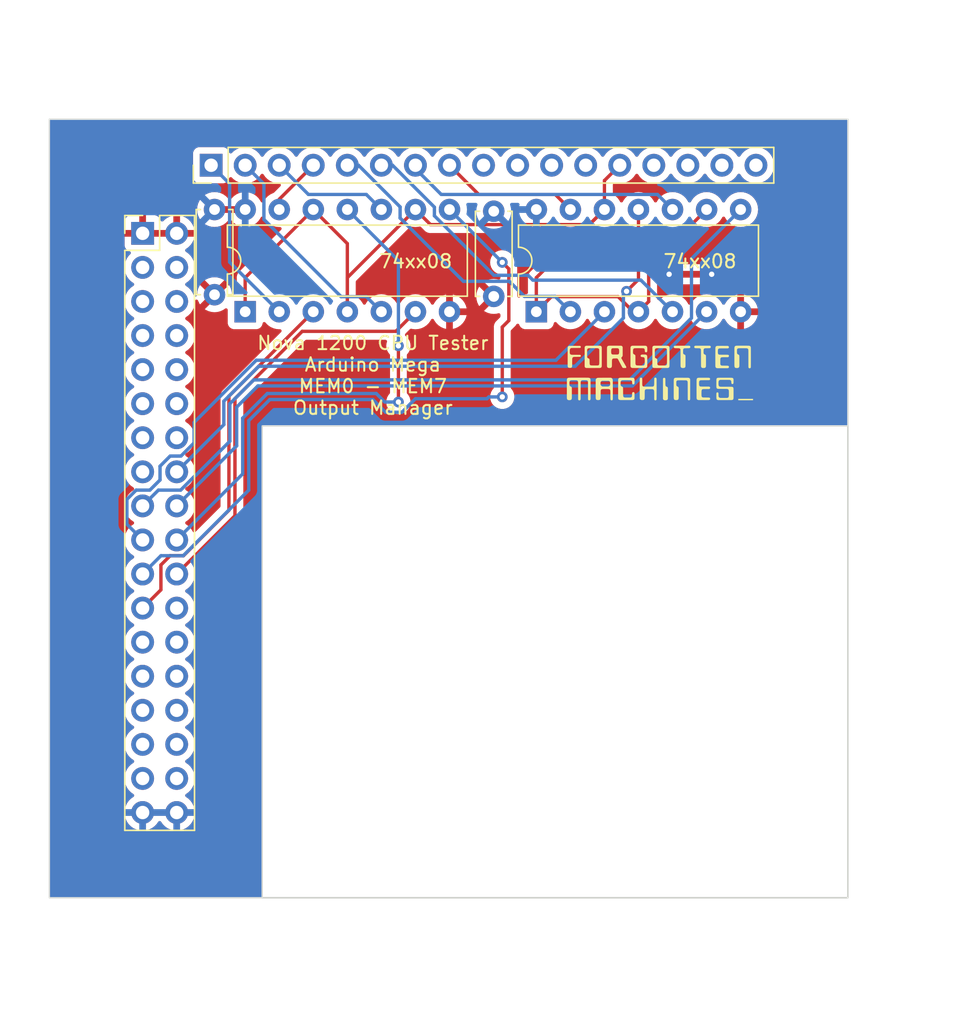
<source format=kicad_pcb>
(kicad_pcb (version 20221018) (generator pcbnew)
  (layers (0 "F.Cu" signal) (31 "B.Cu" signal) (34 "B.Paste" user) (35 "F.Paste" user) (36 "B.SilkS" user "B.Silkscreen") (37 "F.SilkS" user "F.Silkscreen") (38 "B.Mask" user) (39 "F.Mask" user) (44 "Edge.Cuts" user))
  (net 0 "")
  (net 1 "GND")
  (net 2 "~{POWER FAIL}")
  (net 3 "MEM OK")
  (net 4 "~{EXEC}")
  (net 5 "~{DEFER}")
  (net 6 "~{FETCH}")
  (net 7 "~{MEM15}")
  (net 8 "~{MEM14}")
  (net 9 "~{MEM13}")
  (net 10 "~{MEM12}")
  (net 11 "~{MEM11}")
  (net 12 "~{MEM10}")
  (net 13 "~{MEM9}")
  (net 14 "~{MEM8}")
  (net 15 "~{MEM7}")
  (net 16 "~{MEM6}")
  (net 17 "~{MEM5}")
  (net 18 "~{MEM4}")
  (net 19 "~{MEM3}")
  (net 20 "~{MEM2}")
  (net 21 "~{MEM1}")
  (net 22 "~{MEM0}")
  (net 23 "~{CARRY}")
  (net 24 "~{ION}")
  (net 25 "~{RUN}")
  (net 26 "~{MBO15}")
  (net 27 "~{MBO14}")
  (net 28 "~{MBO13}")
  (net 29 "~{MBO12}")
  (net 30 "~{MBO11}")
  (net 31 "~{MBO10}")
  (net 32 "~{MBO9}")
  (net 33 "~{MBO8}")
  (net 34 "+5V")
  (net 35 "A15")
  (net 36 "A14")
  (net 37 "A13")
  (net 38 "A12")
  (net 39 "A11")
  (net 40 "A10")
  (net 41 "A09")
  (net 42 "A08")
  (net 44 "RESTART ENABLE")
  (net 45 "~{RST}")
  (net 46 "~{CON RQ}")
  (net 47 "~{CON INST}")
  (net 48 "~{PL}")
  (net 49 "~{ISTP}")
  (net 50 "A01")
  (net 51 "A00")
  (footprint "Package_DIP:DIP-14_W7.62mm" (layer "F.Cu") (at 70.485 46.99 90)
    (fp_text reference "U3" hide)
    (fp_text value "74LS08")
  )
  (footprint "Connector_PinHeader_2.54mm:PinHeader_2x18_P2.54mm_Vertical" (layer "F.Cu") (at 41.119 41.144)
    (fp_text reference "J1" hide)
    (fp_text value "Conn_02x18_Odd_Even")
  )
  (footprint "Forgotten Machines:Disc Capacitor Common Entrex Trapezoid" (layer "F.Cu") (at 67.525 42.037 -90)
    (fp_text reference "C1" hide)
    (fp_text value "CAP_Disc_Common_-_Entrex_Trapezoid" hide)
  )
  (footprint "Connector_PinHeader_2.54mm:PinHeader_1x17_P2.54mm_Vertical" (layer "F.Cu") (at 46.228 36.068 90)
    (fp_text reference "J3" hide)
    (fp_text value "Conn_01x17")
  )
  (footprint "Forgotten Machines:Disc Capacitor Common Entrex Trapezoid" (layer "F.Cu") (at 46.697 41.91 -90)
    (fp_text reference "C2" hide)
    (fp_text value "CAP_Disc_Common_-_Entrex_Trapezoid" hide)
  )
  (footprint "Package_DIP:DIP-14_W7.62mm" (layer "F.Cu") (at 48.768 46.99 90)
    (fp_text reference "U2" hide)
    (fp_text value "74LS08")
  )
  (gr_poly (pts (xy 83.213071 51.908374) (xy 83.330895 51.909708) (xy 83.360586 51.911257) (xy 83.378164 51.913629) (xy 83.389155 51.917001) (xy 83.399084 51.921548) (xy 83.402766 51.923342) (xy 83.406314 51.925257) (xy 83.409727 51.927294) (xy 83.413005 51.929451) (xy 83.416146 51.931728) (xy 83.41915 51.934123) (xy 83.422016 51.936638) (xy 83.424743 51.939269) (xy 83.427332 51.942018) (xy 83.42978 51.944882) (xy 83.432087 51.947861) (xy 83.434253 51.950955) (xy 83.436276 51.954163) (xy 83.438157 51.957484) (xy 83.439893 51.960916) (xy 83.441485 51.964461) (xy 83.443413 51.96913) (xy 83.444195 51.971175) (xy 83.444865 51.973104) (xy 83.44543 51.974976) (xy 83.445897 51.97685) (xy 83.446274 51.978784) (xy 83.446566 51.980836) (xy 83.446781 51.983065) (xy 83.446925 51.98553) (xy 83.447007 51.988288) (xy 83.447031 51.991398) (xy 83.447006 51.994919) (xy 83.446939 51.998909) (xy 83.446704 52.008529) (xy 83.445911 52.038354) (xy 83.438228 52.051054) (xy 83.436562 52.05372) (xy 83.434771 52.05643) (xy 83.432911 52.059108) (xy 83.431038 52.061679) (xy 83.429209 52.064067) (xy 83.427479 52.066199) (xy 83.425904 52.067997) (xy 83.425193 52.068748) (xy 83.424542 52.069388) (xy 83.422927 52.070797) (xy 83.421023 52.072271) (xy 83.418865 52.073793) (xy 83.416483 52.075348) (xy 83.41391 52.076919) (xy 83.411179 52.078489) (xy 83.408321 52.080044) (xy 83.40537 52.081566) (xy 83.402356 52.083039) (xy 83.399314 52.084447) (xy 83.396274 52.085774) (xy 83.39327 52.087003) (xy 83.390333 52.088119) (xy 83.387496 52.089105) (xy 83.384791 52.089945) (xy 83.382251 52.090623) (xy 83.379937 52.090952) (xy 83.375744 52.091264) (xy 83.36139 52.091841) (xy 83.33853 52.09236) (xy 83.306503 52.092829) (xy 83.212308 52.093653) (xy 83.073523 52.094376) (xy 82.893059 52.095289) (xy 82.796138 52.096701) (xy 82.76879 52.097902) (xy 82.750068 52.099596) (xy 82.735885 52.101908) (xy 82.722156 52.104959) (xy 82.714014 52.106925) (xy 82.707178 52.108762) (xy 82.704163 52.109669) (xy 82.70137 52.110588) (xy 82.698764 52.111533) (xy 82.69631 52.11252) (xy 82.693975 52.113563) (xy 82.691722 52.114676) (xy 82.689517 52.115876) (xy 82.687326 52.117176) (xy 82.685113 52.118591) (xy 82.682843 52.120136) (xy 82.677996 52.123675) (xy 82.67404 52.126772) (xy 82.670315 52.129918) (xy 82.666812 52.133127) (xy 82.663525 52.136412) (xy 82.660443 52.139786) (xy 82.65756 52.143261) (xy 82.654866 52.146852) (xy 82.652352 52.150571) (xy 82.650012 52.154432) (xy 82.647835 52.158447) (xy 82.645814 52.16263) (xy 82.64394 52.166993) (xy 82.642205 52.171551) (xy 82.6406 52.176316) (xy 82.639118 52.181302) (xy 82.637748 52.186521) (xy 82.636159 52.192775) (xy 82.63453 52.198851) (xy 82.633052 52.204053) (xy 82.63243 52.20611) (xy 82.631917 52.207688) (xy 82.630938 52.211889) (xy 82.630013 52.21847) (xy 82.628356 52.237741) (xy 82.627 52.263439) (xy 82.625996 52.293503) (xy 82.625398 52.32587) (xy 82.625259 52.35848) (xy 82.625632 52.38927) (xy 82.62657 52.416179) (xy 82.627298 52.428328) (xy 82.628205 52.439147) (xy 82.629348 52.448955) (xy 82.630784 52.45807) (xy 82.631629 52.462467) (xy 82.63257 52.46681) (xy 82.634765 52.475493) (xy 82.637425 52.484436) (xy 82.640607 52.493957) (xy 82.643133 52.500538) (xy 82.646009 52.506824) (xy 82.649227 52.512809) (xy 82.652782 52.518487) (xy 82.656667 52.523853) (xy 82.660876 52.528902) (xy 82.665403 52.533629) (xy 82.67024 52.538027) (xy 82.675382 52.542092) (xy 82.680823 52.545817) (xy 82.686555 52.549199) (xy 82.692573 52.55223) (xy 82.698871 52.554907) (xy 82.705441 52.557223) (xy 82.712277 52.559173) (xy 82.719374 52.560752) (xy 82.726197 52.561994) (xy 82.733269 52.5631) (xy 82.740972 52.564077) (xy 82.749692 52.564936) (xy 82.759813 52.565685) (xy 82.771719 52.566334) (xy 82.785795 52.566892) (xy 82.802424 52.56737) (xy 82.844882 52.568118) (xy 82.902168 52.568653) (xy 82.977357 52.569051) (xy 83.073523 52.569386) (xy 83.36139 52.570267) (xy 83.381869 52.575604) (xy 83.391401 52.578199) (xy 83.395632 52.579447) (xy 83.399541 52.580679) (xy 83.403154 52.581907) (xy 83.406495 52.583142) (xy 83.409591 52.584397) (xy 83.412468 52.585684) (xy 83.41515 52.587014) (xy 83.417664 52.588401) (xy 83.420035 52.589856) (xy 83.422289 52.591391) (xy 83.424452 52.593018) (xy 83.426549 52.594749) (xy 83.428606 52.596597) (xy 83.430648 52.598573) (xy 83.433301 52.601315) (xy 83.435719 52.604007) (xy 83.437912 52.606678) (xy 83.439893 52.609356) (xy 83.44167 52.61207) (xy 83.443255 52.614849) (xy 83.444658 52.61772) (xy 83.445891 52.620714) (xy 83.446963 52.623857) (xy 83.447887 52.627179) (xy 83.448671 52.630708) (xy 83.449328 52.634472) (xy 83.449867 52.638501) (xy 83.4503 52.642823) (xy 83.450638 52.647466) (xy 83.45089 52.652458) (xy 83.451053 52.657286) (xy 83.451124 52.661775) (xy 83.451092 52.665963) (xy 83.450949 52.669888) (xy 83.450686 52.673591) (xy 83.450293 52.677109) (xy 83.449763 52.680481) (xy 83.449084 52.683746) (xy 83.44825 52.686943) (xy 83.447249 52.69011) (xy 83.446075 52.693287) (xy 83.444716 52.696512) (xy 83.443164 52.699824) (xy 83.441411 52.703262) (xy 83.439447 52.706864) (xy 83.437262 52.710669) (xy 83.435585 52.713433) (xy 83.433882 52.71604) (xy 83.432132 52.718503) (xy 83.430318 52.720841) (xy 83.428419 52.723068) (xy 83.426416 52.725201) (xy 83.424291 52.727256) (xy 83.422024 52.729249) (xy 83.419596 52.731197) (xy 83.416987 52.733114) (xy 83.41418 52.735019) (xy 83.411153 52.736926) (xy 83.407888 52.738851) (xy 83.404367 52.740812) (xy 83.400569 52.742823) (xy 83.396476 52.744901) (xy 83.378646 52.753789) (xy 83.168934 52.755281) (xy 83.015541 52.756931) (xy 82.964765 52.757898) (xy 82.941231 52.758806) (xy 82.92394 52.760956) (xy 82.916278 52.762082) (xy 82.909206 52.763264) (xy 82.902674 52.764518) (xy 82.896634 52.76586) (xy 82.891036 52.767305) (xy 82.885829 52.76887) (xy 82.880966 52.770571) (xy 82.876396 52.772423) (xy 82.87207 52.774444) (xy 82.867938 52.776648) (xy 82.863952 52.779052) (xy 82.860061 52.781672) (xy 82.856217 52.784524) (xy 82.85237 52.787624) (xy 82.850532 52.789236) (xy 82.848606 52.791066) (xy 82.846618 52.793082) (xy 82.844591 52.795251) (xy 82.842551 52.797542) (xy 82.840523 52.799922) (xy 82.838531 52.802358) (xy 82.8366 52.804819) (xy 82.834755 52.807273) (xy 82.833021 52.809686) (xy 82.831422 52.812028) (xy 82.829983 52.814265) (xy 82.828729 52.816365) (xy 82.827685 52.818296) (xy 82.826875 52.820026) (xy 82.826325 52.821523) (xy 82.825509 52.824085) (xy 82.824232 52.827933) (xy 82.822669 52.832544) (xy 82.820994 52.837399) (xy 82.819247 52.842637) (xy 82.817648 52.847929) (xy 82.81619 52.853354) (xy 82.814862 52.858994) (xy 82.813657 52.86493) (xy 82.812565 52.871242) (xy 82.811576 52.878012) (xy 82.810683 52.88532) (xy 82.809875 52.893247) (xy 82.809144 52.901874) (xy 82.808481 52.911281) (xy 82.807877 52.921551) (xy 82.806809 52.944999) (xy 82.805868 52.972865) (xy 82.804583 53.025753) (xy 82.803935 53.075868) (xy 82.803909 53.122504) (xy 82.804488 53.164952) (xy 82.805658 53.202506) (xy 82.807403 53.234457) (xy 82.809708 53.260099) (xy 82.812557 53.278723) (xy 82.814437 53.28736) (xy 82.816278 53.295227) (xy 82.81787 53.301457) (xy 82.818506 53.303687) (xy 82.819001 53.305182) (xy 82.820961 53.310038) (xy 82.823099 53.314769) (xy 82.825408 53.319367) (xy 82.82788 53.323821) (xy 82.830507 53.328122) (xy 82.83328 53.332262) (xy 82.836193 53.336229) (xy 82.839236 53.340016) (xy 82.842403 53.343611) (xy 82.845685 53.347007) (xy 82.849074 53.350194) (xy 82.852562 53.353162) (xy 82.856142 53.355902) (xy 82.859805 53.358404) (xy 82.863544 53.360659) (xy 82.86735 53.362658) (xy 82.8702 53.363982) (xy 82.873289 53.365303) (xy 82.880027 53.367894) (xy 82.88724 53.370338) (xy 82.894607 53.372546) (xy 82.901804 53.374427) (xy 82.908507 53.37589) (xy 82.911573 53.376436) (xy 82.914394 53.376844) (xy 82.91693 53.377102) (xy 82.919141 53.377199) (xy 82.920987 53.377258) (xy 82.923044 53.37741) (xy 82.925242 53.377645) (xy 82.927512 53.377953) (xy 82.929786 53.378322) (xy 82.931994 53.378742) (xy 82.934069 53.379204) (xy 82.935939 53.379696) (xy 82.937681 53.380012) (xy 82.9407 53.380316) (xy 82.950691 53.380892) (xy 82.96615 53.381428) (xy 82.987318 53.38193) (xy 83.047733 53.382851) (xy 83.133847 53.383692) (xy 83.275413 53.385392) (xy 83.324526 53.386382) (xy 83.349747 53.387308) (xy 83.359782 53.38828) (xy 83.369246 53.389586) (xy 83.37815 53.391231) (xy 83.386502 53.393221) (xy 83.394312 53.395561) (xy 83.40159 53.398258) (xy 83.408345 53.401317) (xy 83.414586 53.404743) (xy 83.420323 53.408544) (xy 83.425565 53.412723) (xy 83.430322 53.417287) (xy 83.434604 53.422242) (xy 83.438419 53.427594) (xy 83.441777 53.433347) (xy 83.444688 53.439508) (xy 83.447162 53.446083) (xy 83.447878 53.448283) (xy 83.448516 53.450356) (xy 83.449078 53.452331) (xy 83.449568 53.454243) (xy 83.449988 53.456121) (xy 83.450342 53.457999) (xy 83.450633 53.459908) (xy 83.450865 53.461881) (xy 83.45104 53.463948) (xy 83.451162 53.466142) (xy 83.451234 53.468496) (xy 83.451259 53.47104) (xy 83.45124 53.473807) (xy 83.451181 53.476828) (xy 83.450955 53.483763) (xy 83.45064 53.491017) (xy 83.450271 53.49689) (xy 83.450044 53.499408) (xy 83.449778 53.501701) (xy 83.449464 53.503809) (xy 83.449095 53.505772) (xy 83.448661 53.50763) (xy 83.448154 53.509424) (xy 83.447565 53.511194) (xy 83.446887 53.512979) (xy 83.446111 53.51482) (xy 83.445228 53.516758) (xy 83.443108 53.521081) (xy 83.441315 53.524536) (xy 83.439543 53.527735) (xy 83.437769 53.530702) (xy 83.435969 53.533458) (xy 83.43412 53.536025) (xy 83.432196 53.538425) (xy 83.430176 53.540682) (xy 83.428035 53.542817) (xy 83.42575 53.544853) (xy 83.423297 53.546812) (xy 83.420652 53.548716) (xy 83.417791 53.550587) (xy 83.414692 53.552449) (xy 83.411329 53.554322) (xy 83.407681 53.55623) (xy 83.403722 53.558195) (xy 83.397105 53.561362) (xy 83.393925 53.562795) (xy 83.390723 53.564132) (xy 83.387419 53.565377) (xy 83.383933 53.566533) (xy 83.380182 53.567602) (xy 83.376086 53.568589) (xy 83.371566 53.569496) (xy 83.366539 53.570326) (xy 83.360925 53.571084) (xy 83.354644 53.571771) (xy 83.347615 53.572392) (xy 83.339757 53.57295) (xy 83.330989 53.573447) (xy 83.32123 53.573888) (xy 83.310401 53.574275) (xy 83.298419 53.574611) (xy 83.270677 53.575146) (xy 83.237359 53.575518) (xy 83.197818 53.575753) (xy 83.151409 53.575877) (xy 83.097486 53.575917) (xy 82.964514 53.575846) (xy 82.716679 53.575158) (xy 82.606797 53.573888) (xy 82.606797 53.573887) (xy 82.606796 53.573887) (xy 82.606796 53.573886) (xy 82.606795 53.573886) (xy 82.600438 53.573052) (xy 82.591734 53.572025) (xy 82.581829 53.570936) (xy 82.57187 53.569914) (xy 82.564243 53.569027) (xy 82.556772 53.567884) (xy 82.549472 53.56649) (xy 82.542353 53.564851) (xy 82.535429 53.562971) (xy 82.528712 53.560858) (xy 82.522215 53.558515) (xy 82.51595 53.555949) (xy 82.50993 53.553165) (xy 82.504168 53.550169) (xy 82.498675 53.546965) (xy 82.493466 53.54356) (xy 82.488551 53.539959) (xy 82.483944 53.536168) (xy 82.479658 53.532191) (xy 82.475704 53.528034) (xy 82.471749 53.523376) (xy 82.468052 53.518554) (xy 82.464601 53.513537) (xy 82.461387 53.508295) (xy 82.458399 53.502798) (xy 82.455628 53.497017) (xy 82.453062 53.490921) (xy 82.450691 53.48448) (xy 82.448506 53.477665) (xy 82.446495 53.470446) (xy 82.444649 53.462792) (xy 82.442957 53.454674) (xy 82.441409 53.446061) (xy 82.439995 53.436924) (xy 82.438704 53.427232) (xy 82.437526 53.416956) (xy 82.435244 52.758383) (xy 82.437601 52.088095) (xy 82.438734 52.074198) (xy 82.440173 52.060609) (xy 82.441889 52.047507) (xy 82.44385 52.035068) (xy 82.446026 52.02347) (xy 82.448387 52.012891) (xy 82.450902 52.003508) (xy 82.45354 51.995498) (xy 82.45496 51.991831) (xy 82.456515 51.988126) (xy 82.458192 51.984407) (xy 82.459975 51.980695) (xy 82.461851 51.977014) (xy 82.463806 51.973386) (xy 82.465825 51.969836) (xy 82.467894 51.966386) (xy 82.469999 51.963059) (xy 82.472126 51.959878) (xy 82.474261 51.956865) (xy 82.476389 51.954045) (xy 82.478497 51.95144) (xy 82.480569 51.949072) (xy 82.482593 51.946966) (xy 82.484554 51.945143) (xy 82.488666 51.941794) (xy 82.493125 51.938594) (xy 82.497925 51.935544) (xy 82.50306 51.932647) (xy 82.508526 51.929903) (xy 82.514316 51.927315) (xy 82.520426 51.924885) (xy 82.52685 51.922614) (xy 82.533583 51.920504) (xy 82.540619 51.918558) (xy 82.547953 51.916776) (xy 82.555579 51.91516) (xy 82.563493 51.913714) (xy 82.571689 51.912437) (xy 82.580161 51.911332) (xy 82.588903 51.910401) (xy 82.600234 51.909888) (xy 82.622634 51.909442) (xy 82.699997 51.908754) (xy 82.819709 51.908344) (xy 82.980487 51.908218)) (fill solid) (layer "F.SilkS"))
  (gr_poly (pts (xy 84.817459 51.908427) (xy 84.971004 51.909591) (xy 85.048736 51.912259) (xy 85.070366 51.914344) (xy 85.086477 51.917029) (xy 85.099718 51.91996) (xy 85.111802 51.923187) (xy 85.122789 51.926779) (xy 85.127891 51.928734) (xy 85.132741 51.930806) (xy 85.137348 51.933005) (xy 85.141719 51.935338) (xy 85.145862 51.937815) (xy 85.149784 51.940444) (xy 85.153494 51.943234) (xy 85.156999 51.946193) (xy 85.160306 51.949331) (xy 85.163424 51.952655) (xy 85.166359 51.956176) (xy 85.169121 51.9599) (xy 85.171715 51.963837) (xy 85.174151 51.967996) (xy 85.176435 51.972386) (xy 85.178576 51.977014) (xy 85.180581 51.98189) (xy 85.182457 51.987022) (xy 85.185856 51.998091) (xy 85.188834 52.01029) (xy 85.191453 52.023687) (xy 85.193773 52.038354) (xy 85.194446 52.04455) (xy 85.195017 52.053125) (xy 85.195489 52.06427) (xy 85.195867 52.078181) (xy 85.196155 52.095051) (xy 85.196357 52.115074) (xy 85.196521 52.165354) (xy 85.196406 52.222782) (xy 85.19588 52.258665) (xy 85.195395 52.270911) (xy 85.194724 52.280632) (xy 85.19384 52.288781) (xy 85.192714 52.296311) (xy 85.190624 52.307638) (xy 85.188265 52.318011) (xy 85.185607 52.327461) (xy 85.18262 52.336018) (xy 85.180993 52.339972) (xy 85.179273 52.343714) (xy 85.177455 52.347249) (xy 85.175535 52.35058) (xy 85.173511 52.353711) (xy 85.171377 52.356646) (xy 85.169131 52.359389) (xy 85.166768 52.361943) (xy 85.164284 52.364313) (xy 85.161677 52.366503) (xy 85.158941 52.368516) (xy 85.156074 52.370356) (xy 85.153071 52.372027) (xy 85.149929 52.373533) (xy 85.146643 52.374877) (xy 85.143211 52.376064) (xy 85.139627 52.377098) (xy 85.13589 52.377982) (xy 85.127935 52.379317) (xy 85.119316 52.380099) (xy 85.110003 52.38036) (xy 85.103232 52.380215) (xy 85.096879 52.379751) (xy 85.090925 52.378956) (xy 85.085351 52.377817) (xy 85.080139 52.37632) (xy 85.077663 52.375434) (xy 85.07527 52.374453) (xy 85.072958 52.373377) (xy 85.070725 52.372203) (xy 85.068568 52.370931) (xy 85.066485 52.369557) (xy 85.064474 52.368082) (xy 85.062532 52.366502) (xy 85.060658 52.364817) (xy 85.058848 52.363025) (xy 85.0571 52.361124) (xy 85.055412 52.359112) (xy 85.053782 52.356989) (xy 85.052208 52.354752) (xy 85.049215 52.34993) (xy 85.046416 52.344635) (xy 85.043791 52.338853) (xy 85.041322 52.33257) (xy 85.040436 52.329761) (xy 85.039523 52.326135) (xy 85.037662 52.316814) (xy 85.035833 52.305362) (xy 85.034128 52.292536) (xy 85.032637 52.279091) (xy 85.031454 52.265785) (xy 85.03067 52.253373) (xy 85.030377 52.242612) (xy 85.03004 52.235461) (xy 85.029132 52.225893) (xy 85.027775 52.214729) (xy 85.026091 52.20279) (xy 85.024204 52.190895) (xy 85.022238 52.179865) (xy 85.020313 52.170522) (xy 85.018555 52.163684) (xy 85.015577 52.154722) (xy 85.012324 52.146328) (xy 85.008778 52.138483) (xy 85.004917 52.131169) (xy 85.000721 52.124366) (xy 84.99617 52.118055) (xy 84.993755 52.115079) (xy 84.991243 52.112218) (xy 84.988633 52.109471) (xy 84.985921 52.106836) (xy 84.983106 52.104309) (xy 84.980184 52.101889) (xy 84.977152 52.099573) (xy 84.974009 52.097359) (xy 84.967379 52.093226) (xy 84.960271 52.089472) (xy 84.952667 52.086078) (xy 84.944545 52.083025) (xy 84.935886 52.080294) (xy 84.926668 52.077866) (xy 84.920255 52.076395) (xy 84.913698 52.075098) (xy 84.906531 52.073963) (xy 84.898292 52.072979) (xy 84.888515 52.072136) (xy 84.876736 52.071424) (xy 84.862491 52.07083) (xy 84.845317 52.070346) (xy 84.824748 52.069959) (xy 84.80032 52.069659) (xy 84.738032 52.069279) (xy 84.654739 52.069119) (xy 84.546727 52.069094) (xy 84.35259 52.069283) (xy 84.248514 52.070441) (xy 84.219629 52.071677) (xy 84.200514 52.073507) (xy 84.186921 52.07605) (xy 84.174602 52.079422) (xy 84.167171 52.081825) (xy 84.159985 52.084615) (xy 84.153056 52.087783) (xy 84.146392 52.091319) (xy 84.140005 52.095214) (xy 84.133904 52.099458) (xy 84.128098 52.104041) (xy 84.122599 52.108955) (xy 84.117417 52.114189) (xy 84.11256 52.119734) (xy 84.10804 52.125581) (xy 84.103866 52.13172) (xy 84.100048 52.138141) (xy 84.096597 52.144835) (xy 84.093522 52.151792) (xy 84.090834 52.159003) (xy 84.08847 52.166292) (xy 84.086313 52.173662) (xy 84.084356 52.181189) (xy 84.082591 52.188947) (xy 84.08101 52.197008) (xy 84.079607 52.205447) (xy 84.078374 52.214339) (xy 84.077302 52.223755) (xy 84.076385 52.233771) (xy 84.075614 52.24446) (xy 84.074983 52.255897) (xy 84.074484 52.268154) (xy 84.073849 52.295427) (xy 84.073652 52.32687) (xy 84.07418 52.372942) (xy 84.074878 52.393196) (xy 84.0759 52.411744) (xy 84.077271 52.4287) (xy 84.079017 52.444175) (xy 84.081163 52.45828) (xy 84.083734 52.471129) (xy 84.086757 52.482833) (xy 84.090257 52.493504) (xy 84.094259 52.503255) (xy 84.09879 52.512196) (xy 84.103873 52.520441) (xy 84.109535 52.528102) (xy 84.115802 52.53529) (xy 84.122699 52.542118) (xy 84.126656 52.545641) (xy 84.130667 52.548923) (xy 84.134767 52.551977) (xy 84.13899 52.554817) (xy 84.143371 52.557455) (xy 84.147943 52.559906) (xy 84.152742 52.562183) (xy 84.157801 52.564299) (xy 84.163154 52.566268) (xy 84.168837 52.568103) (xy 84.174883 52.569818) (xy 84.181327 52.571426) (xy 84.188203 52.572941) (xy 84.195545 52.574376) (xy 84.203388 52.575744) (xy 84.211766 52.57706) (xy 84.216777 52.577775) (xy 84.22199 52.578404) (xy 84.227937 52.578952) (xy 84.235147 52.579426) (xy 84.244152 52.57983) (xy 84.255483 52.58017) (xy 84.269668 52.580451) (xy 84.287241 52.58068) (xy 84.334667 52.581003) (xy 84.402005 52.581181) (xy 84.613401 52.581285) (xy 84.861805 52.581662) (xy 85.004078 52.583335) (xy 85.046481 52.584947) (xy 85.075631 52.58723) (xy 85.095954 52.5903) (xy 85.111876 52.594273) (xy 85.12044 52.597023) (xy 85.128403 52.600082) (xy 85.132166 52.601735) (xy 85.135787 52.603475) (xy 85.139269 52.605306) (xy 85.142614 52.60723) (xy 85.145826 52.609252) (xy 85.148906 52.611374) (xy 85.151858 52.6136) (xy 85.154683 52.615933) (xy 85.157386 52.618377) (xy 85.159969 52.620935) (xy 85.162433 52.62361) (xy 85.164783 52.626406) (xy 85.16702 52.629326) (xy 85.169148 52.632373) (xy 85.171168 52.635551) (xy 85.173084 52.638863) (xy 85.174899 52.642313) (xy 85.176615 52.645903) (xy 85.178234 52.649638) (xy 85.17976 52.653519) (xy 85.182543 52.661739) (xy 85.184983 52.670589) (xy 85.187104 52.680096) (xy 85.188926 52.690287) (xy 85.190187 52.698495) (xy 85.1913 52.706631) (xy 85.192274 52.715174) (xy 85.193118 52.724601) (xy 85.19384 52.735392) (xy 85.194451 52.748023) (xy 85.19496 52.762974) (xy 85.195375 52.780723) (xy 85.195961 52.826525) (xy 85.196285 52.889257) (xy 85.19642 52.972744) (xy 85.196439 53.080812) (xy 85.195823 53.355033) (xy 85.194752 53.408381) (xy 85.192879 53.435353) (xy 85.191253 53.448846) (xy 85.18943 53.462112) (xy 85.187633 53.473625) (xy 85.186813 53.478247) (xy 85.186084 53.48186) (xy 85.185124 53.485854) (xy 85.184017 53.48986) (xy 85.182772 53.493861) (xy 85.181398 53.49784) (xy 85.179903 53.501778) (xy 85.178297 53.505659) (xy 85.176588 53.509465) (xy 85.174784 53.513178) (xy 85.172895 53.516782) (xy 85.17093 53.520259) (xy 85.168897 53.523591) (xy 85.166805 53.526761) (xy 85.164662 53.529753) (xy 85.162478 53.532547) (xy 85.160262 53.535127) (xy 85.158021 53.537476) (xy 85.154901 53.540367) (xy 85.151467 53.543182) (xy 85.147738 53.545912) (xy 85.143733 53.548549) (xy 85.139472 53.551085) (xy 85.134974 53.553511) (xy 85.130258 53.55582) (xy 85.125344 53.558003) (xy 85.12025 53.560053) (xy 85.114995 53.56196) (xy 85.1096 53.563718) (xy 85.104084 53.565317) (xy 85.098464 53.566751) (xy 85.092762 53.568009) (xy 85.086996 53.569086) (xy 85.081185 53.569971) (xy 85.049435 53.574327) (xy 84.565329 53.57715) (xy 84.064812 53.576045) (xy 84.064805 53.576046) (xy 84.04571 53.574446) (xy 84.028264 53.572084) (xy 84.020137 53.570593) (xy 84.012395 53.568882) (xy 84.005029 53.56694) (xy 83.998029 53.564757) (xy 83.991387 53.562325) (xy 83.985092 53.559631) (xy 83.979137 53.556667) (xy 83.973511 53.553423) (xy 83.968205 53.549888) (xy 83.963211 53.546053) (xy 83.958518 53.541907) (xy 83.954118 53.53744) (xy 83.950002 53.532643) (xy 83.946161 53.527505) (xy 83.942584 53.522016) (xy 83.939263 53.516167) (xy 83.936189 53.509946) (xy 83.933352 53.503345) (xy 83.930744 53.496354) (xy 83.928355 53.488961) (xy 83.926175 53.481157) (xy 83.924196 53.472933) (xy 83.920804 53.455182) (xy 83.918103 53.435626) (xy 83.91602 53.414187) (xy 83.914691 53.386407) (xy 83.913723 53.344112) (xy 83.912887 53.236769) (xy 83.913547 53.133732) (xy 83.914449 53.096822) (xy 83.915738 53.076579) (xy 83.917123 53.068123) (xy 83.918733 53.060294) (xy 83.920586 53.053068) (xy 83.922701 53.046421) (xy 83.925098 53.040331) (xy 83.927795 53.034773) (xy 83.929262 53.032187) (xy 83.930812 53.029725) (xy 83.932446 53.027384) (xy 83.934168 53.025162) (xy 83.935978 53.023056) (xy 83.937881 53.021062) (xy 83.939878 53.019178) (xy 83.941971 53.017402) (xy 83.944164 53.015729) (xy 83.946458 53.014157) (xy 83.948855 53.012683) (xy 83.951359 53.011304) (xy 83.956695 53.008821) (xy 83.962483 53.006683) (xy 83.968745 53.004868) (xy 83.975497 53.003351) (xy 83.980069 53.002546) (xy 83.984607 53.001931) (xy 83.989103 53.001506) (xy 83.993551 53.001269) (xy 83.997945 53.001219) (xy 84.002278 53.001356) (xy 84.006543 53.001678) (xy 84.010735 53.002186) (xy 84.014847 53.002877) (xy 84.018872 53.00375) (xy 84.022803 53.004806) (xy 84.026635 53.006042) (xy 84.030361 53.007459) (xy 84.033974 53.009055) (xy 84.037468 53.010828) (xy 84.040836 53.012779) (xy 84.04274 53.013971) (xy 84.044461 53.015091) (xy 84.046019 53.016164) (xy 84.047435 53.017217) (xy 84.048729 53.018273) (xy 84.049922 53.019359) (xy 84.051035 53.0205) (xy 84.052088 53.021721) (xy 84.053102 53.023048) (xy 84.054096 53.024505) (xy 84.055093 53.026119) (xy 84.056112 53.027915) (xy 84.057173 53.029917) (xy 84.058298 53.032152) (xy 84.059507 53.034645) (xy 84.060821 53.03742) (xy 84.062675 53.041458) (xy 84.064314 53.045303) (xy 84.065756 53.049118) (xy 84.067016 53.053064) (xy 84.067582 53.055138) (xy 84.068109 53.057305) (xy 84.068598 53.059585) (xy 84.069051 53.062001) (xy 84.069858 53.067315) (xy 84.070545 53.07341) (xy 84.071129 53.080446) (xy 84.071625 53.088588) (xy 84.072049 53.097996) (xy 84.072416 53.108833) (xy 84.072742 53.121261) (xy 84.073042 53.135442) (xy 84.073631 53.169712) (xy 84.074909 53.229914) (xy 84.075753 53.251579) (xy 84.076841 53.268978) (xy 84.078253 53.283127) (xy 84.080072 53.295045) (xy 84.082376 53.30575) (xy 84.085247 53.316258) (xy 84.086362 53.319829) (xy 84.087587 53.323383) (xy 84.088918 53.326912) (xy 84.090352 53.330411) (xy 84.091884 53.333873) (xy 84.093512 53.337292) (xy 84.095231 53.340661) (xy 84.097039 53.343974) (xy 84.098931 53.347224) (xy 84.100904 53.350405) (xy 84.102954 53.353511) (xy 84.105078 53.356535) (xy 84.107271 53.359471) (xy 84.109531 53.362312) (xy 84.111854 53.365052) (xy 84.114236 53.367685) (xy 84.118293 53.371877) (xy 84.122356 53.375774) (xy 84.126465 53.379392) (xy 84.130656 53.382751) (xy 84.13497 53.385869) (xy 84.139444 53.388765) (xy 84.144116 53.391456) (xy 84.149026 53.393962) (xy 84.154211 53.3963) (xy 84.15971 53.39849) (xy 84.165562 53.400549) (xy 84.171805 53.402497) (xy 84.178477 53.404351) (xy 84.185618 53.40613) (xy 84.193264 53.407853) (xy 84.201455 53.409538) (xy 84.205649 53.41035) (xy 84.209713 53.411061) (xy 84.21403 53.411678) (xy 84.21898 53.412208) (xy 84.224943 53.412658) (xy 84.2323 53.413033) (xy 84.241432 53.413341) (xy 84.252719 53.413588) (xy 84.266542 53.413781) (xy 84.283282 53.413927) (xy 84.327034 53.414104) (xy 84.38702 53.414171) (xy 84.466286 53.414183) (xy 84.599399 53.414086) (xy 84.674289 53.413603) (xy 84.710472 53.412445) (xy 84.720147 53.411522) (xy 84.727462 53.410322) (xy 84.735087 53.40877) (xy 84.742219 53.407168) (xy 84.748894 53.405499) (xy 84.755146 53.403746) (xy 84.761008 53.401893) (xy 84.766515 53.399923) (xy 84.771701 53.397819) (xy 84.7766 53.395565) (xy 84.781247 53.393143) (xy 84.785674 53.390538) (xy 84.789918 53.387731) (xy 84.794011 53.384707) (xy 84.797989 53.381449) (xy 84.801884 53.37794) (xy 84.805731 53.374164) (xy 84.809565 53.370103) (xy 84.813448 53.365581) (xy 84.817082 53.360794) (xy 84.820473 53.355714) (xy 84.823632 53.350318) (xy 84.826564 53.344578) (xy 84.829279 53.338469) (xy 84.831784 53.331965) (xy 84.834087 53.325041) (xy 84.836196 53.317671) (xy 84.838119 53.309829) (xy 84.839864 53.30149) (xy 84.841439 53.292626) (xy 84.842852 53.283214) (xy 84.844111 53.273227) (xy 84.845223 53.26264) (xy 84.846197 53.251426) (xy 84.847125 53.227135) (xy 84.847784 53.18524) (xy 84.848299 53.072387) (xy 84.847751 52.960363) (xy 84.84708 52.919504) (xy 84.846147 52.896662) (xy 84.844696 52.882725) (xy 84.842926 52.869726) (xy 84.840812 52.857622) (xy 84.838329 52.846371) (xy 84.835454 52.835929) (xy 84.832164 52.826254) (xy 84.828433 52.817302) (xy 84.824238 52.809031) (xy 84.819555 52.801397) (xy 84.814361 52.794357) (xy 84.80863 52.787869) (xy 84.802339 52.781889) (xy 84.795464 52.776375) (xy 84.787981 52.771283) (xy 84.779865 52.766571) (xy 84.771094 52.762195) (xy 84.767772 52.760748) (xy 84.764005 52.759269) (xy 84.759923 52.7578) (xy 84.755656 52.756382) (xy 84.751334 52.755057) (xy 84.747088 52.753866) (xy 84.743048 52.75285) (xy 84.739344 52.752053) (xy 84.708653 52.746112) (xy 84.705871 52.745744) (xy 84.70136 52.745398) (xy 84.68661 52.744769) (xy 84.663313 52.744212) (xy 84.630383 52.743714) (xy 84.531271 52.742837) (xy 84.380569 52.742031) (xy 84.140063 52.740381) (xy 84.074664 52.739378) (xy 84.046136 52.738258) (xy 84.028492 52.73583) (xy 84.012473 52.732816) (xy 84.005048 52.73106) (xy 83.998 52.72912) (xy 83.99132 52.726986) (xy 83.984996 52.724644) (xy 83.979021 52.722082) (xy 83.973383 52.719289) (xy 83.968072 52.716251) (xy 83.96308 52.712957) (xy 83.958396 52.709395) (xy 83.954011 52.705551) (xy 83.949914 52.701415) (xy 83.946096 52.696973) (xy 83.942548 52.692214) (xy 83.939258 52.687124) (xy 83.936218 52.681693) (xy 83.933418 52.675908) (xy 83.930847 52.669756) (xy 83.928497 52.663225) (xy 83.926357 52.656303) (xy 83.924417 52.648978) (xy 83.922668 52.641237) (xy 83.9211 52.633069) (xy 83.918467 52.6154) (xy 83.916439 52.595873) (xy 83.91494 52.57439) (xy 83.914049 52.542037) (xy 83.913404 52.483986) (xy 83.913043 52.405257) (xy 83.913002 52.310865) (xy 83.913696 52.147347) (xy 83.91467 52.09366) (xy 83.916334 52.054318) (xy 83.918894 52.026044) (xy 83.922553 52.00556) (xy 83.927518 51.989589) (xy 83.933991 51.974854) (xy 83.935542 51.971743) (xy 83.937166 51.968726) (xy 83.938867 51.965801) (xy 83.940645 51.962966) (xy 83.942504 51.960221) (xy 83.944445 51.957563) (xy 83.946472 51.954992) (xy 83.948585 51.952506) (xy 83.950788 51.950104) (xy 83.953082 51.947784) (xy 83.95547 51.945544) (xy 83.957955 51.943385) (xy 83.960538 51.941303) (xy 83.963221 51.939298) (xy 83.966008 51.937368) (xy 83.9689 51.935512) (xy 83.971899 51.933729) (xy 83.975008 51.932016) (xy 83.978229 51.930374) (xy 83.981564 51.928799) (xy 83.985015 51.927292) (xy 83.988586 51.92585) (xy 83.996092 51.923157) (xy 84.0041 51.920709) (xy 84.012629 51.918495) (xy 84.021695 51.916504) (xy 84.031318 51.914725) (xy 84.038081 51.913737) (xy 84.046344 51.91285) (xy 84.056522 51.912059) (xy 84.069032 51.91136) (xy 84.102707 51.910214) (xy 84.150695 51.909369) (xy 84.216321 51.908784) (xy 84.30291 51.908418) (xy 84.552279 51.908171)) (fill solid) (layer "F.SilkS"))
  (gr_poly (pts (xy 80.283746 49.521653) (xy 80.302796 49.526484) (xy 80.31193 49.528873) (xy 80.320402 49.531247) (xy 80.328246 49.533626) (xy 80.335499 49.536029) (xy 80.342197 49.538476) (xy 80.348376 49.540988) (xy 80.354073 49.543583) (xy 80.359323 49.546282) (xy 80.364163 49.549105) (xy 80.368629 49.55207) (xy 80.372756 49.555198) (xy 80.376581 49.558509) (xy 80.380141 49.562023) (xy 80.38347 49.565758) (xy 80.386606 49.569735) (xy 80.389585 49.573975) (xy 80.392181 49.578051) (xy 80.394652 49.582291) (xy 80.397 49.586704) (xy 80.39923 49.591302) (xy 80.401345 49.596095) (xy 80.403347 49.601092) (xy 80.40524 49.606305) (xy 80.407027 49.611744) (xy 80.408711 49.617418) (xy 80.410297 49.623339) (xy 80.411786 49.629517) (xy 80.413182 49.635961) (xy 80.414488 49.642683) (xy 80.415708 49.649693) (xy 80.416845 49.657001) (xy 80.417901 49.664618) (xy 80.420411 50.347817) (xy 80.418001 51.031764) (xy 80.416559 51.042544) (xy 80.41502 51.052702) (xy 80.413374 51.062262) (xy 80.411612 51.07125) (xy 80.409725 51.079693) (xy 80.407705 51.087616) (xy 80.405541 51.095044) (xy 80.403225 51.102004) (xy 80.400747 51.10852) (xy 80.398099 51.11462) (xy 80.39527 51.120328) (xy 80.392253 51.12567) (xy 80.389038 51.130672) (xy 80.385616 51.13536) (xy 80.381977 51.139759) (xy 80.378113 51.143895) (xy 80.374072 51.147722) (xy 80.369707 51.151387) (xy 80.365029 51.154883) (xy 80.360052 51.158206) (xy 80.354788 51.161351) (xy 80.349251 51.164313) (xy 80.343453 51.167086) (xy 80.337407 51.169666) (xy 80.331125 51.172046) (xy 80.324621 51.174223) (xy 80.317907 51.176191) (xy 80.310996 51.177944) (xy 80.3039 51.179478) (xy 80.296634 51.180788) (xy 80.289208 51.181868) (xy 80.281636 51.182713) (xy 79.783632 51.185256) (xy 79.292095 51.1842) (xy 79.292095 51.184201) (xy 79.289493 51.18387) (xy 79.286558 51.183553) (xy 79.283389 51.183257) (xy 79.280088 51.182991) (xy 79.276755 51.182761) (xy 79.27349 51.182575) (xy 79.270394 51.182441) (xy 79.267569 51.182366) (xy 79.264495 51.182217) (xy 79.261081 51.181871) (xy 79.257368 51.181341) (xy 79.2534 51.180639) (xy 79.249219 51.179777) (xy 79.244867 51.178767) (xy 79.240386 51.177622) (xy 79.235819 51.176353) (xy 79.226595 51.173496) (xy 79.222024 51.171932) (xy 79.217536 51.170293) (xy 79.213174 51.168592) (xy 79.208981 51.166842) (xy 79.204997 51.165054) (xy 79.201267 51.16324) (xy 79.198033 51.161504) (xy 79.194826 51.159595) (xy 79.191657 51.157525) (xy 79.188536 51.155303) (xy 79.185474 51.15294) (xy 79.182481 51.150446) (xy 79.179568 51.147831) (xy 79.176743 51.145107) (xy 79.174019 51.142282) (xy 79.171405 51.139369) (xy 79.168911 51.136376) (xy 79.166549 51.133314) (xy 79.164327 51.130193) (xy 79.162258 51.127025) (xy 79.16035 51.123819) (xy 79.158614 51.120585) (xy 79.157109 51.117384) (xy 79.155469 51.113479) (xy 79.153748 51.109021) (xy 79.151997 51.104162) (xy 79.15027 51.099052) (xy 79.148619 51.093843) (xy 79.147098 51.088686) (xy 79.145758 51.083732) (xy 79.139788 51.060448) (xy 79.139737 50.358565) (xy 79.139729 50.239924) (xy 79.324513 50.239924) (xy 79.325371 50.297499) (xy 79.327091 50.339506) (xy 79.329875 50.369178) (xy 79.331729 50.3804) (xy 79.333926 50.389751) (xy 79.336491 50.397637) (xy 79.339449 50.40446) (xy 79.346645 50.416541) (xy 79.348271 50.418855) (xy 79.350004 50.421207) (xy 79.35179 50.42353) (xy 79.353575 50.425761) (xy 79.355308 50.427833) (xy 79.356933 50.429682) (xy 79.358398 50.431242) (xy 79.359054 50.431894) (xy 79.35965 50.432448) (xy 79.361552 50.434057) (xy 79.363769 50.435771) (xy 79.366287 50.437581) (xy 79.369091 50.43948) (xy 79.372163 50.441457) (xy 79.375489 50.443505) (xy 79.379053 50.445614) (xy 79.382839 50.447775) (xy 79.391015 50.452221) (xy 79.399893 50.456772) (xy 79.409346 50.461357) (xy 79.419249 50.465907) (xy 79.427942 50.469855) (xy 79.435932 50.473625) (xy 79.443257 50.477243) (xy 79.449953 50.480738) (xy 79.456056 50.484136) (xy 79.461603 50.487467) (xy 79.466629 50.490756) (xy 79.471171 50.494032) (xy 79.475265 50.497322) (xy 79.478948 50.500654) (xy 79.482255 50.504056) (xy 79.485224 50.507554) (xy 79.48789 50.511178) (xy 79.490289 50.514953) (xy 79.492459 50.518908) (xy 79.494434 50.52307) (xy 79.496444 50.527894) (xy 79.498248 50.532923) (xy 79.499861 50.538355) (xy 79.501298 50.544388) (xy 79.502574 50.551218) (xy 79.503702 50.559045) (xy 79.504698 50.568065) (xy 79.505576 50.578475) (xy 79.506351 50.590474) (xy 79.507037 50.604259) (xy 79.507649 50.620028) (xy 79.508202 50.637978) (xy 79.509186 50.681211) (xy 79.510107 50.73554) (xy 79.511376 50.81055) (xy 79.512564 50.855419) (xy 79.513243 50.869558) (xy 79.514042 50.879771) (xy 79.515005 50.887261) (xy 79.51618 50.893232) (xy 79.518871 50.904313) (xy 79.521503 50.913887) (xy 79.522825 50.918175) (xy 79.524167 50.922166) (xy 79.52554 50.925886) (xy 79.526956 50.929362) (xy 79.528425 50.93262) (xy 79.529959 50.935687) (xy 79.531569 50.93859) (xy 79.533267 50.941355) (xy 79.535065 50.944009) (xy 79.536973 50.946578) (xy 79.539002 50.949089) (xy 79.541166 50.951568) (xy 79.544858 50.955441) (xy 79.548756 50.959108) (xy 79.552866 50.962574) (xy 79.557198 50.965841) (xy 79.561759 50.968914) (xy 79.566558 50.971795) (xy 79.571602 50.97449) (xy 79.576901 50.977) (xy 79.582461 50.979331) (xy 79.588291 50.981485) (xy 79.5944 50.983466) (xy 79.600796 50.985278) (xy 79.607486 50.986925) (xy 79.614479 50.98841) (xy 79.621783 50.989737) (xy 79.629406 50.990909) (xy 79.660124 50.992874) (xy 79.716017 50.994414) (xy 79.870521 50.996083) (xy 80.027307 50.995655) (xy 80.086053 50.994573) (xy 80.120765 50.992869) (xy 80.12077 50.992869) (xy 80.13126 50.991524) (xy 80.141112 50.989676) (xy 80.150343 50.987307) (xy 80.154732 50.985922) (xy 80.158973 50.984401) (xy 80.163068 50.982742) (xy 80.167019 50.980943) (xy 80.170829 50.979001) (xy 80.1745 50.976914) (xy 80.178034 50.974682) (xy 80.181434 50.9723) (xy 80.184702 50.969768) (xy 80.187839 50.967084) (xy 80.190849 50.964244) (xy 80.193734 50.961248) (xy 80.196495 50.958094) (xy 80.199136 50.954778) (xy 80.201658 50.951299) (xy 80.204064 50.947656) (xy 80.206356 50.943845) (xy 80.208536 50.939866) (xy 80.212571 50.931392) (xy 80.216186 50.922217) (xy 80.219401 50.912324) (xy 80.222232 50.901699) (xy 80.223769 50.894902) (xy 80.224425 50.891573) (xy 80.225014 50.888165) (xy 80.225545 50.884585) (xy 80.226025 50.880739) (xy 80.226461 50.876536) (xy 80.22686 50.87188) (xy 80.22723 50.866679) (xy 80.227578 50.86084) (xy 80.228237 50.846873) (xy 80.228895 50.829233) (xy 80.22961 50.807173) (xy 80.231084 50.711516) (xy 80.23161 50.554135) (xy 80.231186 50.341852) (xy 80.22981 50.08149) (xy 80.228763 49.933477) (xy 80.227748 49.855136) (xy 80.227073 49.834273) (xy 80.226191 49.821445) (xy 80.225029 49.813524) (xy 80.223516 49.807382) (xy 80.21993 49.794639) (xy 80.218261 49.7891) (xy 80.216644 49.784056) (xy 80.215059 49.779462) (xy 80.213482 49.775273) (xy 80.211893 49.771443) (xy 80.210267 49.767927) (xy 80.208585 49.764681) (xy 80.206823 49.761659) (xy 80.204959 49.758816) (xy 80.202971 49.756107) (xy 80.200838 49.753487) (xy 80.198537 49.75091) (xy 80.196046 49.748331) (xy 80.193343 49.745706) (xy 80.190781 49.743403) (xy 80.187982 49.741112) (xy 80.184974 49.738845) (xy 80.181782 49.736615) (xy 80.178434 49.734437) (xy 80.174954 49.732324) (xy 80.17137 49.730289) (xy 80.167708 49.728346) (xy 80.163994 49.726508) (xy 80.160254 49.724789) (xy 80.156516 49.723202) (xy 80.152804 49.721761) (xy 80.149146 49.720479) (xy 80.145568 49.719371) (xy 80.142096 49.718448) (xy 80.138757 49.717725) (xy 80.129421 49.716064) (xy 80.119694 49.714577) (xy 80.109274 49.713253) (xy 80.097855 49.712086) (xy 80.085135 49.711064) (xy 80.070811 49.710181) (xy 80.054578 49.709426) (xy 80.036132 49.70879) (xy 79.991391 49.707843) (xy 79.934159 49.707268) (xy 79.862007 49.706993) (xy 79.772506 49.706947) (xy 79.585519 49.70771) (xy 79.52302 49.7089) (xy 79.476697 49.710916) (xy 79.443185 49.71397) (xy 79.41912 49.718278) (xy 79.409577 49.720968) (xy 79.401135 49.724052) (xy 79.385865 49.731507) (xy 79.382874 49.733213) (xy 79.380036 49.734916) (xy 79.377341 49.736626) (xy 79.374778 49.738353) (xy 79.372337 49.740107) (xy 79.370007 49.741897) (xy 79.367778 49.743734) (xy 79.365639 49.745626) (xy 79.363579 49.747584) (xy 79.361587 49.749617) (xy 79.359654 49.751735) (xy 79.357769 49.753948) (xy 79.35592 49.756265) (xy 79.354097 49.758697) (xy 79.35229 49.761252) (xy 79.350489 49.763941) (xy 79.348187 49.76756) (xy 79.346038 49.771143) (xy 79.344036 49.774712) (xy 79.34217 49.778292) (xy 79.340434 49.781906) (xy 79.338819 49.785578) (xy 79.337318 49.789331) (xy 79.335921 49.793189) (xy 79.334621 49.797175) (xy 79.333409 49.801314) (xy 79.332279 49.805629) (xy 79.33122 49.810143) (xy 79.330227 49.81488) (xy 79.329289 49.819864) (xy 79.3284 49.825117) (xy 79.32755 49.830665) (xy 79.327064 49.837843) (xy 79.326599 49.852292) (xy 79.325752 49.901107) (xy 79.325059 49.973315) (xy 79.324566 50.065123) (xy 79.324513 50.239924) (xy 79.139729 50.239924) (xy 79.139688 49.656681) (xy 79.144999 49.632549) (xy 79.146266 49.627115) (xy 79.147652 49.621774) (xy 79.149152 49.616539) (xy 79.150761 49.61142) (xy 79.152473 49.606428) (xy 79.154283 49.601575) (xy 79.156187 49.596873) (xy 79.158178 49.592333) (xy 79.160252 49.587966) (xy 79.162404 49.583785) (xy 79.164627 49.579799) (xy 79.166918 49.576021) (xy 79.16927 49.572462) (xy 79.171679 49.569134) (xy 79.17414 49.566048) (xy 79.176646 49.563215) (xy 79.179553 49.560249) (xy 79.182594 49.557435) (xy 79.185797 49.554759) (xy 79.189192 49.552208) (xy 79.192805 49.549768) (xy 79.196665 49.547427) (xy 79.2008 49.545171) (xy 79.205239 49.542988) (xy 79.210009 49.540864) (xy 79.215139 49.538785) (xy 79.220657 49.536739) (xy 79.22659 49.534713) (xy 79.232968 49.532693) (xy 79.239818 49.530667) (xy 79.247168 49.52862) (xy 79.255047 49.52654) (xy 79.274096 49.521632)) (fill solid) (layer "F.SilkS"))
  (gr_poly (pts (xy 74.120645 51.904534) (xy 74.32428 51.906023) (xy 74.357141 51.908207) (xy 74.371274 51.909356) (xy 74.383964 51.910553) (xy 74.395279 51.911805) (xy 74.405286 51.913118) (xy 74.414053 51.914499) (xy 74.421646 51.915955) (xy 74.425367 51.91684) (xy 74.429339 51.917956) (xy 74.433511 51.91928) (xy 74.437835 51.920789) (xy 74.44226 51.92246) (xy 74.446738 51.92427) (xy 74.451219 51.926194) (xy 74.455652 51.928212) (xy 74.45999 51.930298) (xy 74.464181 51.932429) (xy 74.468177 51.934584) (xy 74.471927 51.936738) (xy 74.475383 51.938868) (xy 74.478495 51.940952) (xy 74.481214 51.942965) (xy 74.483489 51.944885) (xy 74.485207 51.946565) (xy 74.487116 51.948619) (xy 74.489173 51.950987) (xy 74.491338 51.953611) (xy 74.495822 51.959385) (xy 74.500236 51.965468) (xy 74.504248 51.971388) (xy 74.506 51.974139) (xy 74.507526 51.97667) (xy 74.508785 51.978925) (xy 74.509736 51.980842) (xy 74.510337 51.982363) (xy 74.510493 51.982956) (xy 74.510546 51.983429) (xy 74.510568 51.983756) (xy 74.510632 51.984175) (xy 74.510736 51.984678) (xy 74.510878 51.985258) (xy 74.511056 51.98591) (xy 74.511267 51.986627) (xy 74.511782 51.98823) (xy 74.512405 51.990016) (xy 74.513119 51.991934) (xy 74.513906 51.993931) (xy 74.514751 51.995957) (xy 74.515637 51.998173) (xy 74.516545 52.000717) (xy 74.517449 52.003498) (xy 74.518323 52.006428) (xy 74.519141 52.009415) (xy 74.519878 52.01237) (xy 74.520508 52.015205) (xy 74.521006 52.017828) (xy 74.527379 52.055291) (xy 74.528135 52.059959) (xy 74.528797 52.065207) (xy 74.529095 52.068378) (xy 74.529372 52.072089) (xy 74.529628 52.076471) (xy 74.529865 52.081656) (xy 74.530283 52.094963) (xy 74.530633 52.113063) (xy 74.53092 52.13701) (xy 74.53115 52.167856) (xy 74.53133 52.206655) (xy 74.531467 52.254461) (xy 74.531632 52.381306) (xy 74.531695 52.556817) (xy 74.531707 52.789421) (xy 74.531707 53.498152) (xy 74.527342 53.515438) (xy 74.525467 53.522382) (xy 74.523428 53.529005) (xy 74.521223 53.535309) (xy 74.51885 53.541299) (xy 74.516304 53.546978) (xy 74.513585 53.552351) (xy 74.510689 53.557422) (xy 74.507613 53.562194) (xy 74.504354 53.566671) (xy 74.500911 53.570858) (xy 74.49728 53.574758) (xy 74.493459 53.578375) (xy 74.489444 53.581713) (xy 74.485234 53.584776) (xy 74.480825 53.587569) (xy 74.476215 53.590094) (xy 74.474538 53.590929) (xy 74.472958 53.591667) (xy 74.471425 53.592314) (xy 74.469887 53.592876) (xy 74.468295 53.59336) (xy 74.467463 53.593574) (xy 74.466598 53.593771) (xy 74.464747 53.594114) (xy 74.462691 53.594396) (xy 74.460379 53.594623) (xy 74.457762 53.594799) (xy 74.454788 53.594932) (xy 74.451409 53.595027) (xy 74.447573 53.59509) (xy 74.44323 53.595127) (xy 74.432823 53.595145) (xy 74.421876 53.595123) (xy 74.41348 53.595025) (xy 74.407134 53.594782) (xy 74.404573 53.594584) (xy 74.402337 53.594324) (xy 74.400363 53.593992) (xy 74.398588 53.59358) (xy 74.396951 53.59308) (xy 74.395388 53.592481) (xy 74.393836 53.591777) (xy 74.392234 53.590957) (xy 74.388627 53.588938) (xy 74.386205 53.58746) (xy 74.383736 53.585784) (xy 74.381239 53.58393) (xy 74.378733 53.581918) (xy 74.376234 53.579765) (xy 74.373761 53.577491) (xy 74.371332 53.575117) (xy 74.368965 53.57266) (xy 74.366678 53.570141) (xy 74.364489 53.567578) (xy 74.362416 53.564991) (xy 74.360477 53.562399) (xy 74.35869 53.559821) (xy 74.357073 53.557277) (xy 74.355644 53.554786) (xy 74.354422 53.552367) (xy 74.353458 53.550136) (xy 74.352343 53.547262) (xy 74.351117 53.543864) (xy 74.34982 53.540061) (xy 74.348491 53.535974) (xy 74.347171 53.531721) (xy 74.345899 53.527423) (xy 74.344715 53.523199) (xy 74.339253 53.503091) (xy 74.338493 52.867032) (xy 74.337374 52.381313) (xy 74.335474 52.221449) (xy 74.334396 52.216666) (xy 74.333131 52.210685) (xy 74.331837 52.204268) (xy 74.330671 52.198181) (xy 74.329498 52.192201) (xy 74.328247 52.186523) (xy 74.32691 52.181133) (xy 74.325483 52.176018) (xy 74.323958 52.171167) (xy 74.322331 52.166567) (xy 74.320595 52.162204) (xy 74.318743 52.158067) (xy 74.316771 52.154142) (xy 74.314672 52.150416) (xy 74.31244 52.146879) (xy 74.310069 52.143515) (xy 74.307553 52.140314) (xy 74.304887 52.137262) (xy 74.302063 52.134347) (xy 74.299077 52.131555) (xy 74.294901 52.12794) (xy 74.290845 52.124666) (xy 74.286823 52.121708) (xy 74.282752 52.119038) (xy 74.280672 52.117802) (xy 74.278547 52.116629) (xy 74.276368 52.115514) (xy 74.274124 52.114454) (xy 74.271805 52.113446) (xy 74.269399 52.112486) (xy 74.266897 52.111572) (xy 74.264288 52.110699) (xy 74.258706 52.109066) (xy 74.25257 52.107559) (xy 74.245795 52.106151) (xy 74.238296 52.104817) (xy 74.229991 52.103528) (xy 74.220794 52.102257) (xy 74.210622 52.100979) (xy 74.19939 52.099666) (xy 74.178516 52.098249) (xy 74.146845 52.097238) (xy 74.065658 52.096434) (xy 73.984926 52.097252) (xy 73.953824 52.098269) (xy 73.933748 52.099689) (xy 73.915766 52.101979) (xy 73.901 52.104145) (xy 73.894641 52.105231) (xy 73.888868 52.106346) (xy 73.88361 52.10751) (xy 73.878793 52.108743) (xy 73.874346 52.110064) (xy 73.870195 52.111494) (xy 73.86627 52.113053) (xy 73.862496 52.11476) (xy 73.858802 52.116636) (xy 73.855116 52.118701) (xy 73.847476 52.123475) (xy 73.844299 52.12566) (xy 73.841237 52.127956) (xy 73.83829 52.130368) (xy 73.835455 52.132901) (xy 73.832731 52.135558) (xy 73.830116 52.138345) (xy 73.827609 52.141266) (xy 73.825208 52.144325) (xy 73.822911 52.147528) (xy 73.820717 52.150878) (xy 73.818624 52.15438) (xy 73.816631 52.15804) (xy 73.814736 52.161861) (xy 73.812937 52.165847) (xy 73.811233 52.170004) (xy 73.809622 52.174337) (xy 73.808103 52.178849) (xy 73.806673 52.183545) (xy 73.805332 52.18843) (xy 73.804077 52.193508) (xy 73.801821 52.204263) (xy 73.799892 52.215846) (xy 73.798278 52.228294) (xy 73.796965 52.241643) (xy 73.795941 52.255929) (xy 73.795192 52.27119) (xy 73.793975 52.474932) (xy 73.793257 52.908306) (xy 73.792395 53.423848) (xy 73.791182 53.49919) (xy 73.788975 53.520332) (xy 73.787174 53.526849) (xy 73.785225 53.533048) (xy 73.783122 53.538937) (xy 73.780861 53.544523) (xy 73.778436 53.549814) (xy 73.775841 53.554818) (xy 73.77307 53.559542) (xy 73.770119 53.563996) (xy 73.766981 53.568186) (xy 73.763651 53.572121) (xy 73.760123 53.575808) (xy 73.756393 53.579255) (xy 73.752454 53.582471) (xy 73.7483 53.585462) (xy 73.743927 53.588237) (xy 73.739329 53.590803) (xy 73.737169 53.591926) (xy 73.735218 53.592911) (xy 73.733414 53.593767) (xy 73.731698 53.594504) (xy 73.73001 53.595129) (xy 73.729157 53.595403) (xy 73.728288 53.595652) (xy 73.727396 53.595878) (xy 73.726473 53.596082) (xy 73.725511 53.596265) (xy 73.724503 53.596429) (xy 73.722318 53.5967) (xy 73.719859 53.596905) (xy 73.717064 53.597054) (xy 73.713873 53.597154) (xy 73.710225 53.597215) (xy 73.70606 53.597246) (xy 73.695938 53.597255) (xy 73.685866 53.597228) (xy 73.678067 53.597119) (xy 73.67487 53.597011) (xy 73.672062 53.596857) (xy 73.669583 53.596647) (xy 73.667374 53.596373) (xy 73.665374 53.596025) (xy 73.663524 53.595595) (xy 73.661765 53.595074) (xy 73.660036 53.594454) (xy 73.658278 53.593725) (xy 73.656431 53.592879) (xy 73.652232 53.5908) (xy 73.652236 53.5908) (xy 73.648013 53.588537) (xy 73.644007 53.586129) (xy 73.640209 53.583567) (xy 73.636614 53.58084) (xy 73.633212 53.577938) (xy 73.629997 53.574852) (xy 73.62696 53.571571) (xy 73.624094 53.568086) (xy 73.621392 53.564387) (xy 73.618844 53.560464) (xy 73.616445 53.556307) (xy 73.614185 53.551906) (xy 73.612058 53.547251) (xy 73.610056 53.542333) (xy 73.608171 53.537141) (xy 73.606396 53.531665) (xy 73.601528 53.51579) (xy 73.60034 52.883965) (xy 73.598838 52.375607) (xy 73.597808 52.271383) (xy 73.596398 52.235207) (xy 73.594305 52.223122) (xy 73.592017 52.21131) (xy 73.589599 52.20003) (xy 73.587115 52.189542) (xy 73.58463 52.180104) (xy 73.582209 52.171977) (xy 73.579916 52.16542) (xy 73.578838 52.162811) (xy 73.577817 52.160692) (xy 73.575343 52.156318) (xy 73.572631 52.152035) (xy 73.569697 52.147859) (xy 73.56656 52.143807) (xy 73.563238 52.139894) (xy 73.559751 52.136135) (xy 73.556115 52.132547) (xy 73.552351 52.129146) (xy 73.548475 52.125947) (xy 73.544506 52.122966) (xy 73.540463 52.12022) (xy 73.536363 52.117723) (xy 73.532226 52.115492) (xy 73.52807 52.113543) (xy 73.523912 52.111891) (xy 73.519772 52.110553) (xy 73.511677 52.108318) (xy 73.5038 52.106333) (xy 73.495888 52.104581) (xy 73.487691 52.103049) (xy 73.478958 52.101723) (xy 73.469437 52.100588) (xy 73.458877 52.09963) (xy 73.447027 52.098833) (xy 73.433636 52.098185) (xy 73.418452 52.097671) (xy 73.401224 52.097275) (xy 73.3817 52.096984) (xy 73.334764 52.09666) (xy 73.275632 52.096583) (xy 73.18295 52.096774) (xy 73.151949 52.097126) (xy 73.128308 52.097763) (xy 73.109877 52.098766) (xy 73.094507 52.10022) (xy 73.080048 52.10221) (xy 73.064352 52.104819) (xy 73.057032 52.106221) (xy 73.050029 52.107845) (xy 73.043333 52.109694) (xy 73.036939 52.111773) (xy 73.030838 52.114087) (xy 73.025023 52.11664) (xy 73.019487 52.119437) (xy 73.014222 52.122483) (xy 73.009221 52.125782) (xy 73.004476 52.129338) (xy 72.99998 52.133156) (xy 72.995726 52.137242) (xy 72.991705 52.141599) (xy 72.987912 52.146231) (xy 72.984337 52.151145) (xy 72.980974 52.156343) (xy 72.978272 52.160873) (xy 72.977105 52.162935) (xy 72.97604 52.164918) (xy 72.975061 52.166866) (xy 72.974153 52.168821) (xy 72.973298 52.170825) (xy 72.972482 52.172922) (xy 72.971688 52.175155) (xy 72.970901 52.177565) (xy 72.970104 52.180197) (xy 72.969282 52.183092) (xy 72.967498 52.189845) (xy 72.965423 52.198165) (xy 72.962017 52.212581) (xy 72.960619 52.21915) (xy 72.95941 52.225533) (xy 72.958377 52.231908) (xy 72.957509 52.238455) (xy 72.956793 52.245351) (xy 72.956219 52.252775) (xy 72.955775 52.260908) (xy 72.955449 52.269927) (xy 72.955228 52.280012) (xy 72.955103 52.291341) (xy 72.955088 52.318449) (xy 72.95531 52.352681) (xy 72.956104 52.414809) (xy 72.956819 52.435727) (xy 72.957926 52.451736) (xy 72.958667 52.458334) (xy 72.959556 52.464227) (xy 72.96061 52.469587) (xy 72.961845 52.47459) (xy 72.964924 52.484217) (xy 72.968929 52.494498) (xy 72.97116 52.499618) (xy 72.973585 52.504463) (xy 72.976239 52.509063) (xy 72.977663 52.511281) (xy 72.979159 52.51345) (xy 72.980729 52.515572) (xy 72.98238 52.517652) (xy 72.984116 52.519693) (xy 72.985941 52.5217) (xy 72.987859 52.523676) (xy 72.989876 52.525624) (xy 72.994222 52.529455) (xy 72.999016 52.533222) (xy 73.004293 52.536956) (xy 73.01009 52.540687) (xy 73.016443 52.544445) (xy 73.023388 52.54826) (xy 73.030963 52.552162) (xy 73.039202 52.556182) (xy 73.048142 52.560349) (xy 73.054694 52.563387) (xy 73.06117 52.566471) (xy 73.073225 52.572437) (xy 73.078467 52.575149) (xy 73.082964 52.577565) (xy 73.086546 52.579602) (xy 73.089045 52.581172) (xy 73.092645 52.583774) (xy 73.096085 52.586519) (xy 73.099371 52.589416) (xy 73.102507 52.592473) (xy 73.105501 52.595699) (xy 73.108356 52.599102) (xy 73.11108 52.602691) (xy 73.113676 52.606475) (xy 73.116152 52.610462) (xy 73.118513 52.614661) (xy 73.120764 52.61908) (xy 73.122911 52.623728) (xy 73.12496 52.628613) (xy 73.126916 52.633745) (xy 73.128784 52.639132) (xy 73.130571 52.644781) (xy 73.135368 52.660656) (xy 73.13613 53.01414) (xy 73.136338 53.233808) (xy 73.13549 53.363861) (xy 73.134533 53.403782) (xy 73.133149 53.431501) (xy 73.131281 53.450417) (xy 73.128876 53.463931) (xy 73.126645 53.473045) (xy 73.124159 53.481721) (xy 73.121413 53.489965) (xy 73.118401 53.497787) (xy 73.115118 53.505192) (xy 73.111559 53.512189) (xy 73.107718 53.518784) (xy 73.10359 53.524986) (xy 73.09917 53.530802) (xy 73.094453 53.536238) (xy 73.089433 53.541303) (xy 73.084105 53.546004) (xy 73.078464 53.550348) (xy 73.072504 53.554343) (xy 73.066221 53.557995) (xy 73.059609 53.561314) (xy 73.051455 53.565074) (xy 73.044819 53.568029) (xy 73.039312 53.570307) (xy 73.03686 53.571232) (xy 73.034545 53.572036) (xy 73.032319 53.572735) (xy 73.030132 53.573346) (xy 73.027936 53.573883) (xy 73.025682 53.574363) (xy 73.020808 53.575218) (xy 73.015122 53.576038) (xy 73.000616 53.578096) (xy 72.986547 53.580216) (xy 72.980413 53.581057) (xy 72.973924 53.581712) (xy 72.967114 53.582184) (xy 72.960016 53.582475) (xy 72.952664 53.582586) (xy 72.945093 53.58252) (xy 72.937338 53.582279) (xy 72.929431 53.581865) (xy 72.921407 53.58128) (xy 72.913301 53.580527) (xy 72.905146 53.579608) (xy 72.896977 53.578524) (xy 72.888827 53.577278) (xy 72.880732 53.575872) (xy 72.872724 53.574308) (xy 72.864838 53.572588) (xy 72.860683 53.571542) (xy 72.856505 53.570313) (xy 72.85232 53.56891) (xy 72.848145 53.567343) (xy 72.843997 53.56562) (xy 72.839891 53.563751) (xy 72.835845 53.561745) (xy 72.831874 53.559611) (xy 72.827995 53.557359) (xy 72.824224 53.554997) (xy 72.820579 53.552534) (xy 72.817074 53.549981) (xy 72.813728 53.547346) (xy 72.810555 53.544637) (xy 72.807573 53.541866) (xy 72.804798 53.53904) (xy 72.801776 53.535705) (xy 72.798937 53.532343) (xy 72.79626 53.528906) (xy 72.793722 53.525351) (xy 72.791303 53.521629) (xy 72.788982 53.517697) (xy 72.786736 53.513508) (xy 72.784545 53.509017) (xy 72.782388 53.504177) (xy 72.780243 53.498943) (xy 72.778088 53.493268) (xy 72.775903 53.487108) (xy 72.773666 53.480417) (xy 72.771356 53.473148) (xy 72.768951 53.465257) (xy 72.76643 53.456696) (xy 72.766047 53.455339) (xy 72.765687 53.453907) (xy 72.765351 53.452274) (xy 72.765036 53.450311) (xy 72.764744 53.447892) (xy 72.764472 53.444889) (xy 72.764219 53.441174) (xy 72.763987 53.43662) (xy 72.763772 53.431099) (xy 72.763575 53.424484) (xy 72.763395 53.416649) (xy 72.763232 53.407464) (xy 72.76295 53.384538) (xy 72.762723 53.354688) (xy 72.762546 53.316894) (xy 72.762413 53.270137) (xy 72.762316 53.213396) (xy 72.762251 53.145653) (xy 72.76219 52.973081) (xy 72.76218 52.744265) (xy 72.762723 52.132685) (xy 72.764002 52.051495) (xy 72.766487 52.031833) (xy 72.771639 52.014749) (xy 72.776237 52.000612) (xy 72.778398 51.9945) (xy 72.780505 51.988947) (xy 72.782585 51.983894) (xy 72.784668 51.979281) (xy 72.78678 51.975048) (xy 72.78895 51.971138) (xy 72.791207 51.967489) (xy 72.793577 51.964044) (xy 72.796091 51.960743) (xy 72.798774 51.957527) (xy 72.801657 51.954335) (xy 72.804766 51.95111) (xy 72.808765 51.947294) (xy 72.813038 51.943636) (xy 72.817573 51.940142) (xy 72.822357 51.936819) (xy 72.827376 51.93367) (xy 72.832618 51.930702) (xy 72.83807 51.927921) (xy 72.843719 51.925331) (xy 72.849553 51.922939) (xy 72.855558 51.920751) (xy 72.861722 51.918771) (xy 72.868032 51.917005) (xy 72.874474 51.915459) (xy 72.881037 51.914139) (xy 72.887707 51.913049) (xy 72.894471 51.912196) (xy 72.920757 51.909424) (xy 72.933354 51.90831) (xy 72.947153 51.907359) (xy 72.96333 51.90656) (xy 72.983059 51.905898) (xy 73.007516 51.90536) (xy 73.037876 51.904935) (xy 73.121003 51.904366) (xy 73.241841 51.904088) (xy 73.634246 51.903983)) (fill solid) (layer "F.SilkS"))
  (gr_poly (pts (xy 83.42806 49.526615) (xy 83.434745 49.528546) (xy 83.440951 49.530512) (xy 83.446702 49.53253) (xy 83.452023 49.534616) (xy 83.456938 49.536788) (xy 83.46147 49.539064) (xy 83.465645 49.541459) (xy 83.469487 49.543992) (xy 83.473019 49.546679) (xy 83.476266 49.549538) (xy 83.479252 49.552586) (xy 83.482002 49.55584) (xy 83.48454 49.559317) (xy 83.486889 49.563035) (xy 83.489075 49.56701) (xy 83.491121 49.57126) (xy 83.491896 49.573023) (xy 83.492601 49.574738) (xy 83.49324 49.576427) (xy 83.493817 49.578114) (xy 83.494337 49.579821) (xy 83.494803 49.581571) (xy 83.49522 49.583386) (xy 83.495592 49.585291) (xy 83.495922 49.587307) (xy 83.496215 49.589458) (xy 83.496475 49.591766) (xy 83.496706 49.594254) (xy 83.496913 49.596946) (xy 83.497098 49.599863) (xy 83.497423 49.606467) (xy 83.497616 49.614595) (xy 83.49749 49.62232) (xy 83.497043 49.629646) (xy 83.496273 49.636577) (xy 83.495178 49.643118) (xy 83.493757 49.649272) (xy 83.492007 49.655045) (xy 83.489927 49.660441) (xy 83.487515 49.665463) (xy 83.484768 49.670116) (xy 83.481686 49.674405) (xy 83.478266 49.678333) (xy 83.474507 49.681906) (xy 83.470406 49.685126) (xy 83.465962 49.688) (xy 83.461172 49.69053) (xy 83.456585 49.692681) (xy 83.452617 49.69446) (xy 83.449043 49.695944) (xy 83.447332 49.696601) (xy 83.445635 49.697214) (xy 83.443922 49.697793) (xy 83.442165 49.698348) (xy 83.438407 49.699426) (xy 83.434134 49.700528) (xy 83.429118 49.701733) (xy 83.423866 49.702917) (xy 83.418631 49.703977) (xy 83.413211 49.704921) (xy 83.407405 49.705758) (xy 83.401012 49.706499) (xy 83.393831 49.707153) (xy 83.38566 49.70773) (xy 83.376298 49.708239) (xy 83.365545 49.70869) (xy 83.353197 49.709092) (xy 83.322918 49.70979) (xy 83.283851 49.710408) (xy 83.234385 49.711025) (xy 83.144468 49.71233) (xy 83.11336 49.713093) (xy 83.08974 49.714018) (xy 83.072301 49.715171) (xy 83.059735 49.716618) (xy 83.050735 49.718427) (xy 83.043992 49.720662) (xy 83.033078 49.725283) (xy 83.028221 49.727482) (xy 83.023727 49.729632) (xy 83.019569 49.731752) (xy 83.015718 49.733861) (xy 83.012145 49.735978) (xy 83.008825 49.738121) (xy 83.005727 49.740309) (xy 83.002826 49.742561) (xy 83.000091 49.744896) (xy 82.997497 49.747333) (xy 82.995014 49.749891) (xy 82.992615 49.752588) (xy 82.990272 49.755443) (xy 82.987957 49.758476) (xy 82.986229 49.760854) (xy 82.984636 49.763137) (xy 82.983164 49.765357) (xy 82.9818 49.767543) (xy 82.980531 49.769724) (xy 82.979345 49.771933) (xy 82.978227 49.774197) (xy 82.977166 49.776548) (xy 82.976148 49.779016) (xy 82.97516 49.781631) (xy 82.974189 49.784423) (xy 82.973223 49.787421) (xy 82.972247 49.790657) (xy 82.97125 49.794161) (xy 82.969138 49.80209) (xy 82.966068 49.814405) (xy 82.964815 49.819999) (xy 82.963732 49.825486) (xy 82.962806 49.831068) (xy 82.962026 49.836948) (xy 82.961377 49.843328) (xy 82.960848 49.85041) (xy 82.960426 49.858397) (xy 82.960097 49.867489) (xy 82.95985 49.877891) (xy 82.959671 49.889804) (xy 82.959467 49.91897) (xy 82.959383 49.956606) (xy 82.959385 50.018905) (xy 82.959548 50.038983) (xy 82.959886 50.053534) (xy 82.960451 50.063952) (xy 82.961293 50.071626) (xy 82.962463 50.07795) (xy 82.964011 50.084314) (xy 82.965276 50.089092) (xy 82.966566 50.093612) (xy 82.967892 50.097892) (xy 82.969263 50.101951) (xy 82.970688 50.105808) (xy 82.972177 50.109481) (xy 82.973738 50.112987) (xy 82.975383 50.116347) (xy 82.977119 50.119578) (xy 82.978957 50.122698) (xy 82.980906 50.125726) (xy 82.982975 50.12868) (xy 82.985174 50.131579) (xy 82.987512 50.134442) (xy 82.989999 50.137285) (xy 82.992644 50.140129) (xy 82.995394 50.142918) (xy 82.998217 50.145611) (xy 83.001134 50.148217) (xy 83.004162 50.150751) (xy 83.007321 50.153223) (xy 83.010628 50.155644) (xy 83.014103 50.158027) (xy 83.017764 50.160383) (xy 83.02163 50.162724) (xy 83.02572 50.165061) (xy 83.030052 50.167407) (xy 83.034645 50.169772) (xy 83.039517 50.172168) (xy 83.044688 50.174608) (xy 83.050176 50.177102) (xy 83.055999 50.179663) (xy 83.067483 50.184772) (xy 83.077816 50.189692) (xy 83.087064 50.194506) (xy 83.095292 50.199298) (xy 83.102564 50.204153) (xy 83.105863 50.20663) (xy 83.108947 50.209155) (xy 83.111825 50.211737) (xy 83.114505 50.214387) (xy 83.116996 50.217116) (xy 83.119304 50.219934) (xy 83.121439 50.222852) (xy 83.123409 50.225881) (xy 83.125221 50.22903) (xy 83.126884 50.23231) (xy 83.128406 50.235733) (xy 83.129796 50.239307) (xy 83.13106 50.243045) (xy 83.132208 50.246956) (xy 83.134188 50.25534) (xy 83.135798 50.264544) (xy 83.137106 50.274652) (xy 83.138176 50.285748) (xy 83.139686 50.414035) (xy 83.140143 50.666796) (xy 83.139572 50.919253) (xy 83.138001 51.046631) (xy 83.137365 51.052977) (xy 83.136593 51.059155) (xy 83.135684 51.065175) (xy 83.134635 51.071044) (xy 83.133442 51.076769) (xy 83.132105 51.082357) (xy 83.13062 51.087817) (xy 83.128985 51.093156) (xy 83.127197 51.098381) (xy 83.125254 51.1035) (xy 83.123154 51.108521) (xy 83.120894 51.113451) (xy 83.118472 51.118298) (xy 83.115884 51.123069) (xy 83.11313 51.127772) (xy 83.110206 51.132415) (xy 83.10865 51.134685) (xy 83.106962 51.136933) (xy 83.105145 51.139158) (xy 83.103204 51.141356) (xy 83.098966 51.145664) (xy 83.094285 51.149838) (xy 83.089195 51.153859) (xy 83.083732 51.157708) (xy 83.077931 51.161368) (xy 83.071828 51.164817) (xy 83.065458 51.168038) (xy 83.058856 51.171012) (xy 83.052058 51.17372) (xy 83.045099 51.176142) (xy 83.038014 51.178261) (xy 83.03084 51.180056) (xy 83.02361 51.18151) (xy 83.016362 51.182602) (xy 83.006152 51.183501) (xy 82.991932 51.184256) (xy 82.975236 51.184844) (xy 82.957602 51.185238) (xy 82.940566 51.185414) (xy 82.925665 51.185346) (xy 82.914434 51.185009) (xy 82.910676 51.184731) (xy 82.908412 51.184377) (xy 82.908419 51.184376) (xy 82.907715 51.1842) (xy 82.906917 51.184026) (xy 82.905077 51.183689) (xy 82.90297 51.183374) (xy 82.900669 51.183088) (xy 82.898245 51.182841) (xy 82.89577 51.182639) (xy 82.893315 51.182492) (xy 82.890953 51.182406) (xy 82.888244 51.182237) (xy 82.885185 51.181852) (xy 82.881822 51.181267) (xy 82.8782 51.180497) (xy 82.874367 51.179559) (xy 82.870368 51.178467) (xy 82.86625 51.177237) (xy 82.86206 51.175884) (xy 82.857843 51.174425) (xy 82.853645 51.172874) (xy 82.849514 51.171247) (xy 82.845496 51.169559) (xy 82.841636 51.167826) (xy 82.837981 51.166064) (xy 82.834578 51.164288) (xy 82.831472 51.162513) (xy 82.828446 51.160635) (xy 82.825511 51.158698) (xy 82.822667 51.156698) (xy 82.819911 51.154632) (xy 82.817242 51.152497) (xy 82.814657 51.150289) (xy 82.812156 51.148007) (xy 82.809735 51.145645) (xy 82.807395 51.143202) (xy 82.805132 51.140674) (xy 82.802945 51.138058) (xy 82.800832 51.135351) (xy 82.798791 51.13255) (xy 82.796821 51.129651) (xy 82.79492 51.126653) (xy 82.793086 51.12355) (xy 82.791317 51.120341) (xy 82.789611 51.117022) (xy 82.787967 51.11359) (xy 82.786383 51.110042) (xy 82.783387 51.102585) (xy 82.78061 51.094626) (xy 82.778036 51.086141) (xy 82.775651 51.077103) (xy 82.773442 51.067489) (xy 82.771393 51.057273) (xy 82.770861 51.044963) (xy 82.77035 51.013882) (xy 82.769392 50.895836) (xy 82.767749 50.439206) (xy 82.766091 49.97483) (xy 82.763995 49.824315) (xy 82.762819 49.819691) (xy 82.761311 49.813361) (xy 82.759666 49.806158) (xy 82.758078 49.798915) (xy 82.756979 49.794158) (xy 82.755752 49.78955) (xy 82.754394 49.785088) (xy 82.752904 49.780772) (xy 82.751281 49.776601) (xy 82.749523 49.772574) (xy 82.74763 49.768689) (xy 82.745599 49.764946) (xy 82.74343 49.761344) (xy 82.741122 49.757881) (xy 82.738672 49.754557) (xy 82.73608 49.75137) (xy 82.733344 49.74832) (xy 82.730463 49.745405) (xy 82.727435 49.742624) (xy 82.72426 49.739977) (xy 82.720936 49.737462) (xy 82.717462 49.735078) (xy 82.713836 49.732824) (xy 82.710057 49.730699) (xy 82.706124 49.728702) (xy 82.702035 49.726833) (xy 82.69779 49.725089) (xy 82.693386 49.72347) (xy 82.688823 49.721975) (xy 82.684099 49.720603) (xy 82.679212 49.719353) (xy 82.674163 49.718224) (xy 82.663568 49.716322) (xy 82.652303 49.714892) (xy 82.645351 49.714422) (xy 82.633646 49.713924) (xy 82.598493 49.712904) (xy 82.551881 49.711953) (xy 82.498845 49.711194) (xy 82.44198 49.71039) (xy 82.397657 49.709435) (xy 82.367326 49.708371) (xy 82.35786 49.707809) (xy 82.352436 49.707235) (xy 82.34722 49.70627) (xy 82.342202 49.705217) (xy 82.337374 49.704073) (xy 82.33273 49.702834) (xy 82.328263 49.701498) (xy 82.323966 49.700061) (xy 82.319833 49.698522) (xy 82.315856 49.696876) (xy 82.312029 49.695121) (xy 82.308345 49.693253) (xy 82.304798 49.691271) (xy 82.30138 49.689171) (xy 82.298084 49.68695) (xy 82.294905 49.684605) (xy 82.291835 49.682133) (xy 82.288867 49.679531) (xy 82.286293 49.677116) (xy 82.283921 49.674752) (xy 82.28174 49.672414) (xy 82.279735 49.670077) (xy 82.277893 49.667716) (xy 82.276203 49.665307) (xy 82.27465 49.662824) (xy 82.273222 49.660242) (xy 82.271906 49.657536) (xy 82.270689 49.654682) (xy 82.269559 49.651655) (xy 82.268501 49.648429) (xy 82.267503 49.644979) (xy 82.266553 49.641281) (xy 82.265637 49.63731) (xy 82.264742 49.63304) (xy 82.263742 49.627831) (xy 82.263004 49.623364) (xy 82.262732 49.621342) (xy 82.262523 49.619425) (xy 82.262377 49.617588) (xy 82.262293 49.615804) (xy 82.262269 49.614046) (xy 82.262306 49.612286) (xy 82.262401 49.6105) (xy 82.262556 49.60866) (xy 82.262768 49.60674) (xy 82.263037 49.604713) (xy 82.263742 49.600232) (xy 82.265133 49.59315) (xy 82.266848 49.586493) (xy 82.268907 49.580239) (xy 82.270072 49.577258) (xy 82.27133 49.574371) (xy 82.272684 49.571574) (xy 82.274136 49.568866) (xy 82.275688 49.566245) (xy 82.277344 49.563707) (xy 82.279105 49.56125) (xy 82.280974 49.558872) (xy 82.282954 49.55657) (xy 82.285046 49.554342) (xy 82.287254 49.552185) (xy 82.289579 49.550097) (xy 82.292025 49.548075) (xy 82.294593 49.546117) (xy 82.297286 49.54422) (xy 82.300107 49.542382) (xy 82.30614 49.538872) (xy 82.312713 49.535567) (xy 82.319844 49.532448) (xy 82.327553 49.529494) (xy 82.33586 49.526686) (xy 82.351735 49.521632) (xy 83.410068 49.521632)) (fill solid) (layer "F.SilkS"))
  (gr_poly (pts (xy 86.650686 53.58987) (xy 86.099758 53.590403) (xy 85.659232 53.590298) (xy 85.572604 53.589569) (xy 85.547882 53.588285) (xy 85.547787 53.587748) (xy 85.547701 53.586696) (xy 85.547551 53.583166) (xy 85.547434 53.57792) (xy 85.547353 53.571182) (xy 85.547303 53.554123) (xy 85.547417 53.533778) (xy 85.547902 53.48192) (xy 86.650686 53.48192)) (fill solid) (layer "F.SilkS"))
  (gr_poly (pts (xy 75.970775 51.908353) (xy 76.025897 51.909197) (xy 76.041225 51.909784) (xy 76.050904 51.91055) (xy 76.056813 51.911547) (xy 76.060831 51.912826) (xy 76.066065 51.914918) (xy 76.071097 51.917055) (xy 76.075953 51.919255) (xy 76.08066 51.921534) (xy 76.085242 51.92391) (xy 76.089728 51.9264) (xy 76.094142 51.92902) (xy 76.098511 51.931789) (xy 76.102861 51.934722) (xy 76.107219 51.937839) (xy 76.11161 51.941154) (xy 76.116061 51.944686) (xy 76.120599 51.948452) (xy 76.125248 51.952469) (xy 76.130036 51.956753) (xy 76.134989 51.961323) (xy 76.13711 51.963333) (xy 76.139077 51.965256) (xy 76.140908 51.967118) (xy 76.142622 51.968942) (xy 76.144234 51.970755) (xy 76.145764 51.97258) (xy 76.147229 51.974442) (xy 76.148646 51.976367) (xy 76.150033 51.978379) (xy 76.151408 51.980502) (xy 76.152789 51.982762) (xy 76.154192 51.985184) (xy 76.155637 51.987791) (xy 76.157139 51.99061) (xy 76.158718 51.993664) (xy 76.160391 51.996979) (xy 76.162731 52.001809) (xy 76.165106 52.006984) (xy 76.167451 52.012342) (xy 76.1697 52.017722) (xy 76.171787 52.022963) (xy 76.173646 52.027903) (xy 76.175211 52.032383) (xy 76.176418 52.03624) (xy 76.178484 52.043149) (xy 76.180511 52.049443) (xy 76.181436 52.052142) (xy 76.182263 52.054427) (xy 76.182965 52.056211) (xy 76.18351 52.057407) (xy 76.183745 52.057997) (xy 76.183991 52.058883) (xy 76.184244 52.060048) (xy 76.184504 52.061472) (xy 76.185036 52.065029) (xy 76.185568 52.069412) (xy 76.186087 52.074477) (xy 76.186575 52.080081) (xy 76.187017 52.08608) (xy 76.187397 52.092332) (xy 76.189472 52.217586) (xy 76.191463 52.475748) (xy 76.193589 53.124207) (xy 76.193081 53.43136) (xy 76.192117 53.487176) (xy 76.190438 53.507323) (xy 76.189085 53.513738) (xy 76.187768 53.520249) (xy 76.18664 53.526096) (xy 76.185851 53.530518) (xy 76.185389 53.532853) (xy 76.18475 53.535366) (xy 76.183949 53.538024) (xy 76.183003 53.540795) (xy 76.181926 53.543648) (xy 76.180735 53.546551) (xy 76.179444 53.549471) (xy 76.17807 53.552378) (xy 76.176628 53.555238) (xy 76.175134 53.55802) (xy 76.173603 53.560693) (xy 76.17205 53.563224) (xy 76.170492 53.565582) (xy 76.168944 53.567734) (xy 76.167421 53.569649) (xy 76.16594 53.571294) (xy 76.164055 53.573146) (xy 76.16206 53.574932) (xy 76.15776 53.578303) (xy 76.15308 53.5814) (xy 76.148063 53.584212) (xy 76.142751 53.586728) (xy 76.137186 53.58894) (xy 76.13141 53.590838) (xy 76.125465 53.592411) (xy 76.119393 53.59365) (xy 76.113237 53.594545) (xy 76.107038 53.595086) (xy 76.100839 53.595263) (xy 76.094681 53.595066) (xy 76.088607 53.594486) (xy 76.082658 53.593513) (xy 76.076877 53.592136) (xy 76.076877 53.592135) (xy 76.076878 53.592135) (xy 76.073163 53.591023) (xy 76.069532 53.589778) (xy 76.065991 53.588406) (xy 76.062547 53.58691) (xy 76.059207 53.585296) (xy 76.055976 53.583567) (xy 76.052862 53.581728) (xy 76.049871 53.579785) (xy 76.04701 53.57774) (xy 76.044285 53.575599) (xy 76.041704 53.573366) (xy 76.039272 53.571046) (xy 76.036996 53.568643) (xy 76.034882 53.566162) (xy 76.032939 53.563607) (xy 76.031171 53.560983) (xy 76.029649 53.558414) (xy 76.028137 53.555554) (xy 76.026642 53.552432) (xy 76.025175 53.549076) (xy 76.023744 53.545516) (xy 76.022357 53.541778) (xy 76.021023 53.537892) (xy 76.019751 53.533887) (xy 76.018549 53.529791) (xy 76.017427 53.525632) (xy 76.016393 53.52144) (xy 76.015455 53.517243) (xy 76.014624 53.513069) (xy 76.013906 53.508946) (xy 76.013311 53.504905) (xy 76.012848 53.500972) (xy 76.011956 53.471779) (xy 76.010964 53.406377) (xy 76.009992 53.314453) (xy 76.009161 53.205697) (xy 76.007886 53.039914) (xy 76.006286 52.940678) (xy 76.005189 52.909426) (xy 76.0038 52.886904) (xy 76.002048 52.870475) (xy 75.999863 52.857505) (xy 75.997555 52.847224) (xy 75.99487 52.83759) (xy 75.991792 52.828589) (xy 75.988307 52.820206) (xy 75.984402 52.812426) (xy 75.980062 52.805234) (xy 75.977725 52.801854) (xy 75.975274 52.798616) (xy 75.972707 52.795517) (xy 75.970023 52.792556) (xy 75.967219 52.78973) (xy 75.964294 52.787039) (xy 75.961247 52.78448) (xy 75.958075 52.782051) (xy 75.954777 52.779751) (xy 75.951351 52.777578) (xy 75.947795 52.775529) (xy 75.944108 52.773603) (xy 75.936331 52.770112) (xy 75.928007 52.767091) (xy 75.919122 52.764524) (xy 75.909661 52.762397) (xy 75.876263 52.7558) (xy 75.850796 52.754309) (xy 75.797636 52.753242) (xy 75.645148 52.752383) (xy 75.492626 52.753225) (xy 75.439421 52.754287) (xy 75.413892 52.755775) (xy 75.380633 52.762312) (xy 75.375955 52.763292) (xy 75.37146 52.764366) (xy 75.367136 52.765541) (xy 75.362975 52.76682) (xy 75.358965 52.76821) (xy 75.355098 52.769714) (xy 75.351362 52.771339) (xy 75.347749 52.773088) (xy 75.344249 52.774968) (xy 75.340851 52.776984) (xy 75.337545 52.77914) (xy 75.334322 52.781442) (xy 75.331171 52.783894) (xy 75.328083 52.786501) (xy 75.325047 52.78927) (xy 75.322054 52.792204) (xy 75.319113 52.795269) (xy 75.316391 52.798283) (xy 75.313871 52.801279) (xy 75.311538 52.804291) (xy 75.309374 52.807352) (xy 75.307365 52.810495) (xy 75.305493 52.813754) (xy 75.303743 52.817162) (xy 75.302099 52.820752) (xy 75.300544 52.824557) (xy 75.299063 52.828611) (xy 75.297639 52.832948) (xy 75.296256 52.837599) (xy 75.294897 52.842599) (xy 75.293548 52.847981) (xy 75.292191 52.853778) (xy 75.286537 52.878674) (xy 75.285132 53.133732) (xy 75.284155 53.286979) (xy 75.282761 53.371329) (xy 75.281606 53.397049) (xy 75.279985 53.416802) (xy 75.274861 53.453415) (xy 75.273712 53.459951) (xy 75.272327 53.466468) (xy 75.270716 53.472938) (xy 75.268894 53.479333) (xy 75.266873 53.485625) (xy 75.264665 53.491786) (xy 75.262285 53.497789) (xy 75.259743 53.503605) (xy 75.257054 53.509206) (xy 75.254229 53.514565) (xy 75.251282 53.519653) (xy 75.248226 53.524443) (xy 75.245073 53.528907) (xy 75.241837 53.533016) (xy 75.238529 53.536744) (xy 75.235163 53.540061) (xy 75.233099 53.541872) (xy 75.230852 53.543698) (xy 75.228439 53.545529) (xy 75.225878 53.547356) (xy 75.223187 53.549169) (xy 75.220383 53.550958) (xy 75.217484 53.552713) (xy 75.214506 53.554425) (xy 75.211469 53.556083) (xy 75.208389 53.557678) (xy 75.205283 53.5592) (xy 75.20217 53.560638) (xy 75.199067 53.561984) (xy 75.195992 53.563227) (xy 75.192961 53.564358) (xy 75.189994 53.565367) (xy 75.186306 53.566407) (xy 75.181778 53.567438) (xy 75.170601 53.569434) (xy 75.157264 53.571276) (xy 75.14257 53.572887) (xy 75.127321 53.574188) (xy 75.112322 53.575102) (xy 75.098372 53.57555) (xy 75.092043 53.575575) (xy 75.086277 53.575454) (xy 75.065495 53.574425) (xy 75.046593 53.572856) (xy 75.029461 53.570661) (xy 75.013989 53.567758) (xy 75.006842 53.566014) (xy 75.000067 53.564061) (xy 74.993653 53.561889) (xy 74.987584 53.559487) (xy 74.981847 53.556844) (xy 74.976429 53.553951) (xy 74.971316 53.550797) (xy 74.966493 53.54737) (xy 74.961947 53.543661) (xy 74.957665 53.53966) (xy 74.953632 53.535355) (xy 74.949834 53.530736) (xy 74.946258 53.525792) (xy 74.94289 53.520514) (xy 74.939717 53.51489) (xy 74.936723 53.508911) (xy 74.931223 53.495841) (xy 74.926278 53.481222) (xy 74.92178 53.46497) (xy 74.917616 53.446999) (xy 74.916968 53.443455) (xy 74.916396 53.438667) (xy 74.915893 53.431759) (xy 74.915456 53.421851) (xy 74.915077 53.408068) (xy 74.914752 53.38953) (xy 74.914474 53.365359) (xy 74.914239 53.334679) (xy 74.913874 53.250279) (xy 74.913612 53.129307) (xy 74.913219 52.749557) (xy 74.913641 52.3372) (xy 75.274686 52.3372) (xy 75.274802 52.377055) (xy 75.275003 52.390999) (xy 75.27534 52.401867) (xy 75.275842 52.410348) (xy 75.276539 52.417127) (xy 75.277461 52.422891) (xy 75.278637 52.428326) (xy 75.279753 52.432647) (xy 75.281037 52.436972) (xy 75.282486 52.441299) (xy 75.284099 52.445622) (xy 75.285874 52.44994) (xy 75.287808 52.454246) (xy 75.289901 52.458539) (xy 75.292148 52.462814) (xy 75.294549 52.467068) (xy 75.297102 52.471296) (xy 75.299804 52.475494) (xy 75.302653 52.47966) (xy 75.305647 52.483789) (xy 75.308784 52.487878) (xy 75.312063 52.491922) (xy 75.315481 52.495918) (xy 75.317527 52.498143) (xy 75.319966 52.500612) (xy 75.322762 52.503297) (xy 75.325877 52.506165) (xy 75.332914 52.512335) (xy 75.340782 52.518879) (xy 75.349181 52.525555) (xy 75.357815 52.532123) (xy 75.366387 52.538341) (xy 75.374599 52.543966) (xy 75.385001 52.550995) (xy 75.387283 52.55245) (xy 75.389552 52.553794) (xy 75.391862 52.55503) (xy 75.394273 52.556163) (xy 75.396839 52.557197) (xy 75.399617 52.558138) (xy 75.402666 52.558989) (xy 75.406039 52.559756) (xy 75.409796 52.560442) (xy 75.413992 52.561052) (xy 75.418683 52.56159) (xy 75.423927 52.562062) (xy 75.429781 52.562472) (xy 75.4363 52.562823) (xy 75.443542 52.563121) (xy 75.451562 52.563371) (xy 75.470168 52.56374) (xy 75.49257 52.563969) (xy 75.519223 52.564091) (xy 75.550578 52.564144) (xy 75.62921 52.564185) (xy 75.747137 52.564187) (xy 75.811371 52.56375) (xy 75.829116 52.563265) (xy 75.840352 52.562548) (xy 75.847385 52.561559) (xy 75.852518 52.560256) (xy 75.859157 52.558195) (xy 75.866521 52.555757) (xy 75.874339 52.553044) (xy 75.882338 52.550154) (xy 75.890248 52.547188) (xy 75.897796 52.544247) (xy 75.90471 52.541429) (xy 75.910719 52.538835) (xy 75.915253 52.536678) (xy 75.919796 52.534267) (xy 75.924337 52.531614) (xy 75.928863 52.528727) (xy 75.933363 52.525618) (xy 75.937826 52.522296) (xy 75.942241 52.518771) (xy 75.946595 52.515054) (xy 75.950878 52.511154) (xy 75.955078 52.507082) (xy 75.959184 52.502848) (xy 75.963183 52.498462) (xy 75.967065 52.493934) (xy 75.970818 52.489275) (xy 75.97443 52.484494) (xy 75.97789 52.479601) (xy 75.979184 52.477683) (xy 75.980344 52.475892) (xy 75.981383 52.474183) (xy 75.982315 52.472509) (xy 75.983155 52.470825) (xy 75.983916 52.469084) (xy 75.984611 52.46724) (xy 75.985255 52.465247) (xy 75.985861 52.463058) (xy 75.986443 52.460629) (xy 75.987014 52.457912) (xy 75.98759 52.454862) (xy 75.988183 52.451432) (xy 75.988807 52.447577) (xy 75.990203 52.438405) (xy 75.991476 52.429414) (xy 75.992462 52.421222) (xy 75.993185 52.413276) (xy 75.99367 52.405027) (xy 75.993939 52.395923) (xy 75.994018 52.385413) (xy 75.99393 52.372946) (xy 75.993698 52.357972) (xy 75.993183 52.336024) (xy 75.992463 52.315657) (xy 75.991552 52.297063) (xy 75.990464 52.28043) (xy 75.989214 52.265949) (xy 75.987816 52.253811) (xy 75.986285 52.244205) (xy 75.984634 52.237322) (xy 75.983264 52.233138) (xy 75.981792 52.229028) (xy 75.98022 52.224993) (xy 75.978548 52.221034) (xy 75.976777 52.217151) (xy 75.974908 52.213348) (xy 75.97294 52.209624) (xy 75.970876 52.205982) (xy 75.968716 52.202422) (xy 75.96646 52.198945) (xy 75.96411 52.195554) (xy 75.961666 52.192249) (xy 75.959128 52.189031) (xy 75.956499 52.185902) (xy 75.953777 52.182864) (xy 75.950965 52.179917) (xy 75.947976 52.176952) (xy 75.945023 52.174168) (xy 75.942083 52.171553) (xy 75.939131 52.169092) (xy 75.936144 52.166771) (xy 75.933099 52.164577) (xy 75.929972 52.162495) (xy 75.926738 52.160512) (xy 75.923376 52.158613) (xy 75.919861 52.156785) (xy 75.916168 52.155013) (xy 75.912276 52.153285) (xy 75.90816 52.151585) (xy 75.903796 52.149901) (xy 75.899161 52.148218) (xy 75.894231 52.146522) (xy 75.877822 52.141014) (xy 75.399857 52.141014) (xy 75.378689 52.148116) (xy 75.369844 52.151198) (xy 75.365892 52.152679) (xy 75.362204 52.154149) (xy 75.358746 52.155627) (xy 75.35548 52.157135) (xy 75.35237 52.158692) (xy 75.349379 52.16032) (xy 75.346472 52.162039) (xy 75.343613 52.163869) (xy 75.340764 52.165832) (xy 75.337889 52.167947) (xy 75.334953 52.170236) (xy 75.331918 52.172719) (xy 75.32541 52.17835) (xy 75.322384 52.181075) (xy 75.319562 52.183693) (xy 75.316922 52.18623) (xy 75.314443 52.188714) (xy 75.312105 52.19117) (xy 75.309885 52.193626) (xy 75.307764 52.196109) (xy 75.30572 52.198646) (xy 75.303732 52.201263) (xy 75.30178 52.203988) (xy 75.299841 52.206847) (xy 75.297896 52.209866) (xy 75.295922 52.213074) (xy 75.2939 52.216497) (xy 75.291808 52.220161) (xy 75.289625 52.224093) (xy 75.287059 52.228816) (xy 75.284805 52.233133) (xy 75.282843 52.237199) (xy 75.281153 52.241167) (xy 75.280404 52.243162) (xy 75.279715 52.245191) (xy 75.279084 52.247272) (xy 75.278508 52.249425) (xy 75.277985 52.25167) (xy 75.277513 52.254024) (xy 75.277087 52.256508) (xy 75.276707 52.259141) (xy 75.27637 52.261942) (xy 75.276072 52.26493) (xy 75.275587 52.271545) (xy 75.275231 52.27914) (xy 75.274985 52.287868) (xy 75.274828 52.297885) (xy 75.274739 52.309343) (xy 75.274686 52.3372) (xy 74.913641 52.3372) (xy 74.913863 52.120587) (xy 74.915044 52.07047) (xy 74.916894 52.04417) (xy 74.919541 52.032168) (xy 74.923116 52.024946) (xy 74.925535 52.020602) (xy 74.928582 52.015778) (xy 74.932182 52.010559) (xy 74.93626 52.005029) (xy 74.940741 51.999269) (xy 74.945551 51.993364) (xy 74.950614 51.987397) (xy 74.955857 51.98145) (xy 74.961203 51.975608) (xy 74.966579 51.969954) (xy 74.971909 51.96457) (xy 74.977119 51.959541) (xy 74.982134 51.954949) (xy 74.986879 51.950877) (xy 74.991279 51.94741) (xy 74.99526 51.94463) (xy 74.999184 51.942161) (xy 75.00308 51.93982) (xy 75.006957 51.937602) (xy 75.010825 51.935505) (xy 75.014693 51.933524) (xy 75.018569 51.931655) (xy 75.022463 51.929896) (xy 75.026384 51.928242) (xy 75.030342 51.926689) (xy 75.034344 51.925234) (xy 75.038401 51.923873) (xy 75.042521 51.922603) (xy 75.046714 51.921419) (xy 75.050988 51.920319) (xy 75.055353 51.919297) (xy 75.059819 51.918351) (xy 75.06719 51.916968) (xy 75.07084 51.916378) (xy 75.074586 51.915848) (xy 75.078516 51.915372) (xy 75.082718 51.914945) (xy 75.087283 51.914562) (xy 75.092298 51.914216) (xy 75.104035 51.913616) (xy 75.118641 51.913102) (xy 75.136826 51.912627) (xy 75.159302 51.91215) (xy 75.512137 51.908239) (xy 75.870502 51.907608)) (fill solid) (layer "F.SilkS"))
  (gr_poly (pts (xy 75.23338 49.521661) (xy 75.25243 49.526492) (xy 75.261564 49.528881) (xy 75.270035 49.531255) (xy 75.277879 49.533634) (xy 75.285133 49.536037) (xy 75.291831 49.538484) (xy 75.29801 49.540996) (xy 75.303707 49.543591) (xy 75.308957 49.54629) (xy 75.313797 49.549113) (xy 75.318262 49.552078) (xy 75.322389 49.555206) (xy 75.326215 49.558517) (xy 75.329774 49.56203) (xy 75.333104 49.565766) (xy 75.33624 49.569743) (xy 75.339218 49.573982) (xy 75.341814 49.578058) (xy 75.344285 49.582298) (xy 75.346634 49.586712) (xy 75.348864 49.59131) (xy 75.350978 49.596102) (xy 75.35298 49.6011) (xy 75.354873 49.606313) (xy 75.35666 49.611751) (xy 75.358345 49.617426) (xy 75.35993 49.623347) (xy 75.361419 49.629524) (xy 75.362815 49.635969) (xy 75.364122 49.642691) (xy 75.365341 49.649701) (xy 75.366478 49.657009) (xy 75.367535 49.664626) (xy 75.370045 50.347825) (xy 75.367635 51.031772) (xy 75.366193 51.042552) (xy 75.364653 51.05271) (xy 75.363007 51.06227) (xy 75.361246 51.071258) (xy 75.359359 51.079701) (xy 75.357338 51.087624) (xy 75.355175 51.095052) (xy 75.352858 51.102012) (xy 75.350381 51.108528) (xy 75.347733 51.114628) (xy 75.344905 51.120336) (xy 75.341888 51.125678) (xy 75.338672 51.13068) (xy 75.33525 51.135368) (xy 75.331612 51.139767) (xy 75.327747 51.143903) (xy 75.323706 51.14773) (xy 75.319341 51.151395) (xy 75.314663 51.154891) (xy 75.309686 51.158214) (xy 75.304422 51.161359) (xy 75.298885 51.164321) (xy 75.293087 51.167094) (xy 75.287041 51.169673) (xy 75.280759 51.172054) (xy 75.274255 51.174231) (xy 75.267541 51.176199) (xy 75.26063 51.177952) (xy 75.253534 51.179486) (xy 75.246267 51.180796) (xy 75.238842 51.181876) (xy 75.23127 51.182721) (xy 74.733266 51.185264) (xy 74.241728 51.184208) (xy 74.241728 51.184209) (xy 74.239127 51.183878) (xy 74.236192 51.183562) (xy 74.233023 51.183266) (xy 74.229722 51.183) (xy 74.226388 51.182769) (xy 74.223124 51.182583) (xy 74.220028 51.182449) (xy 74.217202 51.182374) (xy 74.214129 51.182225) (xy 74.210714 51.181879) (xy 74.207002 51.181349) (xy 74.203034 51.180646) (xy 74.198853 51.179784) (xy 74.1945 51.178775) (xy 74.190019 51.177629) (xy 74.185452 51.176361) (xy 74.176229 51.173504) (xy 74.171658 51.171939) (xy 74.16717 51.170301) (xy 74.162808 51.1686) (xy 74.158614 51.166849) (xy 74.154631 51.165061) (xy 74.150901 51.163248) (xy 74.147666 51.161511) (xy 74.14446 51.159603) (xy 74.141291 51.157532) (xy 74.13817 51.15531) (xy 74.135108 51.152947) (xy 74.132115 51.150453) (xy 74.129201 51.147839) (xy 74.126377 51.145114) (xy 74.123653 51.14229) (xy 74.121038 51.139376) (xy 74.118545 51.136383) (xy 74.116182 51.133321) (xy 74.113961 51.130201) (xy 74.111891 51.127033) (xy 74.109983 51.123826) (xy 74.108247 51.120592) (xy 74.106742 51.117391) (xy 74.105103 51.113487) (xy 74.103381 51.109029) (xy 74.101631 51.10417) (xy 74.099904 51.09906) (xy 74.098253 51.093851) (xy 74.096732 51.088694) (xy 74.095392 51.08374) (xy 74.089421 51.060456) (xy 74.089371 50.358573) (xy 74.089363 50.239932) (xy 74.274148 50.239932) (xy 74.275006 50.297507) (xy 74.276725 50.339514) (xy 74.279509 50.369186) (xy 74.281364 50.380407) (xy 74.283561 50.389759) (xy 74.286125 50.397644) (xy 74.289083 50.404468) (xy 74.296279 50.416549) (xy 74.297905 50.418863) (xy 74.299638 50.421214) (xy 74.301424 50.423538) (xy 74.30321 50.425769) (xy 74.304942 50.427841) (xy 74.306567 50.42969) (xy 74.308032 50.43125) (xy 74.308688 50.431901) (xy 74.309284 50.432456) (xy 74.311186 50.434064) (xy 74.313403 50.435779) (xy 74.315922 50.437589) (xy 74.318725 50.439488) (xy 74.321797 50.441465) (xy 74.325123 50.443512) (xy 74.328687 50.445621) (xy 74.332473 50.447783) (xy 74.34065 50.452229) (xy 74.349527 50.45678) (xy 74.35898 50.461365) (xy 74.368883 50.465914) (xy 74.377576 50.469863) (xy 74.385566 50.473632) (xy 74.392891 50.477251) (xy 74.399587 50.480745) (xy 74.40569 50.484144) (xy 74.411236 50.487474) (xy 74.416263 50.490764) (xy 74.420805 50.49404) (xy 74.424899 50.49733) (xy 74.428582 50.500662) (xy 74.431889 50.504064) (xy 74.434858 50.507562) (xy 74.437524 50.511185) (xy 74.439923 50.51496) (xy 74.442093 50.518915) (xy 74.444068 50.523078) (xy 74.446078 50.527901) (xy 74.447882 50.532931) (xy 74.449495 50.538363) (xy 74.450932 50.544395) (xy 74.452208 50.551226) (xy 74.453337 50.559053) (xy 74.454333 50.568072) (xy 74.455211 50.578483) (xy 74.455986 50.590482) (xy 74.456672 50.604267) (xy 74.457284 50.620036) (xy 74.457836 50.637985) (xy 74.45882 50.681219) (xy 74.459741 50.735548) (xy 74.46101 50.810557) (xy 74.462198 50.855426) (xy 74.462877 50.869566) (xy 74.463676 50.879779) (xy 74.464639 50.887269) (xy 74.465814 50.893239) (xy 74.468505 50.904321) (xy 74.471137 50.913895) (xy 74.47246 50.918183) (xy 74.473802 50.922173) (xy 74.475175 50.925893) (xy 74.47659 50.929369) (xy 74.478059 50.932627) (xy 74.479593 50.935695) (xy 74.481203 50.938598) (xy 74.482902 50.941363) (xy 74.484699 50.944016) (xy 74.486607 50.946585) (xy 74.488637 50.949096) (xy 74.4908 50.951575) (xy 74.494493 50.955448) (xy 74.49839 50.959116) (xy 74.502501 50.962581) (xy 74.506832 50.965848) (xy 74.511393 50.968921) (xy 74.516192 50.971803) (xy 74.521236 50.974497) (xy 74.526535 50.977008) (xy 74.532095 50.979338) (xy 74.537925 50.981492) (xy 74.544034 50.983474) (xy 74.55043 50.985286) (xy 74.55712 50.986933) (xy 74.564112 50.988417) (xy 74.571416 50.989744) (xy 74.579039 50.990916) (xy 74.609758 50.992882) (xy 74.665651 50.994421) (xy 74.820155 50.99609) (xy 74.976941 50.995663) (xy 75.035686 50.994581) (xy 75.070399 50.992876) (xy 75.0704 50.992876) (xy 75.070401 50.992876) (xy 75.070402 50.992876) (xy 75.070403 50.992876) (xy 75.080893 50.991532) (xy 75.090745 50.989683) (xy 75.099977 50.987315) (xy 75.104366 50.98593) (xy 75.108607 50.984409) (xy 75.112702 50.98275) (xy 75.116653 50.98095) (xy 75.120463 50.979008) (xy 75.124134 50.976922) (xy 75.127668 50.974689) (xy 75.131068 50.972308) (xy 75.134335 50.969776) (xy 75.137473 50.967091) (xy 75.140483 50.964252) (xy 75.143367 50.961256) (xy 75.146129 50.958101) (xy 75.148769 50.954785) (xy 75.151292 50.951307) (xy 75.153698 50.947664) (xy 75.15599 50.943853) (xy 75.15817 50.939874) (xy 75.162205 50.931399) (xy 75.16582 50.922224) (xy 75.169035 50.912332) (xy 75.171866 50.901706) (xy 75.173403 50.89491) (xy 75.174059 50.891581) (xy 75.174648 50.888172) (xy 75.175179 50.884592) (xy 75.175659 50.880747) (xy 75.176095 50.876543) (xy 75.176494 50.871887) (xy 75.176864 50.866687) (xy 75.177212 50.860847) (xy 75.177871 50.846881) (xy 75.178529 50.82924) (xy 75.179244 50.807181) (xy 75.180718 50.711524) (xy 75.181244 50.554143) (xy 75.18082 50.34186) (xy 75.179444 50.081498) (xy 75.178398 49.933485) (xy 75.177383 49.855144) (xy 75.176708 49.83428) (xy 75.175825 49.821452) (xy 75.174663 49.813531) (xy 75.173149 49.80739) (xy 75.169564 49.794646) (xy 75.167894 49.789108) (xy 75.166278 49.784064) (xy 75.164693 49.77947) (xy 75.163116 49.77528) (xy 75.161526 49.77145) (xy 75.159901 49.767935) (xy 75.158219 49.764689) (xy 75.156456 49.761667) (xy 75.154593 49.758824) (xy 75.152605 49.756115) (xy 75.150472 49.753494) (xy 75.148171 49.750917) (xy 75.14568 49.748339) (xy 75.142977 49.745713) (xy 75.140415 49.743411) (xy 75.137616 49.74112) (xy 75.134608 49.738852) (xy 75.131416 49.736623) (xy 75.128068 49.734445) (xy 75.124588 49.732332) (xy 75.121004 49.730297) (xy 75.117342 49.728353) (xy 75.113628 49.726515) (xy 75.109888 49.724796) (xy 75.10615 49.72321) (xy 75.102438 49.721769) (xy 75.09878 49.720487) (xy 75.095202 49.719378) (xy 75.09173 49.718456) (xy 75.088391 49.717733) (xy 75.079055 49.716072) (xy 75.069328 49.714584) (xy 75.058908 49.713261) (xy 75.047489 49.712093) (xy 75.03477 49.711072) (xy 75.020445 49.710188) (xy 75.004212 49.709433) (xy 74.985767 49.708798) (xy 74.941026 49.707851) (xy 74.883793 49.707276) (xy 74.811641 49.707001) (xy 74.722139 49.706954) (xy 74.535153 49.707717) (xy 74.472654 49.708908) (xy 74.426331 49.710923) (xy 74.392819 49.713978) (xy 74.368754 49.718285) (xy 74.359211 49.720976) (xy 74.350769 49.72406) (xy 74.335499 49.731515) (xy 74.332508 49.733221) (xy 74.32967 49.734923) (xy 74.326975 49.736634) (xy 74.324412 49.738361) (xy 74.321971 49.740115) (xy 74.319641 49.741905) (xy 74.317412 49.743741) (xy 74.315273 49.745633) (xy 74.313213 49.747591) (xy 74.311222 49.749624) (xy 74.309288 49.751742) (xy 74.307403 49.753955) (xy 74.305554 49.756273) (xy 74.303732 49.758704) (xy 74.301925 49.76126) (xy 74.300123 49.763949) (xy 74.297821 49.767568) (xy 74.295673 49.77115) (xy 74.29367 49.77472) (xy 74.291804 49.778299) (xy 74.290068 49.781913) (xy 74.288453 49.785585) (xy 74.286952 49.789338) (xy 74.285555 49.793196) (xy 74.284255 49.797183) (xy 74.283043 49.801322) (xy 74.281913 49.805636) (xy 74.280855 49.810151) (xy 74.279861 49.814888) (xy 74.278923 49.819871) (xy 74.278034 49.825125) (xy 74.277184 49.830673) (xy 74.276699 49.837851) (xy 74.276233 49.8523) (xy 74.275387 49.901115) (xy 74.274693 49.973323) (xy 74.274201 50.065131) (xy 74.274148 50.239932) (xy 74.089363 50.239932) (xy 74.089321 49.656689) (xy 74.094633 49.632557) (xy 74.0959 49.627123) (xy 74.097286 49.621782) (xy 74.098786 49.616547) (xy 74.100394 49.611428) (xy 74.102107 49.606436) (xy 74.103917 49.601583) (xy 74.10582 49.596881) (xy 74.107812 49.592341) (xy 74.109886 49.587975) (xy 74.112037 49.583793) (xy 74.114261 49.579807) (xy 74.116552 49.576029) (xy 74.118904 49.57247) (xy 74.121313 49.569142) (xy 74.123773 49.566056) (xy 74.12628 49.563223) (xy 74.129186 49.560258) (xy 74.132227 49.557444) (xy 74.135431 49.554767) (xy 74.138825 49.552216) (xy 74.142438 49.549776) (xy 74.146298 49.547435) (xy 74.150434 49.54518) (xy 74.154872 49.542996) (xy 74.159643 49.540872) (xy 74.164772 49.538793) (xy 74.17029 49.536748) (xy 74.176223 49.534721) (xy 74.182601 49.532702) (xy 74.189451 49.530675) (xy 74.196801 49.528628) (xy 74.20468 49.526549) (xy 74.22373 49.52164)) (fill solid) (layer "F.SilkS"))
  (gr_poly (pts (xy 79.378312 51.901936) (xy 79.380853 51.902032) (xy 79.383158 51.902198) (xy 79.385287 51.902443) (xy 79.387297 51.902775) (xy 79.389248 51.903203) (xy 79.391198 51.903734) (xy 79.393205 51.904376) (xy 79.39533 51.905138) (xy 79.397629 51.906029) (xy 79.402989 51.908226) (xy 79.406248 51.909639) (xy 79.409387 51.911114) (xy 79.412407 51.912657) (xy 79.41531 51.914269) (xy 79.418098 51.915955) (xy 79.420773 51.917717) (xy 79.423337 51.91956) (xy 79.425793 51.921487) (xy 79.428142 51.9235) (xy 79.430386 51.925604) (xy 79.432526 51.927802) (xy 79.434567 51.930098) (xy 79.436508 51.932494) (xy 79.438352 51.934995) (xy 79.440101 51.937603) (xy 79.441757 51.940322) (xy 79.443322 51.943156) (xy 79.444799 51.946108) (xy 79.446188 51.949181) (xy 79.447492 51.952378) (xy 79.448713 51.955705) (xy 79.449854 51.959162) (xy 79.450915 51.962755) (xy 79.451899 51.966486) (xy 79.452808 51.970359) (xy 79.453644 51.974378) (xy 79.455105 51.982864) (xy 79.456297 51.991974) (xy 79.457236 52.001733) (xy 79.458893 52.769702) (xy 79.455504 53.519032) (xy 79.453891 53.525951) (xy 79.452016 53.532549) (xy 79.449881 53.538824) (xy 79.447487 53.544774) (xy 79.444835 53.550396) (xy 79.441928 53.555691) (xy 79.438765 53.560655) (xy 79.43535 53.565286) (xy 79.431683 53.569584) (xy 79.427766 53.573545) (xy 79.423599 53.577169) (xy 79.419186 53.580453) (xy 79.414526 53.583396) (xy 79.409623 53.585996) (xy 79.404476 53.58825) (xy 79.399087 53.590158) (xy 79.396264 53.590959) (xy 79.393167 53.591679) (xy 79.389838 53.592315) (xy 79.386316 53.592868) (xy 79.382642 53.593333) (xy 79.378857 53.593712) (xy 79.375 53.594) (xy 79.371114 53.594198) (xy 79.367237 53.594304) (xy 79.36341 53.594315) (xy 79.359675 53.59423) (xy 79.356071 53.594049) (xy 79.352639 53.593768) (xy 79.349419 53.593387) (xy 79.346452 53.592904) (xy 79.343778 53.592318) (xy 79.343773 53.592312) (xy 79.342606 53.591995) (xy 79.341334 53.59161) (xy 79.338523 53.590663) (xy 79.335439 53.589511) (xy 79.332183 53.588197) (xy 79.328854 53.586761) (xy 79.325553 53.585246) (xy 79.322379 53.583693) (xy 79.319432 53.582145) (xy 79.316323 53.580332) (xy 79.313329 53.578361) (xy 79.310448 53.576229) (xy 79.30768 53.573935) (xy 79.305023 53.571476) (xy 79.302475 53.568852) (xy 79.300035 53.56606) (xy 79.297703 53.563098) (xy 79.295476 53.559966) (xy 79.293354 53.556661) (xy 79.291334 53.553181) (xy 79.289417 53.549525) (xy 79.2876 53.545692) (xy 79.285882 53.541678) (xy 79.284263 53.537483) (xy 79.28274 53.533105) (xy 79.277278 53.516554) (xy 79.277299 53.239946) (xy 79.277142 53.080137) (xy 79.276311 52.987805) (xy 79.275489 52.959261) (xy 79.274316 52.938369) (xy 79.272729 52.922055) (xy 79.270668 52.907247) (xy 79.269705 52.900648) (xy 79.268646 52.89285) (xy 79.267621 52.884829) (xy 79.266757 52.877557) (xy 79.266332 52.874207) (xy 79.265813 52.870791) (xy 79.265218 52.867406) (xy 79.264569 52.864146) (xy 79.263886 52.861107) (xy 79.263188 52.858385) (xy 79.262497 52.856076) (xy 79.26216 52.855105) (xy 79.261831 52.854274) (xy 79.258094 52.845569) (xy 79.254938 52.838423) (xy 79.252221 52.832561) (xy 79.249797 52.827706) (xy 79.247522 52.823584) (xy 79.245254 52.819918) (xy 79.242846 52.816435) (xy 79.240156 52.812858) (xy 79.236049 52.807782) (xy 79.231879 52.803101) (xy 79.227597 52.798791) (xy 79.225399 52.796768) (xy 79.223155 52.79483) (xy 79.220859 52.792973) (xy 79.218505 52.791196) (xy 79.216087 52.789495) (xy 79.213599 52.787866) (xy 79.211035 52.786309) (xy 79.208389 52.784819) (xy 79.205654 52.783395) (xy 79.202826 52.782032) (xy 79.199897 52.780729) (xy 79.196863 52.779483) (xy 79.190451 52.777148) (xy 79.183542 52.775007) (xy 79.176087 52.773037) (xy 79.16804 52.771215) (xy 79.159351 52.769519) (xy 79.149973 52.767927) (xy 79.139856 52.766417) (xy 79.113924 52.764956) (xy 79.064902 52.76391) (xy 78.927884 52.763066) (xy 78.789392 52.763892) (xy 78.738526 52.764932) (xy 78.710012 52.766392) (xy 78.690255 52.768899) (xy 78.681476 52.770262) (xy 78.673364 52.771723) (xy 78.665865 52.773302) (xy 78.658929 52.775017) (xy 78.652505 52.776889) (xy 78.646541 52.778934) (xy 78.640986 52.781174) (xy 78.635788 52.783627) (xy 78.630896 52.786311) (xy 78.626259 52.789247) (xy 78.621826 52.792453) (xy 78.617545 52.795949) (xy 78.613364 52.799753) (xy 78.609234 52.803884) (xy 78.606252 52.807048) (xy 78.603536 52.81006) (xy 78.60106 52.81297) (xy 78.598799 52.81583) (xy 78.596729 52.818691) (xy 78.594823 52.821603) (xy 78.593058 52.824619) (xy 78.591407 52.827788) (xy 78.589846 52.831163) (xy 78.58835 52.834794) (xy 78.586894 52.838733) (xy 78.585452 52.84303) (xy 78.584 52.847736) (xy 78.582513 52.852904) (xy 78.580964 52.858583) (xy 78.57933 52.864825) (xy 78.571943 52.893496) (xy 78.571103 53.137971) (xy 78.569873 53.320368) (xy 78.569002 53.382123) (xy 78.568082 53.413138) (xy 78.567166 53.424617) (xy 78.566091 53.435402) (xy 78.564844 53.445531) (xy 78.563413 53.455039) (xy 78.561785 53.463966) (xy 78.559948 53.472347) (xy 78.557889 53.480221) (xy 78.555596 53.487624) (xy 78.553056 53.494594) (xy 78.550256 53.501168) (xy 78.547185 53.507383) (xy 78.543829 53.513277) (xy 78.540177 53.518886) (xy 78.536214 53.524248) (xy 78.53193 53.5294) (xy 78.527311 53.53438) (xy 78.52167 53.539844) (xy 78.515839 53.544851) (xy 78.509768 53.549414) (xy 78.506627 53.551535) (xy 78.503407 53.55355) (xy 78.500102 53.555461) (xy 78.496706 53.557271) (xy 78.493212 53.558981) (xy 78.489614 53.560593) (xy 78.482082 53.56353) (xy 78.474058 53.566096) (xy 78.465493 53.568306) (xy 78.456337 53.570175) (xy 78.446538 53.571716) (xy 78.436048 53.572945) (xy 78.424816 53.573876) (xy 78.412791 53.574522) (xy 78.399924 53.5749) (xy 78.386164 53.575022) (xy 78.36967 53.574808) (xy 78.354174 53.574153) (xy 78.339637 53.573045) (xy 78.326023 53.571468) (xy 78.313296 53.56941) (xy 78.301418 53.566854) (xy 78.290354 53.563788) (xy 78.280065 53.560196) (xy 78.270516 53.556064) (xy 78.261669 53.551378) (xy 78.253488 53.546124) (xy 78.245936 53.540288) (xy 78.238976 53.533854) (xy 78.232572 53.52681) (xy 78.226687 53.519139) (xy 78.221283 53.510829) (xy 78.218975 53.506863) (xy 78.216838 53.502945) (xy 78.214863 53.499035) (xy 78.213039 53.495094) (xy 78.211353 53.491083) (xy 78.209796 53.486963) (xy 78.208357 53.482696) (xy 78.207023 53.478241) (xy 78.205785 53.47356) (xy 78.204632 53.468614) (xy 78.203551 53.463363) (xy 78.202534 53.457769) (xy 78.201567 53.451793) (xy 78.200641 53.445395) (xy 78.199744 53.438536) (xy 78.198866 53.431178) (xy 78.19521 52.723546) (xy 78.197556 52.015079) (xy 78.198974 52.003117) (xy 78.200482 51.992535) (xy 78.20213 51.983127) (xy 78.203968 51.97469) (xy 78.204974 51.970772) (xy 78.206046 51.96702) (xy 78.20719 51.963409) (xy 78.208412 51.959913) (xy 78.209719 51.956507) (xy 78.211117 51.953164) (xy 78.214211 51.94657) (xy 78.21591 51.943319) (xy 78.217673 51.940215) (xy 78.219506 51.937252) (xy 78.221416 51.934423) (xy 78.223409 51.931723) (xy 78.225491 51.929145) (xy 78.227667 51.926683) (xy 78.229945 51.924332) (xy 78.232331 51.922084) (xy 78.234829 51.919935) (xy 78.237448 51.917878) (xy 78.240192 51.915907) (xy 78.243069 51.914015) (xy 78.246084 51.912198) (xy 78.249243 51.910447) (xy 78.252552 51.908759) (xy 78.254481 51.907831) (xy 78.25629 51.907002) (xy 78.258019 51.906267) (xy 78.259706 51.905619) (xy 78.261389 51.905051) (xy 78.263107 51.904557) (xy 78.264898 51.90413) (xy 78.266801 51.903763) (xy 78.268854 51.903449) (xy 78.271096 51.903183) (xy 78.273566 51.902957) (xy 78.276301 51.902765) (xy 78.279341 51.9026) (xy 78.282723 51.902456) (xy 78.290671 51.902203) (xy 78.297908 51.902043) (xy 78.304029 51.902008) (xy 78.3092 51.902109) (xy 78.313588 51.90236) (xy 78.315541 51.902545) (xy 78.317361 51.902774) (xy 78.319068 51.903046) (xy 78.320685 51.903364) (xy 78.32223 51.90373) (xy 78.323727 51.904145) (xy 78.326654 51.905128) (xy 78.331898 51.907227) (xy 78.336821 51.909496) (xy 78.341436 51.911952) (xy 78.345757 51.914609) (xy 78.349798 51.917484) (xy 78.351717 51.919008) (xy 78.353572 51.920593) (xy 78.355363 51.92224) (xy 78.357092 51.923952) (xy 78.358761 51.92573) (xy 78.360372 51.927577) (xy 78.361927 51.929494) (xy 78.363426 51.931484) (xy 78.366266 51.935689) (xy 78.368907 51.940208) (xy 78.371361 51.945057) (xy 78.373642 51.950252) (xy 78.375764 51.955809) (xy 78.377741 51.961743) (xy 78.379584 51.968072) (xy 78.380843 51.973331) (xy 78.381983 51.979501) (xy 78.383008 51.986672) (xy 78.38392 51.994935) (xy 78.384723 52.004379) (xy 78.385418 52.015095) (xy 78.386499 52.040698) (xy 78.387184 52.072464) (xy 78.387496 52.111112) (xy 78.387457 52.15736) (xy 78.38709 52.211929) (xy 78.38676 52.302434) (xy 78.387513 52.375141) (xy 78.389323 52.428683) (xy 78.390614 52.447841) (xy 78.392159 52.461696) (xy 78.393008 52.466706) (xy 78.394108 52.472136) (xy 78.395433 52.477885) (xy 78.396956 52.483854) (xy 78.39865 52.489943) (xy 78.400489 52.496053) (xy 78.402447 52.502083) (xy 78.404496 52.507935) (xy 78.405282 52.509954) (xy 78.40617 52.511971) (xy 78.407158 52.513986) (xy 78.408242 52.515995) (xy 78.410694 52.519993) (xy 78.413506 52.523947) (xy 78.416661 52.527843) (xy 78.42014 52.531666) (xy 78.423924 52.535398) (xy 78.427994 52.539025) (xy 78.432333 52.542531) (xy 78.436922 52.5459) (xy 78.441743 52.549116) (xy 78.446776 52.552164) (xy 78.452003 52.555029) (xy 78.457407 52.557694) (xy 78.462968 52.560143) (xy 78.468667 52.562362) (xy 78.474283 52.564345) (xy 78.479873 52.566087) (xy 78.482815 52.566872) (xy 78.485939 52.567603) (xy 78.489307 52.568281) (xy 78.492982 52.568908) (xy 78.497026 52.569487) (xy 78.501501 52.570019) (xy 78.506472 52.570506) (xy 78.511999 52.570951) (xy 78.518146 52.571354) (xy 78.524976 52.571719) (xy 78.540933 52.57234) (xy 78.56037 52.572829) (xy 78.583788 52.573202) (xy 78.611689 52.573474) (xy 78.644573 52.573662) (xy 78.727294 52.573845) (xy 78.835957 52.573879) (xy 79.032441 52.573678) (xy 79.093237 52.573143) (xy 79.135151 52.572065) (xy 79.162741 52.570256) (xy 79.180569 52.567526) (xy 79.193195 52.563685) (xy 79.205179 52.558545) (xy 79.208707 52.55683) (xy 79.212317 52.554792) (xy 79.21598 52.552462) (xy 79.219665 52.549869) (xy 79.223342 52.547043) (xy 79.226981 52.544015) (xy 79.230553 52.540813) (xy 79.234027 52.537468) (xy 79.237373 52.534009) (xy 79.240562 52.530467) (xy 79.243564 52.526872) (xy 79.246348 52.523252) (xy 79.248885 52.519639) (xy 79.251145 52.516062) (xy 79.253098 52.512551) (xy 79.254713 52.509135) (xy 79.257592 52.502315) (xy 79.259911 52.496566) (xy 79.26175 52.49161) (xy 79.262516 52.489344) (xy 79.263193 52.487174) (xy 79.263792 52.485064) (xy 79.264322 52.482981) (xy 79.264794 52.480889) (xy 79.265218 52.478755) (xy 79.265965 52.474221) (xy 79.266643 52.469104) (xy 79.267562 52.461854) (xy 79.26863 52.453851) (xy 79.269715 52.446065) (xy 79.270684 52.439471) (xy 79.272695 52.425069) (xy 79.273529 52.417729) (xy 79.274257 52.409938) (xy 79.274888 52.401426) (xy 79.275427 52.391926) (xy 79.275882 52.381168) (xy 79.27626 52.368882) (xy 79.276811 52.338655) (xy 79.277138 52.299092) (xy 79.277295 52.248042) (xy 79.277339 52.183354) (xy 79.277442 52.071698) (xy 79.277936 52.009951) (xy 79.27843 51.992452) (xy 79.279142 51.981022) (xy 79.280113 51.973524) (xy 79.281382 51.967822) (xy 79.282916 51.962288) (xy 79.284575 51.957031) (xy 79.286363 51.952043) (xy 79.288289 51.947315) (xy 79.290356 51.942839) (xy 79.292571 51.938607) (xy 79.294941 51.93461) (xy 79.29747 51.930841) (xy 79.300165 51.927291) (xy 79.303031 51.923952) (xy 79.306076 51.920815) (xy 79.309303 51.917872) (xy 79.31272 51.915115) (xy 79.316333 51.912536) (xy 79.320147 51.910126) (xy 79.324167 51.907878) (xy 79.325613 51.907142) (xy 79.327029 51.906478) (xy 79.328443 51.905883) (xy 79.329886 51.90535) (xy 79.331386 51.904877) (xy 79.332972 51.904458) (xy 79.334674 51.904088) (xy 79.336521 51.903763) (xy 79.338542 51.903479) (xy 79.340766 51.90323) (xy 79.343223 51.903013) (xy 79.345942 51.902822) (xy 79.348952 51.902653) (xy 79.352281 51.902502) (xy 79.360019 51.902232) (xy 79.368689 51.901992) (xy 79.375477 51.901903)) (fill solid) (layer "F.SilkS"))
  (gr_poly (pts (xy 80.031093 51.915281) (xy 80.036871 51.915729) (xy 80.042501 51.916444) (xy 80.047968 51.917421) (xy 80.053253 51.918657) (xy 80.058341 51.920145) (xy 80.063215 51.921883) (xy 80.067858 51.923866) (xy 80.072254 51.926089) (xy 80.076385 51.928548) (xy 80.080236 51.931238) (xy 80.08379 51.934156) (xy 80.08703 51.937297) (xy 80.088806 51.939282) (xy 80.090582 51.941479) (xy 80.092348 51.943866) (xy 80.094093 51.946421) (xy 80.095806 51.949123) (xy 80.097476 51.95195) (xy 80.099092 51.95488) (xy 80.100644 51.957891) (xy 80.102121 51.960962) (xy 80.103512 51.964071) (xy 80.104805 51.967196) (xy 80.105991 51.970316) (xy 80.107059 51.973408) (xy 80.107997 51.976452) (xy 80.108795 51.979424) (xy 80.109442 51.982305) (xy 80.110007 51.9884) (xy 80.110545 52.0009) (xy 80.111054 52.019774) (xy 80.111534 52.044994) (xy 80.112406 52.114354) (xy 80.113157 52.208746) (xy 80.114608 52.361238) (xy 80.115419 52.408218) (xy 80.116156 52.426174) (xy 80.11633 52.426567) (xy 80.116521 52.427202) (xy 80.116724 52.428066) (xy 80.11694 52.429145) (xy 80.117399 52.43189) (xy 80.117882 52.435324) (xy 80.118376 52.439333) (xy 80.118864 52.443806) (xy 80.119333 52.44863) (xy 80.119767 52.453691) (xy 80.120854 52.466234) (xy 80.12198 52.476856) (xy 80.123215 52.485888) (xy 80.123896 52.489912) (xy 80.12463 52.493663) (xy 80.125427 52.497183) (xy 80.126294 52.500514) (xy 80.127242 52.503696) (xy 80.128278 52.506771) (xy 80.129411 52.509782) (xy 80.13065 52.512769) (xy 80.133482 52.518838) (xy 80.136081 52.523798) (xy 80.138838 52.528502) (xy 80.141775 52.532967) (xy 80.144913 52.537212) (xy 80.148275 52.541253) (xy 80.151884 52.54511) (xy 80.15576 52.548799) (xy 80.159927 52.552339) (xy 80.164406 52.555747) (xy 80.16922 52.559041) (xy 80.17439 52.562239) (xy 80.179938 52.565358) (xy 80.185888 52.568416) (xy 80.19226 52.571432) (xy 80.199078 52.574422) (xy 80.206362 52.577404) (xy 80.2165 52.581562) (xy 80.225835 52.585688) (xy 80.234407 52.589822) (xy 80.242257 52.594002) (xy 80.249424 52.598265) (xy 80.25595 52.602652) (xy 80.261873 52.607199) (xy 80.267236 52.611946) (xy 80.272077 52.616931) (xy 80.276437 52.622192) (xy 80.280357 52.627768) (xy 80.283876 52.633697) (xy 80.287036 52.640018) (xy 80.289875 52.646768) (xy 80.292436 52.653987) (xy 80.294757 52.661713) (xy 80.295394 52.664341) (xy 80.295957 52.667673) (xy 80.296449 52.672212) (xy 80.296875 52.678458) (xy 80.297241 52.686914) (xy 80.297549 52.698081) (xy 80.297807 52.71246) (xy 80.298017 52.730552) (xy 80.298315 52.779885) (xy 80.298482 52.850091) (xy 80.29857 53.069172) (xy 80.29857 53.462872) (xy 80.29392 53.48052) (xy 80.291949 53.48754) (xy 80.289806 53.494294) (xy 80.287491 53.500782) (xy 80.285004 53.507002) (xy 80.282345 53.512955) (xy 80.279516 53.51864) (xy 80.276515 53.524058) (xy 80.273342 53.529207) (xy 80.27 53.534088) (xy 80.266486 53.5387) (xy 80.262802 53.543044) (xy 80.258948 53.547118) (xy 80.254923 53.550922) (xy 80.250729 53.554457) (xy 80.246365 53.557721) (xy 80.241831 53.560715) (xy 80.237361 53.56341) (xy 80.232906 53.565949) (xy 80.228457 53.568336) (xy 80.224006 53.570573) (xy 80.219545 53.572664) (xy 80.215064 53.574612) (xy 80.210556 53.576419) (xy 80.206012 53.578089) (xy 80.201423 53.579624) (xy 80.196781 53.581028) (xy 80.192078 53.582303) (xy 80.187304 53.583452) (xy 80.182451 53.584479) (xy 80.177512 53.585387) (xy 80.172476 53.586178) (xy 80.167337 53.586855) (xy 80.157736 53.587806) (xy 80.145772 53.588701) (xy 80.119146 53.590138) (xy 80.10668 53.590586) (xy 80.096242 53.590793) (xy 80.088931 53.590712) (xy 80.086791 53.590549) (xy 80.085845 53.590297) (xy 80.085618 53.590178) (xy 80.085163 53.590037) (xy 80.084492 53.589877) (xy 80.083619 53.589699) (xy 80.081312 53.589295) (xy 80.07834 53.588841) (xy 80.074804 53.58835) (xy 80.0708 53.587837) (xy 80.066427 53.587316) (xy 80.061786 53.586802) (xy 80.057008 53.586253) (xy 80.052248 53.585631) (xy 80.047631 53.58496) (xy 80.043282 53.584259) (xy 80.039328 53.583551) (xy 80.035895 53.582856) (xy 80.033108 53.582196) (xy 80.031094 53.581592) (xy 80.027439 53.580315) (xy 80.023175 53.578873) (xy 80.01883 53.577444) (xy 80.014936 53.576204) (xy 80.010351 53.574584) (xy 80.005615 53.572541) (xy 80.000773 53.570112) (xy 79.995867 53.567333) (xy 79.990939 53.564239) (xy 79.986033 53.560868) (xy 79.981192 53.557254) (xy 79.976458 53.553434) (xy 79.971875 53.549443) (xy 79.967485 53.545318) (xy 79.963331 53.541095) (xy 79.959457 53.53681) (xy 79.955904 53.532498) (xy 79.952717 53.528196) (xy 79.949937 53.523939) (xy 79.947609 53.519764) (xy 79.946396 53.517205) (xy 79.945031 53.514033) (xy 79.943558 53.510371) (xy 79.942025 53.506347) (xy 79.940478 53.502086) (xy 79.938965 53.497713) (xy 79.937531 53.493354) (xy 79.936224 53.489135) (xy 79.930269 53.469222) (xy 79.930269 51.991788) (xy 79.93629 51.974947) (xy 79.938864 51.968213) (xy 79.941613 51.961945) (xy 79.944551 51.956133) (xy 79.947695 51.950762) (xy 79.951058 51.945821) (xy 79.952826 51.943507) (xy 79.954655 51.941296) (xy 79.956547 51.939187) (xy 79.958502 51.937177) (xy 79.960524 51.935264) (xy 79.962614 51.933449) (xy 79.964774 51.931728) (xy 79.967006 51.9301) (xy 79.969311 51.928565) (xy 79.971692 51.927119) (xy 79.97415 51.925762) (xy 79.976688 51.924492) (xy 79.979306 51.923308) (xy 79.982008 51.922208) (xy 79.987668 51.920253) (xy 79.993683 51.918615) (xy 80.000068 51.917282) (xy 80.006837 51.91624) (xy 80.013039 51.915579) (xy 80.01916 51.915201) (xy 80.025184 51.915103)) (fill solid) (layer "F.SilkS"))
  (gr_poly (pts (xy 81.315281 51.908899) (xy 81.557975 51.910144) (xy 81.820442 51.911869) (xy 81.847788 51.918681) (xy 81.857556 51.921242) (xy 81.866654 51.923902) (xy 81.875117 51.926684) (xy 81.882979 51.929613) (xy 81.890275 51.932713) (xy 81.897039 51.936007) (xy 81.903305 51.93952) (xy 81.909108 51.943275) (xy 81.914482 51.947296) (xy 81.919462 51.951607) (xy 81.924081 51.956232) (xy 81.928375 51.961196) (xy 81.932377 51.966521) (xy 81.936123 51.972232) (xy 81.939645 51.978352) (xy 81.94298 51.984906) (xy 81.9451 51.98943) (xy 81.947053 51.993823) (xy 81.948847 51.998121) (xy 81.95049 52.002356) (xy 81.951991 52.006563) (xy 81.953358 52.010775) (xy 81.954598 52.015026) (xy 81.955721 52.019349) (xy 81.956735 52.023778) (xy 81.957647 52.028347) (xy 81.958466 52.033089) (xy 81.9592 52.038038) (xy 81.959858 52.043229) (xy 81.960447 52.048693) (xy 81.961452 52.060581) (xy 81.962168 52.125232) (xy 81.962657 52.283362) (xy 81.962809 52.801414) (xy 81.962259 53.515789) (xy 81.957406 53.529548) (xy 81.954843 53.536479) (xy 81.952215 53.542902) (xy 81.9495 53.548839) (xy 81.946677 53.554311) (xy 81.943723 53.559342) (xy 81.940615 53.563954) (xy 81.937333 53.568169) (xy 81.933853 53.572011) (xy 81.930154 53.575502) (xy 81.926213 53.578664) (xy 81.922009 53.58152) (xy 81.917519 53.584093) (xy 81.912722 53.586404) (xy 81.907595 53.588478) (xy 81.902116 53.590335) (xy 81.896263 53.591999) (xy 81.8933 53.592694) (xy 81.890131 53.593294) (xy 81.886786 53.593798) (xy 81.883292 53.594208) (xy 81.879681 53.594523) (xy 81.875981 53.594744) (xy 81.872221 53.59487) (xy 81.868431 53.594901) (xy 81.86464 53.594839) (xy 81.860878 53.594682) (xy 81.857174 53.594432) (xy 81.853558 53.594088) (xy 81.850058 53.593649) (xy 81.846703 53.593118) (xy 81.843525 53.592493) (xy 81.840551 53.591774) (xy 81.840561 53.591769) (xy 81.834852 53.590039) (xy 81.832102 53.589049) (xy 81.82942 53.587976) (xy 81.826806 53.586819) (xy 81.824261 53.585577) (xy 81.821784 53.584251) (xy 81.819374 53.58284) (xy 81.817031 53.581343) (xy 81.814756 53.57976) (xy 81.812546 53.578091) (xy 81.810403 53.576335) (xy 81.808326 53.574493) (xy 81.806314 53.572563) (xy 81.804368 53.570545) (xy 81.802486 53.568439) (xy 81.800669 53.566244) (xy 81.798916 53.563961) (xy 81.797227 53.561588) (xy 81.795602 53.559126) (xy 81.792541 53.55393) (xy 81.78973 53.548372) (xy 81.787166 53.542447) (xy 81.784848 53.536152) (xy 81.782773 53.529485) (xy 81.780937 53.522443) (xy 81.78024 53.512363) (xy 81.779634 53.486852) (xy 81.778634 53.380176) (xy 81.777828 53.18369) (xy 81.777103 52.878671) (xy 81.775559 52.372613) (xy 81.774536 52.267122) (xy 81.773169 52.230971) (xy 81.770954 52.219198) (xy 81.768773 52.208541) (xy 81.766613 52.198949) (xy 81.764459 52.190371) (xy 81.762299 52.182754) (xy 81.760118 52.176047) (xy 81.757904 52.170199) (xy 81.755641 52.165158) (xy 81.753954 52.161897) (xy 81.752149 52.158723) (xy 81.750226 52.155638) (xy 81.748184 52.152641) (xy 81.746024 52.149732) (xy 81.743745 52.146911) (xy 81.741348 52.144179) (xy 81.738832 52.141534) (xy 81.736197 52.138977) (xy 81.733443 52.136509) (xy 81.73057 52.134128) (xy 81.727578 52.131835) (xy 81.724467 52.12963) (xy 81.721237 52.127512) (xy 81.717888 52.125483) (xy 81.71442 52.123541) (xy 81.710832 52.121687) (xy 81.707125 52.119921) (xy 81.703298 52.118242) (xy 81.699352 52.116651) (xy 81.695287 52.115147) (xy 81.691101 52.113731) (xy 81.686796 52.112403) (xy 81.682372 52.111161) (xy 81.677827 52.110008) (xy 81.673163 52.108941) (xy 81.663473 52.107071) (xy 81.653304 52.105549) (xy 81.642653 52.104377) (xy 81.542451 52.1026) (xy 81.35119 52.101822) (xy 81.159611 52.102148) (xy 81.058453 52.103687) (xy 81.052168 52.104299) (xy 81.045892 52.105065) (xy 81.039654 52.105977) (xy 81.03348 52.107027) (xy 81.027397 52.108208) (xy 81.021434 52.109512) (xy 81.015617 52.110931) (xy 81.009973 52.112457) (xy 81.004531 52.114083) (xy 80.999317 52.1158) (xy 80.994358 52.117601) (xy 80.989682 52.119478) (xy 80.985317 52.121424) (xy 80.98129 52.12343) (xy 80.977627 52.125489) (xy 80.974357 52.127593) (xy 80.972088 52.129242) (xy 80.969786 52.131062) (xy 80.967465 52.133036) (xy 80.96514 52.135149) (xy 80.962823 52.137384) (xy 80.960529 52.139724) (xy 80.958273 52.142155) (xy 80.956068 52.144658) (xy 80.953927 52.147218) (xy 80.951866 52.149819) (xy 80.949897 52.152445) (xy 80.948035 52.155078) (xy 80.946295 52.157703) (xy 80.944689 52.160304) (xy 80.943232 52.162863) (xy 80.941938 52.165366) (xy 80.940714 52.168059) (xy 80.939372 52.171349) (xy 80.937957 52.175108) (xy 80.936511 52.179207) (xy 80.935079 52.18352) (xy 80.933705 52.187919) (xy 80.932431 52.192276) (xy 80.931302 52.196465) (xy 80.930418 52.199941) (xy 80.929645 52.203173) (xy 80.928973 52.206348) (xy 80.928396 52.209653) (xy 80.927906 52.213277) (xy 80.927496 52.217405) (xy 80.927159 52.222227) (xy 80.926888 52.227929) (xy 80.926675 52.2347) (xy 80.926513 52.242726) (xy 80.926395 52.252195) (xy 80.926313 52.263295) (xy 80.926229 52.291136) (xy 80.926204 52.32775) (xy 80.92628 52.390162) (xy 80.926467 52.410797) (xy 80.92681 52.42611) (xy 80.927353 52.437396) (xy 80.928138 52.44595) (xy 80.929208 52.453067) (xy 80.930605 52.460042) (xy 80.932567 52.468825) (xy 80.934546 52.476925) (xy 80.936569 52.484387) (xy 80.938663 52.491261) (xy 80.940856 52.497592) (xy 80.943173 52.503429) (xy 80.945643 52.508819) (xy 80.948293 52.513809) (xy 80.951149 52.518447) (xy 80.95424 52.522781) (xy 80.957591 52.526856) (xy 80.96123 52.530722) (xy 80.965184 52.534425) (xy 80.96948 52.538013) (xy 80.974146 52.541534) (xy 80.979209 52.545034) (xy 80.982529 52.547213) (xy 80.985831 52.549325) (xy 80.989026 52.551318) (xy 80.992029 52.553139) (xy 80.994752 52.554738) (xy 80.997108 52.556061) (xy 80.999012 52.557057) (xy 81.000375 52.557675) (xy 81.001787 52.558252) (xy 81.00383 52.559134) (xy 81.009423 52.561634) (xy 81.01638 52.564826) (xy 81.023928 52.568357) (xy 81.031182 52.571731) (xy 81.037338 52.574494) (xy 81.041744 52.576361) (xy 81.043089 52.576869) (xy 81.043752 52.577047) (xy 81.043844 52.577059) (xy 81.043971 52.577096) (xy 81.044328 52.577238) (xy 81.044815 52.577471) (xy 81.045423 52.577788) (xy 81.046973 52.578657) (xy 81.048914 52.579806) (xy 81.051182 52.581198) (xy 81.053714 52.582793) (xy 81.056446 52.584553) (xy 81.059314 52.58644) (xy 81.063376 52.589268) (xy 81.067179 52.592185) (xy 81.070736 52.595215) (xy 81.07406 52.598378) (xy 81.075639 52.600018) (xy 81.077165 52.601699) (xy 81.078639 52.603424) (xy 81.080064 52.605198) (xy 81.08144 52.607021) (xy 81.08277 52.608897) (xy 81.084055 52.610829) (xy 81.085297 52.61282) (xy 81.087659 52.616988) (xy 81.089869 52.621424) (xy 81.091939 52.626149) (xy 81.093884 52.631186) (xy 81.095718 52.636558) (xy 81.097452 52.642285) (xy 81.099102 52.648391) (xy 81.100679 52.654898) (xy 81.106078 52.678341) (xy 81.106028 53.046265) (xy 81.105439 53.354371) (xy 81.10444 53.410621) (xy 81.102712 53.43218) (xy 81.099874 53.448306) (xy 81.098603 53.455873) (xy 81.097652 53.461813) (xy 81.096451 53.468505) (xy 81.094909 53.475169) (xy 81.093042 53.481776) (xy 81.090868 53.488299) (xy 81.088403 53.494707) (xy 81.085663 53.500974) (xy 81.082666 53.507069) (xy 81.079426 53.512966) (xy 81.075962 53.518634) (xy 81.072289 53.524047) (xy 81.068425 53.529175) (xy 81.064385 53.533989) (xy 81.060186 53.538462) (xy 81.055844 53.542565) (xy 81.051377 53.546268) (xy 81.046801 53.549545) (xy 81.043533 53.551644) (xy 81.040273 53.553624) (xy 81.037006 53.555489) (xy 81.033722 53.557243) (xy 81.030409 53.55889) (xy 81.027054 53.560435) (xy 81.023646 53.561883) (xy 81.020172 53.563238) (xy 81.016621 53.564504) (xy 81.012981 53.565686) (xy 81.009239 53.566788) (xy 81.005384 53.567815) (xy 81.001404 53.568772) (xy 80.997287 53.569662) (xy 80.99302 53.570491) (xy 80.988592 53.571262) (xy 80.976833 53.572709) (xy 80.961419 53.573904) (xy 80.943722 53.574816) (xy 80.925115 53.575412) (xy 80.906967 53.575662) (xy 80.890652 53.575534) (xy 80.877539 53.574996) (xy 80.872612 53.574563) (xy 80.869001 53.574016) (xy 80.866338 53.573493) (xy 80.863228 53.572937) (xy 80.856115 53.571796) (xy 80.848566 53.57073) (xy 80.84491 53.570267) (xy 80.841484 53.569874) (xy 80.836543 53.56922) (xy 80.831571 53.568326) (xy 80.826592 53.567203) (xy 80.821631 53.565862) (xy 80.816711 53.564315) (xy 80.811856 53.562573) (xy 80.80709 53.560647) (xy 80.802438 53.55855) (xy 80.797924 53.556292) (xy 80.793571 53.553886) (xy 80.789404 53.551341) (xy 80.785446 53.548671) (xy 80.781723 53.545885) (xy 80.778257 53.542996) (xy 80.775073 53.540016) (xy 80.772196 53.536955) (xy 80.770309 53.534652) (xy 80.768358 53.531987) (xy 80.766362 53.529001) (xy 80.76434 53.525733) (xy 80.762313 53.522225) (xy 80.760297 53.518517) (xy 80.758314 53.51465) (xy 80.756382 53.510665) (xy 80.75452 53.506601) (xy 80.752747 53.502501) (xy 80.751083 53.498404) (xy 80.749547 53.494351) (xy 80.748157 53.490383) (xy 80.746933 53.48654) (xy 80.745895 53.482864) (xy 80.74506 53.479394) (xy 80.744348 53.475898) (xy 80.743518 53.471472) (xy 80.741623 53.460553) (xy 80.739617 53.448077) (xy 80.737738 53.435484) (xy 80.737012 53.430082) (xy 80.736374 53.424091) (xy 80.735819 53.416558) (xy 80.735342 53.406527) (xy 80.734936 53.393046) (xy 80.734596 53.375159) (xy 80.734316 53.351914) (xy 80.734089 53.322357) (xy 80.733776 53.240488) (xy 80.73361 53.121922) (xy 80.733533 52.744172) (xy 80.734084 52.166428) (xy 80.73533 52.082817) (xy 80.737717 52.055068) (xy 80.740406 52.038676) (xy 80.743169 52.024389) (xy 80.744618 52.017913) (xy 80.746133 52.011819) (xy 80.747729 52.006058) (xy 80.749423 52.000582) (xy 80.75123 51.995342) (xy 80.753166 51.99029) (xy 80.755247 51.985379) (xy 80.757488 51.980559) (xy 80.759906 51.975782) (xy 80.762515 51.971001) (xy 80.765333 51.966166) (xy 80.768374 51.961231) (xy 80.769393 51.959691) (xy 80.770502 51.958156) (xy 80.772986 51.955108) (xy 80.77581 51.952094) (xy 80.778961 51.949123) (xy 80.782425 51.946202) (xy 80.786188 51.94334) (xy 80.790238 51.940545) (xy 80.79456 51.937826) (xy 80.799141 51.93519) (xy 80.803966 51.932646) (xy 80.809023 51.930202) (xy 80.814297 51.927866) (xy 80.819776 51.925647) (xy 80.825444 51.923553) (xy 80.831289 51.921591) (xy 80.837297 51.919771) (xy 80.843634 51.918038) (xy 80.846654 51.917298) (xy 80.849674 51.916631) (xy 80.852765 51.916029) (xy 80.856001 51.915485) (xy 80.859455 51.91499) (xy 80.8632 51.914535) (xy 80.867309 51.914113) (xy 80.871854 51.913716) (xy 80.882548 51.912962) (xy 80.895866 51.912209) (xy 80.912391 51.911391) (xy 80.944582 51.910329) (xy 80.991003 51.909526) (xy 81.125795 51.908694)) (fill solid) (layer "F.SilkS"))
  (gr_poly (pts (xy 84.695746 49.532789) (xy 84.746103 49.533942) (xy 84.765796 49.536074) (xy 84.775964 49.538332) (xy 84.785492 49.541088) (xy 84.790016 49.542652) (xy 84.794379 49.544339) (xy 84.79858 49.54615) (xy 84.802621 49.548083) (xy 84.8065 49.55014) (xy 84.810217 49.552318) (xy 84.813772 49.554619) (xy 84.817164 49.557041) (xy 84.820394 49.559584) (xy 84.82346 49.562249) (xy 84.826364 49.565034) (xy 84.829103 49.56794) (xy 84.831679 49.570965) (xy 84.834091 49.574111) (xy 84.836338 49.577376) (xy 84.838421 49.58076) (xy 84.840338 49.584263) (xy 84.842091 49.587884) (xy 84.843677 49.591624) (xy 84.845098 49.595482) (xy 84.846353 49.599457) (xy 84.847442 49.603549) (xy 84.848363 49.607758) (xy 84.849118 49.612084) (xy 84.849706 49.616527) (xy 84.850126 49.621085) (xy 84.850378 49.625759) (xy 84.850462 49.630548) (xy 84.850411 49.634813) (xy 84.850255 49.6389) (xy 84.849988 49.642826) (xy 84.849607 49.646608) (xy 84.849106 49.650263) (xy 84.848481 49.653807) (xy 84.847726 49.657257) (xy 84.846838 49.66063) (xy 84.84581 49.663942) (xy 84.84464 49.66721) (xy 84.84332 49.670451) (xy 84.841848 49.673681) (xy 84.840218 49.676918) (xy 84.838425 49.680177) (xy 84.836465 49.683475) (xy 84.834333 49.68683) (xy 84.833411 49.68808) (xy 84.832216 49.689454) (xy 84.830773 49.69093) (xy 84.829113 49.692487) (xy 84.827262 49.694107) (xy 84.82525 49.695767) (xy 84.823103 49.697448) (xy 84.820851 49.699128) (xy 84.81852 49.700788) (xy 84.81614 49.702408) (xy 84.813739 49.703966) (xy 84.811344 49.705441) (xy 84.808983 49.706815) (xy 84.806685 49.708066) (xy 84.804478 49.709173) (xy 84.80239 49.710116) (xy 84.800393 49.710881) (xy 84.797784 49.711756) (xy 84.794674 49.71271) (xy 84.791173 49.713711) (xy 84.787392 49.71473) (xy 84.78344 49.715737) (xy 84.779429 49.716699) (xy 84.775469 49.717587) (xy 84.772071 49.718278) (xy 84.768414 49.718885) (xy 84.764107 49.719416) (xy 84.758757 49.719875) (xy 84.751974 49.720267) (xy 84.743364 49.720599) (xy 84.732537 49.720874) (xy 84.719101 49.721098) (xy 84.702664 49.721277) (xy 84.682834 49.721416) (xy 84.631429 49.721596) (xy 84.561752 49.721678) (xy 84.470669 49.721706) (xy 84.235307 49.72232) (xy 84.183375 49.723245) (xy 84.158074 49.724747) (xy 84.143079 49.726635) (xy 84.13631 49.727659) (xy 84.129985 49.728749) (xy 84.124073 49.729915) (xy 84.118544 49.731168) (xy 84.113367 49.732516) (xy 84.10851 49.733971) (xy 84.103944 49.735542) (xy 84.099636 49.737239) (xy 84.095556 49.739071) (xy 84.091674 49.74105) (xy 84.087958 49.743184) (xy 84.084377 49.745483) (xy 84.080901 49.747958) (xy 84.077498 49.750619) (xy 84.071654 49.75569) (xy 84.0689 49.758318) (xy 84.066255 49.761016) (xy 84.063719 49.763787) (xy 84.061288 49.766637) (xy 84.058961 49.769572) (xy 84.056736 49.772597) (xy 84.054612 49.775716) (xy 84.052586 49.778936) (xy 84.050656 49.782261) (xy 84.048821 49.785697) (xy 84.047079 49.789248) (xy 84.045428 49.792921) (xy 84.043866 49.79672) (xy 84.04239 49.800651) (xy 84.039694 49.808928) (xy 84.037324 49.817794) (xy 84.035265 49.827291) (xy 84.033501 49.837461) (xy 84.032019 49.848345) (xy 84.030803 49.859986) (xy 84.029838 49.872426) (xy 84.029109 49.885706) (xy 84.028299 49.906219) (xy 84.027717 49.926601) (xy 84.027364 49.946804) (xy 84.027237 49.966778) (xy 84.027339 49.986474) (xy 84.027668 50.005842) (xy 84.028225 50.024833) (xy 84.029009 50.043398) (xy 84.029617 50.054955) (xy 84.030232 50.064538) (xy 84.030913 50.072569) (xy 84.031716 50.079469) (xy 84.032698 50.085659) (xy 84.033918 50.091561) (xy 84.035433 50.097595) (xy 84.037299 50.104183) (xy 84.038783 50.109099) (xy 84.040253 50.113698) (xy 84.041721 50.118005) (xy 84.043202 50.122046) (xy 84.044709 50.125844) (xy 84.046255 50.129425) (xy 84.047853 50.132812) (xy 84.049518 50.136031) (xy 84.051261 50.139107) (xy 84.053097 50.142064) (xy 84.055039 50.144927) (xy 84.057101 50.14772) (xy 84.059295 50.150468) (xy 84.061635 50.153197) (xy 84.064135 50.15593) (xy 84.066807 50.158693) (xy 84.070733 50.162479) (xy 84.074711 50.165956) (xy 84.07879 50.169139) (xy 84.08302 50.172045) (xy 84.087451 50.174691) (xy 84.092132 50.177094) (xy 84.097113 50.179271) (xy 84.102443 50.181238) (xy 84.108171 50.183011) (xy 84.114348 50.184609) (xy 84.121022 50.186046) (xy 84.128244 50.187341) (xy 84.136063 50.188511) (xy 84.144528 50.18957) (xy 84.153689 50.190538) (xy 84.163595 50.191429) (xy 84.174621 50.191956) (xy 84.194453 50.192452) (xy 84.25885 50.193336) (xy 84.353408 50.194046) (xy 84.474746 50.194548) (xy 84.637318 50.195097) (xy 84.723858 50.195845) (xy 84.761499 50.197264) (xy 84.770462 50.198374) (xy 84.777376 50.199829) (xy 84.787687 50.202382) (xy 84.79233 50.203643) (xy 84.796659 50.204906) (xy 84.800692 50.20618) (xy 84.80445 50.207472) (xy 84.807952 50.208792) (xy 84.811218 50.210147) (xy 84.814267 50.211547) (xy 84.81712 50.213) (xy 84.819794 50.214515) (xy 84.822312 50.2161) (xy 84.824691 50.217764) (xy 84.826952 50.219515) (xy 84.829114 50.221362) (xy 84.831198 50.223314) (xy 84.833998 50.226139) (xy 84.836546 50.228898) (xy 84.838855 50.23162) (xy 84.840935 50.234334) (xy 84.842799 50.23707) (xy 84.844456 50.239855) (xy 84.84592 50.242719) (xy 84.8472 50.245692) (xy 84.848309 50.248801) (xy 84.849257 50.252075) (xy 84.850056 50.255544) (xy 84.850718 50.259237) (xy 84.851254 50.263182) (xy 84.851675 50.267408) (xy 84.851992 50.271944) (xy 84.852218 50.27682) (xy 84.852367 50.283237) (xy 84.852331 50.289288) (xy 84.852101 50.295001) (xy 84.851667 50.300401) (xy 84.851021 50.305514) (xy 84.850154 50.310369) (xy 84.849057 50.31499) (xy 84.847721 50.319405) (xy 84.846136 50.32364) (xy 84.844295 50.327722) (xy 84.842187 50.331677) (xy 84.839805 50.335531) (xy 84.837139 50.339312) (xy 84.83418 50.343045) (xy 84.830919 50.346758) (xy 84.827347 50.350476) (xy 84.824996 50.352756) (xy 84.822586 50.354955) (xy 84.820117 50.357071) (xy 84.81759 50.359104) (xy 84.815005 50.361055) (xy 84.812363 50.362923) (xy 84.809665 50.364707) (xy 84.80691 50.366407) (xy 84.8041 50.368023) (xy 84.801236 50.369554) (xy 84.798317 50.371) (xy 84.795345 50.372362) (xy 84.79232 50.373637) (xy 84.789242 50.374827) (xy 84.786112 50.37593) (xy 84.782931 50.376947) (xy 84.781108 50.37738) (xy 84.778553 50.377771) (xy 84.775138 50.378121) (xy 84.770732 50.378433) (xy 84.765208 50.378709) (xy 84.758436 50.378951) (xy 84.740633 50.379339) (xy 84.716292 50.379614) (xy 84.684382 50.379793) (xy 84.593727 50.379925) (xy 84.446288 50.380611) (xy 84.395472 50.381688) (xy 84.356735 50.383459) (xy 84.327684 50.38608) (xy 84.305926 50.389706) (xy 84.289069 50.394491) (xy 84.27472 50.400591) (xy 84.269573 50.4033) (xy 84.264627 50.406279) (xy 84.259887 50.409524) (xy 84.255358 50.413027) (xy 84.251045 50.416783) (xy 84.246951 50.420786) (xy 84.243082 50.42503) (xy 84.239442 50.429509) (xy 84.236035 50.434217) (xy 84.232867 50.439148) (xy 84.229942 50.444296) (xy 84.227264 50.449654) (xy 84.224838 50.455218) (xy 84.222669 50.460981) (xy 84.220761 50.466938) (xy 84.219119 50.473081) (xy 84.215553 50.488023) (xy 84.214118 50.494642) (xy 84.212891 50.501175) (xy 84.211857 50.507979) (xy 84.210998 50.515417) (xy 84.210298 50.523847) (xy 84.20974 50.53363) (xy 84.209308 50.545125) (xy 84.208983 50.558694) (xy 84.208751 50.574695) (xy 84.208594 50.593489) (xy 84.208437 50.640897) (xy 84.208379 50.703797) (xy 84.208254 50.882655) (xy 84.213117 50.902764) (xy 84.216467 50.915931) (xy 84.218099 50.921763) (xy 84.219728 50.927148) (xy 84.221373 50.932126) (xy 84.223054 50.936738) (xy 84.22479 50.941023) (xy 84.2266 50.945023) (xy 84.228503 50.948776) (xy 84.23052 50.952325) (xy 84.232668 50.955708) (xy 84.234968 50.958966) (xy 84.237438 50.96214) (xy 84.240099 50.965269) (xy 84.242968 50.968395) (xy 84.246067 50.971556) (xy 84.24946 50.974734) (xy 84.25309 50.977768) (xy 84.256955 50.980658) (xy 84.261052 50.983403) (xy 84.26538 50.986004) (xy 84.269937 50.988457) (xy 84.27472 50.990764) (xy 84.279728 50.992923) (xy 84.284959 50.994933) (xy 84.29041 50.996794) (xy 84.296081 50.998504) (xy 84.301968 51.000063) (xy 84.30807 51.00147) (xy 84.314385 51.002725) (xy 84.32091 51.003826) (xy 84.327645 51.004773) (xy 84.335026 51.005292) (xy 84.348781 51.005822) (xy 84.393342 51.006876) (xy 84.457177 51.007856) (xy 84.536136 51.008684) (xy 84.677827 51.010448) (xy 84.726495 51.011465) (xy 84.750978 51.01241) (xy 84.760112 51.013347) (xy 84.768769 51.014545) (xy 84.776956 51.016007) (xy 84.784683 51.017738) (xy 84.791957 51.019742) (xy 84.798788 51.022023) (xy 84.805183 51.024587) (xy 84.811152 51.027437) (xy 84.816703 51.030579) (xy 84.821845 51.034016) (xy 84.826586 51.037753) (xy 84.830935 51.041794) (xy 84.8349 51.046144) (xy 84.83849 51.050808) (xy 84.841714 51.055789) (xy 84.84458 51.061093) (xy 84.846843 51.065767) (xy 84.847761 51.06779) (xy 84.848551 51.069685) (xy 84.849221 51.071515) (xy 84.849782 51.07334) (xy 84.850244 51.075223) (xy 84.850615 51.077223) (xy 84.850905 51.079404) (xy 84.851126 51.081826) (xy 84.851285 51.084551) (xy 84.851393 51.08764) (xy 84.85146 51.091155) (xy 84.851495 51.095157) (xy 84.85151 51.104868) (xy 84.851491 51.11455) (xy 84.851388 51.122038) (xy 84.85128 51.125106) (xy 84.851124 51.127803) (xy 84.85091 51.130188) (xy 84.850627 51.132319) (xy 84.850268 51.134255) (xy 84.849823 51.136056) (xy 84.849283 51.13778) (xy 84.848638 51.139486) (xy 84.847879 51.141234) (xy 84.846997 51.143082) (xy 84.844828 51.147316) (xy 84.843299 51.150126) (xy 84.841693 51.152846) (xy 84.840007 51.155477) (xy 84.838238 51.158022) (xy 84.836385 51.16048) (xy 84.834445 51.162854) (xy 84.832416 51.165144) (xy 84.830295 51.167352) (xy 84.828079 51.169479) (xy 84.825768 51.171526) (xy 84.823357 51.173494) (xy 84.820845 51.175385) (xy 84.818229 51.1772) (xy 84.815508 51.17894) (xy 84.812678 51.180606) (xy 84.809737 51.1822) (xy 84.806683 51.183723) (xy 84.803514 51.185176) (xy 84.800227 51.18656) (xy 84.796819 51.187877) (xy 84.793289 51.189127) (xy 84.789634 51.190313) (xy 84.785852 51.191434) (xy 84.781939 51.192493) (xy 84.773716 51.194429) (xy 84.764946 51.196129) (xy 84.755609 51.197604) (xy 84.745686 51.198863) (xy 84.621415 51.200442) (xy 84.370607 51.201006) (xy 84.121072 51.200529) (xy 84.000619 51.198988) (xy 84.00062 51.199001) (xy 83.998278 51.198665) (xy 83.995676 51.198344) (xy 83.9929 51.198045) (xy 83.990037 51.197776) (xy 83.987174 51.197544) (xy 83.984398 51.197357) (xy 83.981795 51.197223) (xy 83.979453 51.197148) (xy 83.976455 51.196996) (xy 83.973074 51.196654) (xy 83.969355 51.196136) (xy 83.965345 51.195454) (xy 83.956646 51.19365) (xy 83.947351 51.191342) (xy 83.93784 51.18863) (xy 83.928488 51.185615) (xy 83.92399 51.184026) (xy 83.919673 51.182399) (xy 83.915585 51.180747) (xy 83.911773 51.179081) (xy 83.906791 51.17663) (xy 83.901935 51.173877) (xy 83.897211 51.170832) (xy 83.892629 51.167504) (xy 83.888196 51.163905) (xy 83.883922 51.160042) (xy 83.879815 51.155927) (xy 83.875882 51.151569) (xy 83.872134 51.146978) (xy 83.868577 51.142164) (xy 83.865221 51.137136) (xy 83.862074 51.131905) (xy 83.859143 51.12648) (xy 83.856439 51.120871) (xy 83.853969 51.115088) (xy 83.851741 51.10914) (xy 83.849882 51.103218) (xy 83.847987 51.096083) (xy 83.846109 51.087997) (xy 83.844298 51.079223) (xy 83.842605 51.070021) (xy 83.841081 51.060653) (xy 83.839777 51.051381) (xy 83.838744 51.042465) (xy 83.837169 50.367768) (xy 83.840284 49.692032) (xy 83.84155 49.681319) (xy 83.843222 49.670273) (xy 83.84523 49.659204) (xy 83.847504 49.648417) (xy 83.849975 49.638223) (xy 83.852573 49.628927) (xy 83.855229 49.62084) (xy 83.856557 49.617345) (xy 83.857872 49.614267) (xy 83.858698 49.612441) (xy 83.859468 49.610689) (xy 83.860165 49.609055) (xy 83.860773 49.60758) (xy 83.861276 49.606305) (xy 83.861655 49.605272) (xy 83.861896 49.604523) (xy 83.861958 49.604269) (xy 83.861979 49.6041) (xy 83.862028 49.603904) (xy 83.862172 49.603566) (xy 83.862405 49.603094) (xy 83.862723 49.602498) (xy 83.863594 49.600961) (xy 83.864746 49.599018) (xy 83.866142 49.596734) (xy 83.867741 49.594174) (xy 83.869507 49.5914) (xy 83.871399 49.588477) (xy 83.874302 49.584325) (xy 83.877493 49.580318) (xy 83.880966 49.57646) (xy 83.884714 49.572756) (xy 83.888729 49.56921) (xy 83.893004 49.565825) (xy 83.897534 49.562606) (xy 83.90231 49.559558) (xy 83.907325 49.556684) (xy 83.912574 49.553989) (xy 83.918048 49.551477) (xy 83.923741 49.549152) (xy 83.929647 49.547018) (xy 83.935757 49.545079) (xy 83.942066 49.54334) (xy 83.948565 49.541805) (xy 83.956336 49.540167) (xy 83.964001 49.538727) (xy 83.972139 49.537473) (xy 83.98133 49.53639) (xy 83.992154 49.535468) (xy 84.00519 49.534693) (xy 84.02102 49.534051) (xy 84.040221 49.533532) (xy 84.063374 49.533121) (xy 84.091059 49.532806) (xy 84.162342 49.532414) (xy 84.258708 49.532254) (xy 84.384796 49.532223)) (fill solid) (layer "F.SilkS"))
  (gr_poly (pts (xy 73.67117 49.532784) (xy 73.720939 49.533967) (xy 73.731526 49.534926) (xy 73.737961 49.536182) (xy 73.741248 49.537052) (xy 73.744597 49.538034) (xy 73.747985 49.539117) (xy 73.751385 49.540289) (xy 73.758129 49.542859) (xy 73.764632 49.545653) (xy 73.767731 49.547107) (xy 73.770696 49.548583) (xy 73.773503 49.55007) (xy 73.776127 49.551558) (xy 73.778543 49.553035) (xy 73.780727 49.554489) (xy 73.782653 49.555911) (xy 73.784299 49.557287) (xy 73.784848 49.557824) (xy 73.785447 49.558486) (xy 73.786091 49.559263) (xy 73.786773 49.560147) (xy 73.787488 49.561127) (xy 73.788229 49.562195) (xy 73.788991 49.563341) (xy 73.789768 49.564556) (xy 73.790554 49.565829) (xy 73.791343 49.567153) (xy 73.792129 49.568517) (xy 73.792907 49.569912) (xy 73.793669 49.571329) (xy 73.794411 49.572758) (xy 73.795127 49.574189) (xy 73.79581 49.575615) (xy 73.796807 49.577775) (xy 73.797701 49.579799) (xy 73.7985 49.581717) (xy 73.79921 49.583563) (xy 73.799837 49.585367) (xy 73.800387 49.587161) (xy 73.800869 49.588978) (xy 73.801286 49.59085) (xy 73.801647 49.592807) (xy 73.801958 49.594883) (xy 73.802225 49.597108) (xy 73.802455 49.599515) (xy 73.802653 49.602136) (xy 73.802828 49.605002) (xy 73.803129 49.611598) (xy 73.803275 49.619404) (xy 73.803066 49.626656) (xy 73.802485 49.633379) (xy 73.801515 49.639598) (xy 73.800878 49.642527) (xy 73.800138 49.645339) (xy 73.799291 49.648038) (xy 73.798336 49.650627) (xy 73.797271 49.653109) (xy 73.796093 49.655487) (xy 73.794801 49.657765) (xy 73.793391 49.659945) (xy 73.791862 49.662031) (xy 73.790212 49.664026) (xy 73.788438 49.665933) (xy 73.786539 49.667755) (xy 73.784512 49.669495) (xy 73.782354 49.671158) (xy 73.780065 49.672745) (xy 73.777641 49.67426) (xy 73.77508 49.675706) (xy 73.772381 49.677086) (xy 73.766557 49.679662) (xy 73.760152 49.682013) (xy 73.753147 49.684165) (xy 73.750212 49.68497) (xy 73.748734 49.685334) (xy 73.74717 49.685676) (xy 73.745464 49.685995) (xy 73.743556 49.686293) (xy 73.741388 49.68657) (xy 73.738901 49.686829) (xy 73.736039 49.687069) (xy 73.732741 49.687293) (xy 73.72895 49.687501) (xy 73.724608 49.687693) (xy 73.719656 49.687872) (xy 73.714035 49.688039) (xy 73.700556 49.688338) (xy 73.683705 49.6886) (xy 73.663013 49.688832) (xy 73.638016 49.689044) (xy 73.608246 49.689244) (xy 73.53252 49.689644) (xy 73.432103 49.6901) (xy 73.20538 49.691665) (xy 73.140939 49.692608) (xy 73.114603 49.693597) (xy 73.106646 49.695016) (xy 73.099133 49.696521) (xy 73.092037 49.698122) (xy 73.085332 49.699832) (xy 73.078992 49.701663) (xy 73.072989 49.703627) (xy 73.067296 49.705735) (xy 73.061887 49.708) (xy 73.056736 49.710433) (xy 73.051815 49.713046) (xy 73.047097 49.715851) (xy 73.042557 49.71886) (xy 73.038166 49.722086) (xy 73.033899 49.725539) (xy 73.029729 49.729232) (xy 73.025629 49.733176) (xy 73.021331 49.73765) (xy 73.017339 49.742187) (xy 73.013635 49.746833) (xy 73.010201 49.751635) (xy 73.007017 49.756638) (xy 73.004065 49.761888) (xy 73.001326 49.767432) (xy 72.998782 49.773314) (xy 72.996415 49.779581) (xy 72.994206 49.786278) (xy 72.992135 49.793453) (xy 72.990186 49.80115) (xy 72.988339 49.809415) (xy 72.986575 49.818295) (xy 72.984876 49.827835) (xy 72.983224 49.838081) (xy 72.982154 49.845804) (xy 72.981303 49.85405) (xy 72.980648 49.863554) (xy 72.980164 49.875046) (xy 72.97983 49.889261) (xy 72.979621 49.906929) (xy 72.979514 49.928783) (xy 72.979486 49.955556) (xy 72.979607 50.007532) (xy 72.979818 50.025074) (xy 72.980191 50.038475) (xy 72.980768 50.048853) (xy 72.981595 50.057327) (xy 72.982716 50.065014) (xy 72.984176 50.073032) (xy 72.986276 50.083589) (xy 72.988256 50.092677) (xy 72.990192 50.100542) (xy 72.992161 50.10743) (xy 72.994238 50.113588) (xy 72.995342 50.11647) (xy 72.996501 50.119262) (xy 72.999026 50.124699) (xy 73.001889 50.130145) (xy 73.005577 50.136436) (xy 73.009483 50.142344) (xy 73.013626 50.147882) (xy 73.015792 50.150516) (xy 73.018024 50.153061) (xy 73.020325 50.15552) (xy 73.022697 50.157894) (xy 73.025143 50.160185) (xy 73.027664 50.162394) (xy 73.030264 50.164522) (xy 73.032944 50.166571) (xy 73.035708 50.168543) (xy 73.038556 50.170439) (xy 73.041492 50.17226) (xy 73.044519 50.174009) (xy 73.047637 50.175686) (xy 73.050851 50.177294) (xy 73.057571 50.180306) (xy 73.0647 50.183057) (xy 73.072255 50.18556) (xy 73.080256 50.187826) (xy 73.088721 50.189868) (xy 73.09767 50.191698) (xy 73.104986 50.192976) (xy 73.112787 50.194119) (xy 73.121374 50.195134) (xy 73.13105 50.19603) (xy 73.142114 50.196813) (xy 73.154868 50.19749) (xy 73.186651 50.198559) (xy 73.22881 50.199294) (xy 73.283752 50.199754) (xy 73.353889 50.199999) (xy 73.441628 50.200087) (xy 73.62773 50.200701) (xy 73.690149 50.201319) (xy 73.71997 50.202061) (xy 73.728093 50.202773) (xy 73.735731 50.203658) (xy 73.742896 50.204722) (xy 73.749599 50.205972) (xy 73.755854 50.207411) (xy 73.761673 50.209047) (xy 73.767068 50.210884) (xy 73.77205 50.212928) (xy 73.776634 50.215185) (xy 73.780829 50.217659) (xy 73.78465 50.220357) (xy 73.788108 50.223284) (xy 73.791216 50.226445) (xy 73.793985 50.229847) (xy 73.796428 50.233494) (xy 73.798557 50.237392) (xy 73.799574 50.239485) (xy 73.800471 50.241403) (xy 73.801255 50.243194) (xy 73.801934 50.244908) (xy 73.802516 50.246593) (xy 73.803008 50.248298) (xy 73.803417 50.250074) (xy 73.803751 50.251968) (xy 73.804017 50.25403) (xy 73.804222 50.256309) (xy 73.804375 50.258854) (xy 73.804482 50.261715) (xy 73.804551 50.264939) (xy 73.80459 50.268577) (xy 73.804605 50.27729) (xy 73.804527 50.284359) (xy 73.804297 50.290805) (xy 73.803892 50.296673) (xy 73.803292 50.302004) (xy 73.802475 50.306842) (xy 73.801418 50.311229) (xy 73.8001 50.315209) (xy 73.799336 50.31706) (xy 73.798499 50.318824) (xy 73.797586 50.320509) (xy 73.796593 50.322118) (xy 73.795519 50.323657) (xy 73.794361 50.325133) (xy 73.793115 50.326549) (xy 73.79178 50.327912) (xy 73.788829 50.330498) (xy 73.785486 50.332934) (xy 73.781729 50.335263) (xy 73.777537 50.337527) (xy 73.772887 50.339771) (xy 73.768556 50.341727) (xy 73.76647 50.342614) (xy 73.764377 50.343443) (xy 73.762233 50.344218) (xy 73.759993 50.344939) (xy 73.757613 50.345609) (xy 73.755047 50.346231) (xy 73.752252 50.346807) (xy 73.749183 50.347339) (xy 73.745795 50.347829) (xy 73.742044 50.348279) (xy 73.737885 50.348693) (xy 73.733274 50.349071) (xy 73.728165 50.349417) (xy 73.722514 50.349732) (xy 73.70941 50.35028) (xy 73.693605 50.350734) (xy 73.67474 50.351111) (xy 73.652461 50.35143) (xy 73.626411 50.351708) (xy 73.596231 50.351964) (xy 73.522062 50.352481) (xy 73.389935 50.353572) (xy 73.347623 50.35432) (xy 73.317177 50.355405) (xy 73.295623 50.356981) (xy 73.279985 50.3592) (xy 73.267288 50.362214) (xy 73.254556 50.366174) (xy 73.247689 50.368593) (xy 73.241107 50.371272) (xy 73.234809 50.374212) (xy 73.228794 50.377416) (xy 73.22306 50.380884) (xy 73.217606 50.384616) (xy 73.212432 50.388615) (xy 73.207535 50.39288) (xy 73.202916 50.397414) (xy 73.198573 50.402217) (xy 73.194504 50.407289) (xy 73.190709 50.412634) (xy 73.187187 50.41825) (xy 73.183935 50.424139) (xy 73.180954 50.430303) (xy 73.178243 50.436742) (xy 73.176138 50.442353) (xy 73.175181 50.445118) (xy 73.174276 50.44791) (xy 73.173413 50.450771) (xy 73.172582 50.453741) (xy 73.171775 50.456862) (xy 73.170981 50.460174) (xy 73.169396 50.467537) (xy 73.167752 50.476157) (xy 73.165972 50.486363) (xy 73.163982 50.498482) (xy 73.163268 50.503109) (xy 73.162636 50.507789) (xy 73.16208 50.512851) (xy 73.161594 50.518623) (xy 73.161171 50.525434) (xy 73.160806 50.533614) (xy 73.160491 50.543491) (xy 73.160222 50.555395) (xy 73.15979 50.586599) (xy 73.159462 50.629857) (xy 73.15891 50.763065) (xy 73.158231 50.921863) (xy 73.157284 51.012475) (xy 73.155648 51.056981) (xy 73.15444 51.068846) (xy 73.152901 51.077464) (xy 73.150632 51.087006) (xy 73.148104 51.095904) (xy 73.145297 51.104183) (xy 73.142189 51.111867) (xy 73.138759 51.118981) (xy 73.134984 51.125547) (xy 73.130844 51.131591) (xy 73.12863 51.134424) (xy 73.126317 51.137136) (xy 73.123902 51.139729) (xy 73.121381 51.142206) (xy 73.118754 51.14457) (xy 73.116016 51.146825) (xy 73.1102 51.151018) (xy 73.103911 51.154809) (xy 73.097128 51.158221) (xy 73.089829 51.161278) (xy 73.081993 51.164006) (xy 73.073599 51.166426) (xy 73.071051 51.166992) (xy 73.067656 51.167588) (xy 73.058789 51.16883) (xy 73.047924 51.170069) (xy 73.035988 51.171224) (xy 73.023908 51.172211) (xy 73.012611 51.172948) (xy 73.003022 51.173353) (xy 72.99607 51.173341) (xy 72.983813 51.172693) (xy 72.963262 51.171531) (xy 72.963262 51.17153) (xy 72.953794 51.170837) (xy 72.9439 51.169844) (xy 72.933976 51.168615) (xy 72.924421 51.167212) (xy 72.915628 51.165699) (xy 72.907997 51.164139) (xy 72.901922 51.162593) (xy 72.899592 51.161847) (xy 72.8978 51.161127) (xy 72.891293 51.158016) (xy 72.880325 51.152719) (xy 72.877784 51.151438) (xy 72.875309 51.150088) (xy 72.872899 51.148667) (xy 72.870553 51.147174) (xy 72.86827 51.145608) (xy 72.866049 51.143969) (xy 72.86389 51.142253) (xy 72.861792 51.140461) (xy 72.859753 51.138591) (xy 72.857774 51.136641) (xy 72.855853 51.13461) (xy 72.853989 51.132498) (xy 72.852182 51.130302) (xy 72.85043 51.128021) (xy 72.848733 51.125655) (xy 72.847091 51.123202) (xy 72.845501 51.12066) (xy 72.843964 51.118028) (xy 72.842479 51.115305) (xy 72.841044 51.11249) (xy 72.838323 51.106578) (xy 72.835795 51.100281) (xy 72.833454 51.093588) (xy 72.831291 51.086491) (xy 72.829302 51.078977) (xy 72.827478 51.071038) (xy 72.822503 51.047754) (xy 72.822503 49.665573) (xy 72.827292 49.641956) (xy 72.829244 49.632967) (xy 72.831346 49.624549) (xy 72.833614 49.616677) (xy 72.836065 49.609326) (xy 72.838715 49.602471) (xy 72.841581 49.596087) (xy 72.844678 49.590149) (xy 72.848023 49.584632) (xy 72.851633 49.57951) (xy 72.855524 49.57476) (xy 72.859712 49.570355) (xy 72.864214 49.566271) (xy 72.869045 49.562483) (xy 72.874223 49.558966) (xy 72.879764 49.555694) (xy 72.885683 49.552643) (xy 72.888639 49.551252) (xy 72.891579 49.549939) (xy 72.894527 49.548699) (xy 72.89751 49.547525) (xy 72.900552 49.546408) (xy 72.90368 49.545342) (xy 72.906919 49.544319) (xy 72.910294 49.543333) (xy 72.913831 49.542376) (xy 72.917556 49.541442) (xy 72.921494 49.540522) (xy 72.92567 49.53961) (xy 72.93484 49.537781) (xy 72.94527 49.535896) (xy 72.949138 49.535296) (xy 72.953711 49.534764) (xy 72.95944 49.534297) (xy 72.966775 49.533891) (xy 72.976167 49.533541) (xy 72.988068 49.533243) (xy 73.0212 49.532787) (xy 73.069777 49.532491) (xy 73.137407 49.53232) (xy 73.344261 49.532223)) (fill solid) (layer "F.SilkS"))
  (gr_poly (pts (xy 78.62217 49.521678) (xy 78.64122 49.526499) (xy 78.652534 49.529502) (xy 78.66299 49.532582) (xy 78.672635 49.535774) (xy 78.681515 49.539112) (xy 78.689677 49.54263) (xy 78.69717 49.546363) (xy 78.704038 49.550347) (xy 78.710331 49.554614) (xy 78.716094 49.5592) (xy 78.721375 49.56414) (xy 78.72622 49.569467) (xy 78.730678 49.575217) (xy 78.734794 49.581424) (xy 78.738616 49.588122) (xy 78.742191 49.595346) (xy 78.745566 49.603131) (xy 78.746641 49.605831) (xy 78.747649 49.60851) (xy 78.748602 49.611211) (xy 78.74951 49.613981) (xy 78.750383 49.616865) (xy 78.751232 49.619907) (xy 78.752066 49.623153) (xy 78.752896 49.626648) (xy 78.753733 49.630437) (xy 78.754587 49.634566) (xy 78.756386 49.644022) (xy 78.758376 49.655377) (xy 78.76064 49.668992) (xy 78.761151 49.674066) (xy 78.761603 49.682579) (xy 78.761995 49.694358) (xy 78.762323 49.709228) (xy 78.762773 49.747547) (xy 78.762928 49.796141) (xy 78.762819 49.858563) (xy 78.762286 49.89507) (xy 78.761764 49.906645) (xy 78.761022 49.915389) (xy 78.760019 49.922518) (xy 78.758719 49.929247) (xy 78.756919 49.937277) (xy 78.755009 49.944771) (xy 78.752975 49.951755) (xy 78.7508 49.958252) (xy 78.748468 49.964288) (xy 78.745963 49.969886) (xy 78.74327 49.975072) (xy 78.740371 49.97987) (xy 78.737252 49.984304) (xy 78.733897 49.988399) (xy 78.730288 49.99218) (xy 78.726411 49.99567) (xy 78.722249 49.998895) (xy 78.717786 50.001879) (xy 78.713007 50.004647) (xy 78.707895 50.007224) (xy 78.705975 50.008113) (xy 78.704185 50.008901) (xy 78.702481 50.009594) (xy 78.700822 50.010198) (xy 78.699164 50.01072) (xy 78.697464 50.011165) (xy 78.695679 50.011539) (xy 78.693767 50.011848) (xy 78.691685 50.012098) (xy 78.689389 50.012295) (xy 78.686837 50.012446) (xy 78.683987 50.012555) (xy 78.680794 50.01263) (xy 78.677217 50.012676) (xy 78.668737 50.012706) (xy 78.659644 50.01269) (xy 78.652605 50.01258) (xy 78.649697 50.012462) (xy 78.647113 50.012286) (xy 78.644789 50.012042) (xy 78.642662 50.011717) (xy 78.640669 50.0113) (xy 78.638745 50.010781) (xy 78.636829 50.010147) (xy 78.634857 50.009387) (xy 78.632765 50.00849) (xy 78.63049 50.007444) (xy 78.625139 50.004862) (xy 78.622187 50.003391) (xy 78.619475 50.001966) (xy 78.616978 50.000563) (xy 78.614673 49.999159) (xy 78.612534 49.997729) (xy 78.610538 49.996251) (xy 78.60866 49.994699) (xy 78.606876 49.993052) (xy 78.605161 49.991284) (xy 78.603491 49.989372) (xy 78.601843 49.987293) (xy 78.60019 49.985022) (xy 78.59851 49.982535) (xy 78.596777 49.97981) (xy 78.594968 49.976822) (xy 78.593058 49.973547) (xy 78.591416 49.970418) (xy 78.589823 49.966839) (xy 78.588284 49.962841) (xy 78.586805 49.958452) (xy 78.585392 49.9537) (xy 78.584051 49.948615) (xy 78.582786 49.943224) (xy 78.581603 49.937557) (xy 78.580509 49.931642) (xy 78.579509 49.925508) (xy 78.578608 49.919183) (xy 78.577812 49.912697) (xy 78.577126 49.906077) (xy 78.576557 49.899353) (xy 78.57611 49.892553) (xy 78.575791 49.885706) (xy 78.575052 49.87015) (xy 78.574018 49.855478) (xy 78.57269 49.841697) (xy 78.57107 49.828818) (xy 78.569159 49.816849) (xy 78.566958 49.805798) (xy 78.564469 49.795675) (xy 78.561692 49.786489) (xy 78.559481 49.780299) (xy 78.557116 49.774501) (xy 78.554577 49.769074) (xy 78.551844 49.763999) (xy 78.548894 49.759256) (xy 78.545707 49.754823) (xy 78.542263 49.750682) (xy 78.53854 49.746811) (xy 78.534518 49.743191) (xy 78.530176 49.739802) (xy 78.525492 49.736622) (xy 78.520447 49.733633) (xy 78.515019 49.730813) (xy 78.509186 49.728143) (xy 78.50293 49.725603) (xy 78.496228 49.723172) (xy 78.492341 49.721881) (xy 78.488498 49.720712) (xy 78.484586 49.719654) (xy 78.480494 49.718694) (xy 78.476109 49.717822) (xy 78.47132 49.717026) (xy 78.466016 49.716293) (xy 78.460085 49.715613) (xy 78.453414 49.714972) (xy 78.445892 49.714361) (xy 78.437408 49.713766) (xy 78.427849 49.713177) (xy 78.405062 49.711967) (xy 78.376636 49.710638) (xy 78.263806 49.708579) (xy 78.091233 49.707836) (xy 77.927483 49.708438) (xy 77.84112 49.710413) (xy 77.82625 49.712077) (xy 77.813984 49.713625) (xy 77.803843 49.715161) (xy 77.795349 49.71679) (xy 77.79157 49.717672) (xy 77.788023 49.718616) (xy 77.784648 49.719635) (xy 77.781387 49.720743) (xy 77.774962 49.723276) (xy 77.768271 49.72632) (xy 77.762618 49.729204) (xy 77.757227 49.732336) (xy 77.7521 49.735713) (xy 77.747239 49.739333) (xy 77.742644 49.743195) (xy 77.738318 49.747296) (xy 77.734261 49.751634) (xy 77.730477 49.756208) (xy 77.726965 49.761016) (xy 77.723728 49.766054) (xy 77.720766 49.771323) (xy 77.718082 49.776819) (xy 77.715678 49.782541) (xy 77.713554 49.788486) (xy 77.711712 49.794653) (xy 77.710153 49.80104) (xy 77.706698 49.81673) (xy 77.703572 49.830674) (xy 77.702269 49.838177) (xy 77.701086 49.848467) (xy 77.699102 49.875867) (xy 77.697664 49.9098) (xy 77.696816 49.947192) (xy 77.6966 49.984968) (xy 77.69706 50.020054) (xy 77.698241 50.049375) (xy 77.699115 50.060913) (xy 77.700185 50.069857) (xy 77.70121 50.075744) (xy 77.702427 50.081457) (xy 77.703835 50.086997) (xy 77.705434 50.092365) (xy 77.707226 50.097562) (xy 77.70921 50.102586) (xy 77.711386 50.10744) (xy 77.713755 50.112123) (xy 77.716318 50.116636) (xy 77.719073 50.12098) (xy 77.722022 50.125155) (xy 77.725165 50.129161) (xy 77.728503 50.132999) (xy 77.732034 50.13667) (xy 77.73576 50.140173) (xy 77.739681 50.14351) (xy 77.741174 50.144659) (xy 77.74302 50.145974) (xy 77.74767 50.149049) (xy 77.753428 50.152617) (xy 77.760092 50.156563) (xy 77.767462 50.160768) (xy 77.775336 50.165115) (xy 77.783511 50.169488) (xy 77.791786 50.17377) (xy 77.801131 50.178586) (xy 77.809637 50.183111) (xy 77.81729 50.187336) (xy 77.824073 50.19125) (xy 77.82997 50.194845) (xy 77.834966 50.198111) (xy 77.839044 50.201039) (xy 77.842189 50.203619) (xy 77.844386 50.205694) (xy 77.846538 50.207928) (xy 77.848644 50.210321) (xy 77.850704 50.212873) (xy 77.852719 50.215585) (xy 77.854689 50.218458) (xy 77.856614 50.221491) (xy 77.858495 50.224686) (xy 77.860333 50.228043) (xy 77.862126 50.231562) (xy 77.863876 50.235245) (xy 77.865583 50.239091) (xy 77.867247 50.243102) (xy 77.868869 50.247277) (xy 77.870448 50.251617) (xy 77.871986 50.256124) (xy 77.876883 50.27094) (xy 77.878264 50.567274) (xy 77.879644 50.863607) (xy 77.886453 50.892182) (xy 77.889696 50.905192) (xy 77.891246 50.910862) (xy 77.892783 50.916045) (xy 77.894332 50.920794) (xy 77.895919 50.92516) (xy 77.897569 50.929195) (xy 77.899309 50.932952) (xy 77.901164 50.936482) (xy 77.90316 50.939839) (xy 77.905322 50.943073) (xy 77.907676 50.946237) (xy 77.910249 50.949383) (xy 77.913064 50.952563) (xy 77.916149 50.95583) (xy 77.919529 50.959235) (xy 77.924502 50.964093) (xy 77.926639 50.966111) (xy 77.928604 50.967892) (xy 77.930446 50.969463) (xy 77.932209 50.970853) (xy 77.933941 50.972089) (xy 77.935688 50.973199) (xy 77.937496 50.974211) (xy 77.939413 50.975152) (xy 77.941484 50.97605) (xy 77.943756 50.976933) (xy 77.946276 50.977829) (xy 77.94909 50.978765) (xy 77.955787 50.980869) (xy 77.967559 50.984464) (xy 77.97282 50.985929) (xy 77.978099 50.98721) (xy 77.983723 50.988333) (xy 77.990019 50.989326) (xy 77.997313 50.990216) (xy 78.005932 50.99103) (xy 78.016204 50.991797) (xy 78.028453 50.992543) (xy 78.043008 50.993295) (xy 78.060195 50.994081) (xy 78.10377 50.995865) (xy 78.161793 50.998112) (xy 78.205141 50.999433) (xy 78.250379 51.00018) (xy 78.295813 51.000376) (xy 78.339747 51.000046) (xy 78.380487 50.999213) (xy 78.416338 50.997898) (xy 78.445605 50.996127) (xy 78.466593 50.993922) (xy 78.475057 50.99243) (xy 78.483106 50.990519) (xy 78.490745 50.988186) (xy 78.497982 50.985423) (xy 78.504821 50.982227) (xy 78.511271 50.97859) (xy 78.517338 50.974508) (xy 78.523027 50.969974) (xy 78.528346 50.964984) (xy 78.533301 50.959531) (xy 78.537898 50.953611) (xy 78.542143 50.947217) (xy 78.546045 50.940344) (xy 78.549607 50.932986) (xy 78.552839 50.925138) (xy 78.555745 50.916793) (xy 78.556545 50.914204) (xy 78.557291 50.911622) (xy 78.557967 50.909117) (xy 78.558557 50.906756) (xy 78.559044 50.904607) (xy 78.559412 50.90274) (xy 78.559645 50.901222) (xy 78.559706 50.900616) (xy 78.559726 50.900123) (xy 78.55979 50.898926) (xy 78.559972 50.897131) (xy 78.56026 50.894824) (xy 78.56064 50.892095) (xy 78.561101 50.88903) (xy 78.56163 50.885718) (xy 78.562213 50.882246) (xy 78.562838 50.878703) (xy 78.564953 50.866735) (xy 78.566646 50.856394) (xy 78.567978 50.847076) (xy 78.569011 50.838183) (xy 78.569804 50.829111) (xy 78.57042 50.81926) (xy 78.570919 50.808029) (xy 78.571363 50.794816) (xy 78.573193 50.702586) (xy 78.573179 50.617018) (xy 78.572518 50.579942) (xy 78.571439 50.548383) (xy 78.569957 50.523624) (xy 78.568087 50.506949) (xy 78.565722 50.493342) (xy 78.56347 50.48127) (xy 78.561309 50.470635) (xy 78.559217 50.461343) (xy 78.557169 50.453296) (xy 78.555143 50.446398) (xy 78.553116 50.440553) (xy 78.551065 50.435666) (xy 78.549505 50.432551) (xy 78.547696 50.429353) (xy 78.545665 50.426099) (xy 78.543436 50.422817) (xy 78.541035 50.419535) (xy 78.538488 50.41628) (xy 78.535819 50.413079) (xy 78.533054 50.409962) (xy 78.530218 50.406955) (xy 78.527337 50.404086) (xy 78.524436 50.401383) (xy 78.52154 50.398873) (xy 78.518675 50.396585) (xy 78.515865 50.394545) (xy 78.513137 50.392782) (xy 78.510516 50.391324) (xy 78.507159 50.389741) (xy 78.503347 50.388152) (xy 78.499142 50.386571) (xy 78.494605 50.385015) (xy 78.489799 50.383497) (xy 78.484787 50.382033) (xy 78.47439 50.379325) (xy 78.463912 50.377012) (xy 78.458797 50.376041) (xy 78.453849 50.375213) (xy 78.449129 50.374543) (xy 78.444699 50.374046) (xy 78.440622 50.373738) (xy 78.43696 50.373633) (xy 78.430164 50.373503) (xy 78.422247 50.373127) (xy 78.413436 50.372525) (xy 78.403958 50.371718) (xy 78.394041 50.370727) (xy 78.383913 50.369574) (xy 78.373802 50.368278) (xy 78.363934 50.366862) (xy 78.352575 50.364933) (xy 78.342027 50.362717) (xy 78.332269 50.360196) (xy 78.323278 50.357354) (xy 78.315034 50.354173) (xy 78.307514 50.350636) (xy 78.300696 50.346727) (xy 78.294558 50.342429) (xy 78.291738 50.340129) (xy 78.28908 50.337725) (xy 78.28658 50.335215) (xy 78.284238 50.332598) (xy 78.282049 50.32987) (xy 78.280011 50.32703) (xy 78.278122 50.324076) (xy 78.276378 50.321006) (xy 78.273316 50.314508) (xy 78.270803 50.30752) (xy 78.268819 50.300024) (xy 78.26734 50.292003) (xy 78.266429 50.284042) (xy 78.266083 50.27627) (xy 78.266296 50.268704) (xy 78.267059 50.261359) (xy 78.268364 50.254251) (xy 78.270203 50.247397) (xy 78.272567 50.240812) (xy 78.275449 50.234512) (xy 78.278841 50.228513) (xy 78.282733 50.222831) (xy 78.287119 50.217481) (xy 78.29199 50.212481) (xy 78.297338 50.207845) (xy 78.303155 50.203589) (xy 78.309433 50.199731) (xy 78.316163 50.196284) (xy 78.327387 50.191125) (xy 78.332353 50.18905) (xy 78.334795 50.188128) (xy 78.337255 50.187279) (xy 78.339769 50.1865) (xy 78.342371 50.185788) (xy 78.345095 50.18514) (xy 78.347975 50.184553) (xy 78.351047 50.184024) (xy 78.354345 50.183549) (xy 78.357903 50.183127) (xy 78.361757 50.182754) (xy 78.365939 50.182427) (xy 78.370486 50.182142) (xy 78.380808 50.18169) (xy 78.393001 50.181374) (xy 78.407339 50.181169) (xy 78.4241 50.181051) (xy 78.443559 50.180997) (xy 78.491675 50.180983) (xy 78.565363 50.181079) (xy 78.606636 50.181605) (xy 78.618904 50.182139) (xy 78.62761 50.182913) (xy 78.63427 50.183971) (xy 78.640397 50.185358) (xy 78.646929 50.187029) (xy 78.653191 50.188756) (xy 78.659188 50.190543) (xy 78.664925 50.19239) (xy 78.670407 50.194301) (xy 78.675637 50.196277) (xy 78.680621 50.198321) (xy 78.685364 50.200434) (xy 78.689869 50.202619) (xy 78.694141 50.204877) (xy 78.698185 50.207212) (xy 78.702005 50.209624) (xy 78.705606 50.212117) (xy 78.708993 50.214692) (xy 78.712171 50.217352) (xy 78.715142 50.220098) (xy 78.718582 50.22368) (xy 78.721962 50.22767) (xy 78.725267 50.232035) (xy 78.728482 50.236742) (xy 78.731593 50.241759) (xy 78.734585 50.247052) (xy 78.737442 50.252589) (xy 78.740151 50.258337) (xy 78.742697 50.264263) (xy 78.745064 50.270335) (xy 78.747239 50.276519) (xy 78.749205 50.282783) (xy 78.75095 50.289095) (xy 78.752457 50.29542) (xy 78.753712 50.301727) (xy 78.7547 50.307983) (xy 78.756421 50.322806) (xy 78.757138 50.33133) (xy 78.757768 50.341083) (xy 78.758785 50.365737) (xy 78.759517 50.399686) (xy 78.760009 50.445853) (xy 78.760305 50.507159) (xy 78.760488 50.686867) (xy 78.760197 50.897879) (xy 78.75961 50.965441) (xy 78.75853 51.013437) (xy 78.756807 51.046163) (xy 78.754292 51.067917) (xy 78.750836 51.082996) (xy 78.746289 51.095697) (xy 78.742735 51.104415) (xy 78.73949 51.11182) (xy 78.737938 51.115104) (xy 78.73641 51.118149) (xy 78.734888 51.120985) (xy 78.733355 51.12364) (xy 78.731791 51.126146) (xy 78.73018 51.128531) (xy 78.728503 51.130826) (xy 78.726743 51.133059) (xy 78.724882 51.135261) (xy 78.722903 51.137461) (xy 78.720786 51.139688) (xy 78.718515 51.141974) (xy 78.714356 51.145817) (xy 78.709796 51.149539) (xy 78.704862 51.15313) (xy 78.69958 51.156577) (xy 78.693979 51.159871) (xy 78.688085 51.162999) (xy 78.681925 51.165951) (xy 78.675526 51.168716) (xy 78.668916 51.171283) (xy 78.662121 51.17364) (xy 78.655168 51.175777) (xy 78.648086 51.177681) (xy 78.6409 51.179343) (xy 78.633637 51.180752) (xy 78.626326 51.181895) (xy 78.618992 51.182762) (xy 78.148162 51.185285) (xy 77.684484 51.184202) (xy 77.684487 51.184201) (xy 77.682033 51.183863) (xy 77.679112 51.18354) (xy 77.675831 51.183241) (xy 77.672301 51.182971) (xy 77.66863 51.18274) (xy 77.664928 51.182555) (xy 77.661304 51.182422) (xy 77.657866 51.182351) (xy 77.6527 51.182132) (xy 77.647147 51.181603) (xy 77.641271 51.180785) (xy 77.635134 51.179696) (xy 77.628801 51.178358) (xy 77.622335 51.17679) (xy 77.6158 51.175012) (xy 77.609258 51.173044) (xy 77.602774 51.170906) (xy 77.59641 51.168619) (xy 77.590232 51.166202) (xy 77.584301 51.163675) (xy 77.578681 51.161058) (xy 77.573437 51.158371) (xy 77.568631 51.155635) (xy 77.564327 51.152869) (xy 77.559244 51.149199) (xy 77.554487 51.145391) (xy 77.550038 51.141414) (xy 77.547923 51.139351) (xy 77.545878 51.137233) (xy 77.5439 51.135055) (xy 77.541987 51.132813) (xy 77.540136 51.130504) (xy 77.538346 51.128123) (xy 77.536614 51.125665) (xy 77.534938 51.123127) (xy 77.533314 51.120504) (xy 77.531742 51.117792) (xy 77.530218 51.114986) (xy 77.52874 51.112084) (xy 77.525912 51.105969) (xy 77.523241 51.099414) (xy 77.520706 51.092384) (xy 77.518289 51.084847) (xy 77.515972 51.076768) (xy 77.513734 51.068113) (xy 77.511557 51.058848) (xy 77.506687 51.037174) (xy 77.506687 50.351373) (xy 77.507235 49.758271) (xy 77.508409 49.672003) (xy 77.510621 49.647667) (xy 77.512343 49.640084) (xy 77.514073 49.632999) (xy 77.515828 49.626377) (xy 77.517622 49.620185) (xy 77.519471 49.614391) (xy 77.52139 49.608961) (xy 77.523394 49.603862) (xy 77.5255 49.59906) (xy 77.527722 49.594523) (xy 77.530075 49.590217) (xy 77.532576 49.586109) (xy 77.535239 49.582165) (xy 77.53808 49.578354) (xy 77.541114 49.57464) (xy 77.544357 49.570992) (xy 77.547825 49.567375) (xy 77.551564 49.563765) (xy 77.555458 49.560321) (xy 77.559522 49.557035) (xy 77.563771 49.553901) (xy 77.568219 49.550911) (xy 77.572884 49.548058) (xy 77.577779 49.545334) (xy 77.58292 49.542731) (xy 77.588323 49.540243) (xy 77.594002 49.537862) (xy 77.599973 49.535581) (xy 77.606252 49.533392) (xy 77.612853 49.531288) (xy 77.619792 49.529262) (xy 77.627084 49.527305) (xy 77.634745 49.525411) (xy 77.63781 49.524782) (xy 77.641792 49.524227) (xy 77.647304 49.523741) (xy 77.654957 49.52332) (xy 77.665362 49.52296) (xy 77.67913 49.522655) (xy 77.696875 49.522401) (xy 77.719206 49.522193) (xy 77.780078 49.5219) (xy 77.866638 49.521737) (xy 78.136395 49.521659)) (fill solid) (layer "F.SilkS"))
  (gr_poly (pts (xy 81.900992 49.526536) (xy 81.907752 49.528386) (xy 81.914137 49.530389) (xy 81.920154 49.532547) (xy 81.925805 49.534863) (xy 81.931095 49.537342) (xy 81.936029 49.539986) (xy 81.940611 49.542799) (xy 81.944845 49.545783) (xy 81.948735 49.548943) (xy 81.952287 49.552281) (xy 81.955504 49.5558) (xy 81.95839 49.559505) (xy 81.96095 49.563398) (xy 81.963189 49.567482) (xy 81.96511 49.571761) (xy 81.966718 49.576239) (xy 81.967648 49.579499) (xy 81.968478 49.583072) (xy 81.969205 49.586916) (xy 81.969828 49.590989) (xy 81.970345 49.595248) (xy 81.970757 49.599651) (xy 81.971061 49.604156) (xy 81.971256 49.60872) (xy 81.971341 49.613301) (xy 81.971314 49.617857) (xy 81.971174 49.622345) (xy 81.970921 49.626723) (xy 81.970551 49.63095) (xy 81.970065 49.634981) (xy 81.969461 49.638776) (xy 81.968738 49.642291) (xy 81.967816 49.645983) (xy 81.966801 49.649539) (xy 81.965686 49.652962) (xy 81.96447 49.656255) (xy 81.963146 49.659421) (xy 81.961711 49.662462) (xy 81.96016 49.665382) (xy 81.958489 49.668183) (xy 81.956695 49.670869) (xy 81.954771 49.673441) (xy 81.952716 49.675904) (xy 81.950523 49.678259) (xy 81.948188 49.68051) (xy 81.945708 49.68266) (xy 81.943078 49.68471) (xy 81.940294 49.686666) (xy 81.937351 49.688528) (xy 81.934245 49.6903) (xy 81.930972 49.691986) (xy 81.927528 49.693587) (xy 81.923907 49.695106) (xy 81.920107 49.696548) (xy 81.916122 49.697913) (xy 81.911949 49.699206) (xy 81.907583 49.700429) (xy 81.903019 49.701584) (xy 81.893282 49.703706) (xy 81.882705 49.705594) (xy 81.871253 49.707272) (xy 81.86483 49.707757) (xy 81.853019 49.708274) (xy 81.815887 49.709338) (xy 81.765162 49.710339) (xy 81.706153 49.711151) (xy 81.64737 49.711958) (xy 81.596847 49.712948) (xy 81.559966 49.713997) (xy 81.542111 49.714979) (xy 81.533144 49.716475) (xy 81.524528 49.71843) (xy 81.516272 49.720837) (xy 81.508386 49.723688) (xy 81.500879 49.726976) (xy 81.493762 49.730692) (xy 81.487044 49.734828) (xy 81.480735 49.739379) (xy 81.474844 49.744335) (xy 81.469383 49.749689) (xy 81.46436 49.755433) (xy 81.459786 49.76156) (xy 81.455669 49.768062) (xy 81.452021 49.774932) (xy 81.44885 49.782162) (xy 81.446167 49.789743) (xy 81.442183 49.802776) (xy 81.440562 49.808634) (xy 81.439165 49.814357) (xy 81.437975 49.820172) (xy 81.436975 49.826307) (xy 81.436147 49.83299) (xy 81.435474 49.840449) (xy 81.434939 49.848911) (xy 81.434525 49.858603) (xy 81.434213 49.869754) (xy 81.433988 49.882592) (xy 81.433726 49.914235) (xy 81.433601 49.955356) (xy 81.433535 50.021467) (xy 81.433675 50.042447) (xy 81.434 50.057383) (xy 81.434565 50.067781) (xy 81.435422 50.075145) (xy 81.436625 50.08098) (xy 81.438228 50.086792) (xy 81.440896 50.095562) (xy 81.443677 50.103652) (xy 81.446625 50.111119) (xy 81.449795 50.11802) (xy 81.453241 50.124414) (xy 81.455086 50.127438) (xy 81.45702 50.130356) (xy 81.459051 50.133177) (xy 81.461185 50.135906) (xy 81.46343 50.138551) (xy 81.465792 50.14112) (xy 81.468279 50.143619) (xy 81.470896 50.146056) (xy 81.476552 50.150771) (xy 81.482815 50.155323) (xy 81.489739 50.159769) (xy 81.49738 50.164167) (xy 81.505793 50.168574) (xy 81.515032 50.173048) (xy 81.525153 50.177645) (xy 81.536853 50.182904) (xy 81.547317 50.187822) (xy 81.556628 50.192493) (xy 81.56487 50.19701) (xy 81.572126 50.201466) (xy 81.578481 50.205953) (xy 81.581346 50.208238) (xy 81.584016 50.210566) (xy 81.586503 50.212949) (xy 81.588816 50.215397) (xy 81.590967 50.217923) (xy 81.592965 50.220539) (xy 81.594821 50.223256) (xy 81.596545 50.226085) (xy 81.598149 50.229039) (xy 81.599641 50.232128) (xy 81.602335 50.238762) (xy 81.604712 50.246078) (xy 81.606854 50.254171) (xy 81.608846 50.263134) (xy 81.61077 50.273058) (xy 81.611334 50.276595) (xy 81.611833 50.280984) (xy 81.612269 50.286651) (xy 81.612645 50.294023) (xy 81.612965 50.303529) (xy 81.613232 50.315594) (xy 81.613617 50.349112) (xy 81.613826 50.397994) (xy 81.613883 50.465657) (xy 81.613639 50.670992) (xy 81.613167 50.898853) (xy 81.612077 51.015196) (xy 81.610986 51.045193) (xy 81.609362 51.063683) (xy 81.60708 51.076125) (xy 81.604013 51.087975) (xy 81.602646 51.092826) (xy 81.601114 51.097574) (xy 81.599417 51.102215) (xy 81.597559 51.10675) (xy 81.595543 51.111174) (xy 81.593369 51.115488) (xy 81.591041 51.119688) (xy 81.58856 51.123773) (xy 81.58593 51.127742) (xy 81.583152 51.131592) (xy 81.580228 51.135321) (xy 81.577161 51.138928) (xy 81.573952 51.14241) (xy 81.570605 51.145767) (xy 81.567122 51.148995) (xy 81.563504 51.152094) (xy 81.559754 51.155061) (xy 81.555875 51.157894) (xy 81.551867 51.160592) (xy 81.547735 51.163153) (xy 81.543479 51.165575) (xy 81.539103 51.167856) (xy 81.534608 51.169994) (xy 81.529997 51.171987) (xy 81.525272 51.173834) (xy 81.520435 51.175532) (xy 81.515489 51.17708) (xy 81.510435 51.178477) (xy 81.505277 51.179719) (xy 81.500015 51.180805) (xy 81.489193 51.182504) (xy 81.47849 51.183485) (xy 81.464199 51.184301) (xy 81.447734 51.184928) (xy 81.43051 51.185341) (xy 81.41394 51.185515) (xy 81.399439 51.185426) (xy 81.388422 51.18505) (xy 81.384661 51.184746) (xy 81.382302 51.184361) (xy 81.382303 51.184351) (xy 81.381599 51.184177) (xy 81.380802 51.184005) (xy 81.378966 51.183673) (xy 81.376866 51.183363) (xy 81.374573 51.183082) (xy 81.37216 51.182838) (xy 81.369696 51.182639) (xy 81.367255 51.182493) (xy 81.364906 51.182409) (xy 81.362252 51.18226) (xy 81.35933 51.181935) (xy 81.356173 51.181444) (xy 81.352817 51.180799) (xy 81.349295 51.180009) (xy 81.345641 51.179086) (xy 81.341889 51.17804) (xy 81.338073 51.176882) (xy 81.334228 51.175622) (xy 81.330386 51.174273) (xy 81.326583 51.172843) (xy 81.322851 51.171344) (xy 81.319226 51.169787) (xy 81.315742 51.168183) (xy 81.312431 51.166541) (xy 81.309329 51.164874) (xy 81.303502 51.161456) (xy 81.29807 51.157955) (xy 81.293008 51.154336) (xy 81.288293 51.150563) (xy 81.283898 51.146601) (xy 81.281813 51.144538) (xy 81.279799 51.142415) (xy 81.277853 51.140227) (xy 81.275971 51.137969) (xy 81.274151 51.135638) (xy 81.272389 51.133229) (xy 81.269028 51.128159) (xy 81.265863 51.122723) (xy 81.262869 51.116888) (xy 81.260021 51.110616) (xy 81.257294 51.103874) (xy 81.254664 51.096626) (xy 81.252105 51.088837) (xy 81.249593 51.080471) (xy 81.242603 51.056224) (xy 81.241471 50.446624) (xy 81.240017 49.956789) (xy 81.239003 49.857403) (xy 81.237606 49.824324) (xy 81.233911 49.807714) (xy 81.230557 49.794126) (xy 81.22894 49.788304) (xy 81.227328 49.783044) (xy 81.225694 49.778281) (xy 81.224011 49.77395) (xy 81.222251 49.769988) (xy 81.220389 49.766329) (xy 81.218398 49.762908) (xy 81.21625 49.759662) (xy 81.21392 49.756526) (xy 81.211379 49.753435) (xy 81.208602 49.750324) (xy 81.205561 49.747129) (xy 81.202168 49.74384) (xy 81.198584 49.740729) (xy 81.194805 49.737793) (xy 81.190827 49.735032) (xy 81.186646 49.732444) (xy 81.182259 49.730028) (xy 81.177661 49.727781) (xy 81.172849 49.725702) (xy 81.16782 49.72379) (xy 81.162568 49.722044) (xy 81.157091 49.720461) (xy 81.151384 49.71904) (xy 81.145444 49.717779) (xy 81.139267 49.716677) (xy 81.132848 49.715733) (xy 81.126185 49.714945) (xy 81.119212 49.714466) (xy 81.107445 49.713955) (xy 81.072065 49.7129) (xy 81.025116 49.711905) (xy 80.971669 49.711097) (xy 80.918973 49.710296) (xy 80.874071 49.709321) (xy 80.84172 49.708294) (xy 80.831738 49.7078) (xy 80.826677 49.707339) (xy 80.817247 49.705433) (xy 80.808408 49.703265) (xy 80.800149 49.700824) (xy 80.792457 49.698101) (xy 80.785319 49.695086) (xy 80.778722 49.691769) (xy 80.772654 49.688141) (xy 80.767102 49.684191) (xy 80.762054 49.679909) (xy 80.757496 49.675286) (xy 80.753415 49.670311) (xy 80.7498 49.664976) (xy 80.746637 49.659269) (xy 80.743914 49.653182) (xy 80.741618 49.646704) (xy 80.739737 49.639825) (xy 80.738128 49.632667) (xy 80.73749 49.629464) (xy 80.736964 49.626461) (xy 80.736549 49.62362) (xy 80.736243 49.620903) (xy 80.736048 49.618273) (xy 80.735961 49.615693) (xy 80.735983 49.613123) (xy 80.736113 49.610527) (xy 80.736351 49.607867) (xy 80.736696 49.605104) (xy 80.737148 49.602202) (xy 80.737706 49.599123) (xy 80.739139 49.59228) (xy 80.739914 49.58911) (xy 80.74082 49.58595) (xy 80.741851 49.582812) (xy 80.743001 49.579706) (xy 80.744264 49.576643) (xy 80.745634 49.573635) (xy 80.747103 49.570692) (xy 80.748667 49.567825) (xy 80.750318 49.565045) (xy 80.752051 49.562363) (xy 80.753859 49.559791) (xy 80.755735 49.557339) (xy 80.757675 49.555019) (xy 80.75967 49.55284) (xy 80.761716 49.550815) (xy 80.763806 49.548954) (xy 80.765513 49.547618) (xy 80.767559 49.546189) (xy 80.769908 49.544685) (xy 80.772528 49.543121) (xy 80.775385 49.541513) (xy 80.778447 49.539877) (xy 80.781678 49.538229) (xy 80.785047 49.536585) (xy 80.792062 49.533373) (xy 80.799224 49.530368) (xy 80.802777 49.528984) (xy 80.806266 49.527699) (xy 80.809658 49.52653) (xy 80.81292 49.525492) (xy 80.81545 49.524843) (xy 80.818945 49.52427) (xy 80.824094 49.523771) (xy 80.831582 49.523338) (xy 80.842095 49.522969) (xy 80.85632 49.522657) (xy 80.874943 49.522398) (xy 80.898651 49.522187) (xy 80.964066 49.521889) (xy 81.058056 49.521725) (xy 81.353728 49.521641) (xy 81.881837 49.521641)) (fill solid) (layer "F.SilkS"))
  (gr_poly (pts (xy 85.895303 49.51909) (xy 86.176739 49.520207) (xy 86.324721 49.522157) (xy 86.335025 49.522929) (xy 86.345063 49.523982) (xy 86.354818 49.525311) (xy 86.364276 49.526909) (xy 86.373421 49.528773) (xy 86.382237 49.530897) (xy 86.390709 49.533274) (xy 86.398821 49.5359) (xy 86.406558 49.53877) (xy 86.413904 49.541877) (xy 86.420843 49.545217) (xy 86.42736 49.548784) (xy 86.433439 49.552573) (xy 86.439066 49.556578) (xy 86.444223 49.560794) (xy 86.448896 49.565215) (xy 86.45298 49.569618) (xy 86.456816 49.574231) (xy 86.460411 49.579072) (xy 86.463769 49.584154) (xy 86.466897 49.589495) (xy 86.469801 49.59511) (xy 86.472486 49.601015) (xy 86.474959 49.607225) (xy 86.477225 49.613757) (xy 86.47929 49.620626) (xy 86.48116 49.627848) (xy 86.482842 49.635438) (xy 86.484339 49.643413) (xy 86.48566 49.651789) (xy 86.486809 49.66058) (xy 86.487792 49.669804) (xy 86.490365 49.910625) (xy 86.49123 50.396524) (xy 86.490382 50.880239) (xy 86.487816 51.114509) (xy 86.486768 51.121943) (xy 86.485547 51.128981) (xy 86.484148 51.135637) (xy 86.482563 51.141923) (xy 86.480787 51.14785) (xy 86.478813 51.15343) (xy 86.476635 51.158677) (xy 86.474246 51.163601) (xy 86.47164 51.168216) (xy 86.468811 51.172533) (xy 86.465753 51.176564) (xy 86.462458 51.180322) (xy 86.458921 51.183819) (xy 86.455136 51.187066) (xy 86.451095 51.190077) (xy 86.446793 51.192862) (xy 86.44279 51.195153) (xy 86.438705 51.197245) (xy 86.434543 51.199137) (xy 86.430309 51.200829) (xy 86.426008 51.202318) (xy 86.421646 51.203604) (xy 86.417228 51.204687) (xy 86.412758 51.205565) (xy 86.408244 51.206238) (xy 86.403689 51.206705) (xy 86.399098 51.206964) (xy 86.394478 51.207015) (xy 86.389833 51.206857) (xy 86.385169 51.206489) (xy 86.380491 51.20591) (xy 86.375805 51.205119) (xy 86.375804 51.205119) (xy 86.375804 51.205118) (xy 86.375803 51.205118) (xy 86.373287 51.204573) (xy 86.370604 51.203875) (xy 86.367787 51.203037) (xy 86.364867 51.202074) (xy 86.361874 51.201) (xy 86.358841 51.199829) (xy 86.355797 51.198575) (xy 86.352774 51.197251) (xy 86.349804 51.195872) (xy 86.346917 51.194453) (xy 86.344145 51.193006) (xy 86.341518 51.191546) (xy 86.339068 51.190088) (xy 86.336826 51.188645) (xy 86.334823 51.18723) (xy 86.333091 51.185859) (xy 86.332389 51.185212) (xy 86.331619 51.184402) (xy 86.330788 51.183444) (xy 86.329905 51.182347) (xy 86.328975 51.181125) (xy 86.328009 51.179788) (xy 86.327012 51.17835) (xy 86.325994 51.176821) (xy 86.324961 51.175214) (xy 86.323922 51.17354) (xy 86.322883 51.171811) (xy 86.321854 51.170039) (xy 86.320842 51.168236) (xy 86.319853 51.166414) (xy 86.318897 51.164584) (xy 86.317981 51.162759) (xy 86.312495 51.152549) (xy 86.311362 51.150171) (xy 86.310317 51.147556) (xy 86.309357 51.14455) (xy 86.308478 51.141) (xy 86.307677 51.136751) (xy 86.306949 51.131651) (xy 86.306293 51.125545) (xy 86.305703 51.11828) (xy 86.305176 51.109702) (xy 86.30471 51.099657) (xy 86.303942 51.074555) (xy 86.303371 51.041744) (xy 86.302969 50.999995) (xy 86.302707 50.948079) (xy 86.302556 50.884767) (xy 86.302477 50.719037) (xy 86.302503 50.492975) (xy 86.302405 50.107758) (xy 86.301253 49.91423) (xy 86.299878 49.865984) (xy 86.297756 49.837621) (xy 86.290624 49.803157) (xy 86.288625 49.795725) (xy 86.286363 49.788699) (xy 86.283826 49.782067) (xy 86.281004 49.775817) (xy 86.277887 49.769938) (xy 86.274463 49.764417) (xy 86.270721 49.759244) (xy 86.266652 49.754406) (xy 86.262244 49.749891) (xy 86.257487 49.745687) (xy 86.252369 49.741783) (xy 86.246881 49.738167) (xy 86.241011 49.734826) (xy 86.234749 49.73175) (xy 86.228083 49.728926) (xy 86.221004 49.726342) (xy 86.213036 49.723748) (xy 86.20551 49.721526) (xy 86.198246 49.71964) (xy 86.191066 49.718054) (xy 86.183792 49.716733) (xy 86.176246 49.715639) (xy 86.168248 49.714739) (xy 86.159621 49.713994) (xy 86.061335 49.712699) (xy 85.872704 49.712263) (xy 85.684391 49.712689) (xy 85.587063 49.713979) (xy 85.578583 49.714768) (xy 85.570395 49.71576) (xy 85.5625 49.716954) (xy 85.554896 49.718351) (xy 85.547584 49.71995) (xy 85.540563 49.721753) (xy 85.533834 49.723758) (xy 85.527396 49.725966) (xy 85.521248 49.728377) (xy 85.515392 49.730992) (xy 85.509827 49.733809) (xy 85.504552 49.736829) (xy 85.499567 49.740053) (xy 85.494873 49.74348) (xy 85.490469 49.74711) (xy 85.486354 49.750944) (xy 85.483858 49.753505) (xy 85.481494 49.756113) (xy 85.479253 49.758783) (xy 85.477128 49.761531) (xy 85.47511 49.764374) (xy 85.473192 49.767329) (xy 85.471363 49.77041) (xy 85.469617 49.773634) (xy 85.467944 49.777018) (xy 85.466337 49.780577) (xy 85.464786 49.784328) (xy 85.463285 49.788287) (xy 85.461824 49.79247) (xy 85.460394 49.796893) (xy 85.458988 49.801572) (xy 85.457598 49.806524) (xy 85.456759 49.809654) (xy 85.456024 49.812608) (xy 85.455384 49.815567) (xy 85.454833 49.818711) (xy 85.454365 49.82222) (xy 85.453972 49.826274) (xy 85.453648 49.831055) (xy 85.453386 49.836742) (xy 85.453179 49.843515) (xy 85.453021 49.851556) (xy 85.452904 49.861043) (xy 85.452822 49.872159) (xy 85.452734 49.899994) (xy 85.452705 49.936503) (xy 85.452914 50.007375) (xy 85.453369 50.031069) (xy 85.454203 50.049105) (xy 85.455526 50.063113) (xy 85.457449 50.07472) (xy 85.460082 50.085555) (xy 85.463533 50.097247) (xy 85.465773 50.104179) (xy 85.468082 50.110565) (xy 85.470511 50.116456) (xy 85.473109 50.121904) (xy 85.47593 50.126963) (xy 85.477439 50.129363) (xy 85.479022 50.131685) (xy 85.480687 50.133936) (xy 85.482439 50.136122) (xy 85.484284 50.13825) (xy 85.48623 50.140326) (xy 85.488282 50.142358) (xy 85.490447 50.144351) (xy 85.49514 50.148248) (xy 85.500362 50.15207) (xy 85.506162 50.15587) (xy 85.512592 50.1597) (xy 85.519703 50.163612) (xy 85.527547 50.167659) (xy 85.536173 50.171893) (xy 85.562112 50.184409) (xy 85.57828 50.192284) (xy 85.579274 50.192805) (xy 85.580352 50.19342) (xy 85.581502 50.19412) (xy 85.582715 50.1949) (xy 85.585287 50.196662) (xy 85.587985 50.198643) (xy 85.590726 50.200782) (xy 85.593429 50.203015) (xy 85.59601 50.205281) (xy 85.597229 50.206406) (xy 85.598388 50.207516) (xy 85.601179 50.210355) (xy 85.603798 50.21325) (xy 85.606256 50.21623) (xy 85.608568 50.219322) (xy 85.610745 50.222553) (xy 85.6128 50.225951) (xy 85.614746 50.229544) (xy 85.616595 50.233359) (xy 85.61836 50.237423) (xy 85.620053 50.241765) (xy 85.621688 50.24641) (xy 85.623276 50.251388) (xy 85.624831 50.256725) (xy 85.626365 50.26245) (xy 85.62789 50.268589) (xy 85.629419 50.27517) (xy 85.630775 50.397657) (xy 85.631241 50.657854) (xy 85.630809 50.918796) (xy 85.62947 51.04352) (xy 85.627278 51.055929) (xy 85.624888 51.067604) (xy 85.622288 51.078567) (xy 85.619468 51.088839) (xy 85.616416 51.098439) (xy 85.613121 51.10739) (xy 85.609572 51.115711) (xy 85.605758 51.123425) (xy 85.601668 51.130551) (xy 85.59729 51.137112) (xy 85.592614 51.143127) (xy 85.587627 51.148617) (xy 85.58232 51.153605) (xy 85.576681 51.15811) (xy 85.570699 51.162154) (xy 85.564362 51.165757) (xy 85.558156 51.168856) (xy 85.551993 51.171662) (xy 85.545805 51.174183) (xy 85.539525 51.176429) (xy 85.533086 51.178412) (xy 85.526421 51.180141) (xy 85.519462 51.181626) (xy 85.512143 51.182877) (xy 85.504396 51.183905) (xy 85.496154 51.18472) (xy 85.48735 51.185331) (xy 85.477916 51.18575) (xy 85.467787 51.185986) (xy 85.456893 51.18605) (xy 85.445169 51.185951) (xy 85.432547 51.185699) (xy 85.41383 51.185167) (xy 85.39831 51.184544) (xy 85.385475 51.183775) (xy 85.374813 51.1828) (xy 85.365811 51.181562) (xy 85.357958 51.180005) (xy 85.35074 51.178069) (xy 85.343647 51.175698) (xy 85.33781 51.173492) (xy 85.33235 51.171229) (xy 85.327243 51.168889) (xy 85.322466 51.16645) (xy 85.317995 51.163892) (xy 85.313804 51.161193) (xy 85.309871 51.158332) (xy 85.306171 51.155289) (xy 85.302681 51.152041) (xy 85.299375 51.148569) (xy 85.29623 51.144851) (xy 85.293223 51.140866) (xy 85.290328 51.136593) (xy 85.287522 51.132012) (xy 85.284781 51.1271) (xy 85.282081 51.121836) (xy 85.280418 51.118385) (xy 85.27888 51.115003) (xy 85.277454 51.111638) (xy 85.276127 51.108239) (xy 85.274886 51.104753) (xy 85.273719 51.101127) (xy 85.272612 51.09731) (xy 85.271552 51.093248) (xy 85.270526 51.088891) (xy 85.269521 51.084184) (xy 85.268525 51.079077) (xy 85.267525 51.073516) (xy 85.265458 51.060826) (xy 85.263218 51.045694) (xy 85.262484 51.040287) (xy 85.26184 51.034327) (xy 85.26128 51.026855) (xy 85.260799 51.016908) (xy 85.260389 51.003526) (xy 85.260047 50.985748) (xy 85.259765 50.962611) (xy 85.259537 50.933156) (xy 85.259223 50.851445) (xy 85.259057 50.732924) (xy 85.258981 50.354695) (xy 85.25953 49.797997) (xy 85.260542 49.703287) (xy 85.262336 49.672012) (xy 85.264855 49.656585) (xy 85.267215 49.643404) (xy 85.269506 49.63211) (xy 85.271822 49.622346) (xy 85.274255 49.613755) (xy 85.276898 49.60598) (xy 85.279843 49.598662) (xy 85.283182 49.591444) (xy 85.285997 49.585947) (xy 85.288897 49.580798) (xy 85.291906 49.575977) (xy 85.295048 49.571465) (xy 85.298346 49.567241) (xy 85.301823 49.563287) (xy 85.305502 49.559582) (xy 85.309408 49.556108) (xy 85.313564 49.552844) (xy 85.317992 49.549772) (xy 85.322717 49.54687) (xy 85.327762 49.544121) (xy 85.33315 49.541504) (xy 85.338905 49.539) (xy 85.345049 49.536588) (xy 85.351608 49.534251) (xy 85.361694 49.530938) (xy 85.36633 49.529545) (xy 85.370838 49.528308) (xy 85.375323 49.527214) (xy 85.379893 49.526247) (xy 85.384655 49.525393) (xy 85.389714 49.524637) (xy 85.395178 49.523966) (xy 85.401153 49.523364) (xy 85.407746 49.522818) (xy 85.415064 49.522312) (xy 85.4323 49.521365) (xy 85.453714 49.520407) (xy 85.610823 49.51907)) (fill solid) (layer "F.SilkS"))
  (gr_poly (pts (xy 77.506939 51.908632) (xy 77.661203 51.910408) (xy 77.672329 51.911414) (xy 77.682741 51.912556) (xy 77.69248 51.913847) (xy 77.701587 51.915303) (xy 77.710101 51.916937) (xy 77.718063 51.918764) (xy 77.725514 51.920796) (xy 77.732492 51.923049) (xy 77.739039 51.925537) (xy 77.745195 51.928273) (xy 77.750999 51.931271) (xy 77.756493 51.934547) (xy 77.761715 51.938113) (xy 77.766707 51.941984) (xy 77.771509 51.946175) (xy 77.776161 51.950698) (xy 77.778995 51.953802) (xy 77.781772 51.95725) (xy 77.784485 51.961026) (xy 77.787125 51.965111) (xy 77.789687 51.969488) (xy 77.792162 51.974141) (xy 77.794543 51.979052) (xy 77.796823 51.984203) (xy 77.798994 51.989578) (xy 77.80105 51.995158) (xy 77.802982 52.000928) (xy 77.804784 52.006868) (xy 77.806448 52.012963) (xy 77.807968 52.019194) (xy 77.809334 52.025544) (xy 77.810541 52.031997) (xy 77.811611 52.042375) (xy 77.812735 52.060136) (xy 77.814801 52.107879) (xy 77.816047 52.15538) (xy 77.816147 52.172837) (xy 77.815784 52.18279) (xy 77.815461 52.186669) (xy 77.81509 52.192999) (xy 77.814258 52.211683) (xy 77.813393 52.236183) (xy 77.812598 52.26384) (xy 77.811534 52.300513) (xy 77.811007 52.313199) (xy 77.810422 52.322928) (xy 77.809735 52.330309) (xy 77.8089 52.33595) (xy 77.807872 52.34046) (xy 77.806606 52.344446) (xy 77.804327 52.35057) (xy 77.802012 52.356225) (xy 77.799636 52.361439) (xy 77.797173 52.366238) (xy 77.794597 52.370649) (xy 77.791882 52.374698) (xy 77.789001 52.378413) (xy 77.785929 52.381819) (xy 77.782639 52.384944) (xy 77.779106 52.387814) (xy 77.775304 52.390456) (xy 77.771206 52.392897) (xy 77.766787 52.395164) (xy 77.762021 52.397282) (xy 77.756881 52.39928) (xy 77.751342 52.401183) (xy 77.747783 52.402259) (xy 77.7442 52.403182) (xy 77.740592 52.403955) (xy 77.736956 52.404575) (xy 77.73329 52.405044) (xy 77.72959 52.405361) (xy 77.725855 52.405527) (xy 77.722082 52.40554) (xy 77.718269 52.405402) (xy 77.714414 52.405112) (xy 77.710513 52.404669) (xy 77.706565 52.404075) (xy 77.702567 52.403329) (xy 77.698516 52.402431) (xy 77.694411 52.401381) (xy 77.690249 52.400178) (xy 77.685916 52.398758) (xy 77.681822 52.397208) (xy 77.677956 52.395518) (xy 77.674307 52.393678) (xy 77.670863 52.391675) (xy 77.667612 52.389499) (xy 77.664543 52.38714) (xy 77.661644 52.384587) (xy 77.658904 52.381827) (xy 77.65631 52.378852) (xy 77.653853 52.375649) (xy 77.651519 52.372209) (xy 77.649299 52.368519) (xy 77.647178 52.36457) (xy 77.645148 52.36035) (xy 77.643195 52.355848) (xy 77.641922 52.352729) (xy 77.640789 52.349839) (xy 77.63978 52.347073) (xy 77.638879 52.344325) (xy 77.63807 52.34149) (xy 77.637335 52.338462) (xy 77.636658 52.335136) (xy 77.636023 52.331405) (xy 77.635413 52.327166) (xy 77.634812 52.322311) (xy 77.634204 52.316736) (xy 77.633571 52.310334) (xy 77.632167 52.294631) (xy 77.630468 52.274356) (xy 77.627355 52.237854) (xy 77.626146 52.225054) (xy 77.625062 52.214989) (xy 77.624025 52.206982) (xy 77.622955 52.200358) (xy 77.621773 52.19444) (xy 77.620399 52.188554) (xy 77.61848 52.181469) (xy 77.616278 52.174703) (xy 77.613789 52.168254) (xy 77.611013 52.162119) (xy 77.607946 52.156296) (xy 77.604585 52.150782) (xy 77.600929 52.145573) (xy 77.596975 52.140667) (xy 77.59272 52.13606) (xy 77.588162 52.131751) (xy 77.583299 52.127736) (xy 77.578128 52.124013) (xy 77.572646 52.120577) (xy 77.566851 52.117428) (xy 77.56074 52.114561) (xy 77.554312 52.111974) (xy 77.551774 52.111093) (xy 77.548829 52.110177) (xy 77.541963 52.108292) (xy 77.534207 52.10642) (xy 77.526057 52.104661) (xy 77.518005 52.103116) (xy 77.510545 52.101885) (xy 77.504171 52.101071) (xy 77.501546 52.10085) (xy 77.499377 52.100772) (xy 77.496969 52.100708) (xy 77.493803 52.100523) (xy 77.490016 52.100232) (xy 77.485741 52.099848) (xy 77.481114 52.099383) (xy 77.47627 52.098851) (xy 77.471344 52.098265) (xy 77.46647 52.097638) (xy 77.434633 52.096106) (xy 77.372134 52.095011) (xy 77.196277 52.094131) (xy 77.021154 52.094999) (xy 76.959573 52.09609) (xy 76.929021 52.097617) (xy 76.920327 52.098845) (xy 76.912167 52.099851) (xy 76.905456 52.10053) (xy 76.90293 52.100715) (xy 76.901109 52.10078) (xy 76.89943 52.100852) (xy 76.897336 52.101063) (xy 76.892103 52.101854) (xy 76.885806 52.103059) (xy 76.87884 52.104587) (xy 76.871601 52.106347) (xy 76.864486 52.108247) (xy 76.857889 52.110196) (xy 76.852208 52.112101) (xy 76.850427 52.112803) (xy 76.848447 52.11368) (xy 76.846298 52.114714) (xy 76.84401 52.115886) (xy 76.839137 52.118571) (xy 76.834068 52.121587) (xy 76.829043 52.124787) (xy 76.824303 52.128022) (xy 76.822115 52.129606) (xy 76.820087 52.131144) (xy 76.818251 52.132617) (xy 76.816636 52.134006) (xy 76.814559 52.13598) (xy 76.812466 52.138184) (xy 76.810367 52.140598) (xy 76.808272 52.143207) (xy 76.806192 52.145993) (xy 76.804138 52.148938) (xy 76.802119 52.152025) (xy 76.800146 52.155236) (xy 76.798229 52.158555) (xy 76.796379 52.161963) (xy 76.794606 52.165445) (xy 76.79292 52.168981) (xy 76.791332 52.172555) (xy 76.789852 52.176149) (xy 76.78849 52.179747) (xy 76.787257 52.18333) (xy 76.785384 52.18917) (xy 76.783718 52.194642) (xy 76.782244 52.199879) (xy 76.780949 52.205016) (xy 76.779818 52.210186) (xy 76.778838 52.215523) (xy 76.777993 52.221163) (xy 76.777271 52.227237) (xy 76.776657 52.233882) (xy 76.776137 52.24123) (xy 76.775696 52.249417) (xy 76.775322 52.258575) (xy 76.774714 52.280344) (xy 76.7742 52.307609) (xy 76.773688 52.357843) (xy 76.774113 52.398895) (xy 76.774738 52.416372) (xy 76.775669 52.432024) (xy 76.776931 52.446009) (xy 76.778547 52.458485) (xy 76.780542 52.469607) (xy 76.78294 52.479534) (xy 76.785764 52.488422) (xy 76.789039 52.496428) (xy 76.792789 52.50371) (xy 76.797038 52.510423) (xy 76.80181 52.516727) (xy 76.807128 52.522776) (xy 76.80973 52.525495) (xy 76.812311 52.528067) (xy 76.814912 52.530518) (xy 76.817569 52.532873) (xy 76.820323 52.535158) (xy 76.823211 52.537398) (xy 76.826274 52.53962) (xy 76.829549 52.541849) (xy 76.833075 52.54411) (xy 76.836891 52.546429) (xy 76.841037 52.548832) (xy 76.84555 52.551344) (xy 76.850469 52.553991) (xy 76.855834 52.556798) (xy 76.868056 52.562997) (xy 76.882214 52.57015) (xy 76.894195 52.576394) (xy 76.904233 52.581871) (xy 76.912562 52.586725) (xy 76.919418 52.591098) (xy 76.925035 52.595132) (xy 76.927452 52.597067) (xy 76.929647 52.59897) (xy 76.931651 52.600861) (xy 76.933491 52.602756) (xy 76.934718 52.6042) (xy 76.935982 52.605923) (xy 76.937273 52.607898) (xy 76.938577 52.610097) (xy 76.939885 52.612495) (xy 76.941184 52.615063) (xy 76.942464 52.617775) (xy 76.943711 52.620605) (xy 76.944916 52.623524) (xy 76.946067 52.626507) (xy 76.947151 52.629527) (xy 76.948158 52.632555) (xy 76.949076 52.635566) (xy 76.949894 52.638533) (xy 76.950599 52.641428) (xy 76.951182 52.644225) (xy 76.951932 52.64905) (xy 76.952627 52.655315) (xy 76.953854 52.672415) (xy 76.954872 52.696036) (xy 76.955694 52.726687) (xy 76.95633 52.764879) (xy 76.956791 52.811124) (xy 76.95723 52.929809) (xy 76.957758 53.053689) (xy 76.959056 53.150018) (xy 76.961086 53.217116) (xy 76.962364 53.239179) (xy 76.963812 53.253305) (xy 76.965366 53.262747) (xy 76.96717 53.272371) (xy 76.969151 53.281871) (xy 76.971235 53.290941) (xy 76.973348 53.299276) (xy 76.975416 53.306568) (xy 76.977367 53.312513) (xy 76.978274 53.314885) (xy 76.979125 53.316805) (xy 76.982296 53.322967) (xy 76.985635 53.328763) (xy 76.989158 53.334205) (xy 76.992881 53.339305) (xy 76.996818 53.344074) (xy 77.000984 53.348525) (xy 77.005396 53.352669) (xy 77.010067 53.356517) (xy 77.015014 53.360082) (xy 77.020251 53.363375) (xy 77.025793 53.366407) (xy 77.031657 53.369192) (xy 77.037857 53.371739) (xy 77.044407 53.374062) (xy 77.051325 53.376172) (xy 77.058624 53.37808) (xy 77.072198 53.381285) (xy 77.078384 53.382579) (xy 77.084644 53.383686) (xy 77.091334 53.384622) (xy 77.098808 53.3854) (xy 77.107424 53.386035) (xy 77.117537 53.386542) (xy 77.129502 53.386935) (xy 77.143676 53.387228) (xy 77.160414 53.387437) (xy 77.180072 53.387575) (xy 77.229571 53.387698) (xy 77.29502 53.387713) (xy 77.40918 53.387569) (xy 77.445564 53.387232) (xy 77.471764 53.386578) (xy 77.490489 53.385503) (xy 77.504448 53.383903) (xy 77.516353 53.381671) (xy 77.528911 53.378705) (xy 77.535521 53.376941) (xy 77.541941 53.374927) (xy 77.548155 53.372671) (xy 77.554151 53.370184) (xy 77.559915 53.367475) (xy 77.565434 53.364554) (xy 77.570693 53.361431) (xy 77.575679 53.358114) (xy 77.580379 53.354614) (xy 77.584779 53.35094) (xy 77.588866 53.347101) (xy 77.592624 53.343108) (xy 77.596042 53.33897) (xy 77.599106 53.334696) (xy 77.601801 53.330296) (xy 77.604114 53.32578) (xy 77.606854 53.319451) (xy 77.609407 53.312689) (xy 77.611774 53.305485) (xy 77.613957 53.297829) (xy 77.615958 53.289711) (xy 77.617776 53.281122) (xy 77.619415 53.27205) (xy 77.620876 53.262488) (xy 77.622159 53.252424) (xy 77.623266 53.24185) (xy 77.624198 53.230755) (xy 77.624958 53.219129) (xy 77.625545 53.206963) (xy 77.625962 53.194247) (xy 77.62621 53.180972) (xy 77.62629 53.167126) (xy 77.626741 53.128462) (xy 77.62734 53.11148) (xy 77.628211 53.095961) (xy 77.629375 53.081825) (xy 77.630849 53.068994) (xy 77.632651 53.05739) (xy 77.634801 53.046934) (xy 77.637316 53.037547) (xy 77.640215 53.029151) (xy 77.643517 53.021666) (xy 77.64724 53.015016) (xy 77.651403 53.009121) (xy 77.656023 53.003901) (xy 77.66112 52.99928) (xy 77.666713 52.995178) (xy 77.668883 52.993874) (xy 77.671488 52.992532) (xy 77.674471 52.991169) (xy 77.677774 52.989801) (xy 77.681338 52.988447) (xy 77.685105 52.987122) (xy 77.689018 52.985844) (xy 77.693019 52.984629) (xy 77.69705 52.983495) (xy 77.701052 52.982458) (xy 77.704969 52.981536) (xy 77.708742 52.980745) (xy 77.712313 52.980102) (xy 77.715624 52.979624) (xy 77.718618 52.979329) (xy 77.721236 52.979233) (xy 77.722313 52.979257) (xy 77.72351 52.979319) (xy 77.726217 52.979552) (xy 77.729254 52.979916) (xy 77.732522 52.980394) (xy 77.735918 52.980971) (xy 77.739342 52.981631) (xy 77.742693 52.982357) (xy 77.74587 52.983134) (xy 77.752271 52.984937) (xy 77.758198 52.986897) (xy 77.763681 52.989045) (xy 77.76875 52.991412) (xy 77.771138 52.992687) (xy 77.773434 52.994029) (xy 77.775641 52.995441) (xy 77.777763 52.996928) (xy 77.779804 52.998493) (xy 77.781767 53.000139) (xy 77.783656 53.001871) (xy 77.785475 53.003694) (xy 77.787228 53.005609) (xy 77.788918 53.007623) (xy 77.790548 53.009737) (xy 77.792123 53.011957) (xy 77.793647 53.014286) (xy 77.795122 53.016728) (xy 77.797944 53.021967) (xy 77.800619 53.027704) (xy 77.803176 53.033971) (xy 77.805644 53.040798) (xy 77.808055 53.048218) (xy 77.812651 53.063067) (xy 77.812068 53.260844) (xy 77.811062 53.414969) (xy 77.810204 53.450821) (xy 77.809663 53.459991) (xy 77.809039 53.463913) (xy 77.808456 53.465271) (xy 77.807736 53.467108) (xy 77.806907 53.469343) (xy 77.805998 53.471895) (xy 77.805036 53.474683) (xy 77.80405 53.477626) (xy 77.803069 53.480643) (xy 77.802121 53.483654) (xy 77.799661 53.490789) (xy 77.796787 53.497638) (xy 77.793502 53.504196) (xy 77.789811 53.510461) (xy 77.785716 53.516429) (xy 77.781222 53.522098) (xy 77.776332 53.527463) (xy 77.77105 53.532521) (xy 77.76538 53.53727) (xy 77.759324 53.541706) (xy 77.752888 53.545825) (xy 77.746074 53.549625) (xy 77.738886 53.553102) (xy 77.731328 53.556253) (xy 77.723403 53.559074) (xy 77.715116 53.561562) (xy 77.706505 53.563879) (xy 77.698178 53.565909) (xy 77.689407 53.567674) (xy 77.684628 53.568463) (xy 77.679465 53.569192) (xy 77.673827 53.569865) (xy 77.667624 53.570484) (xy 77.653157 53.571569) (xy 77.635336 53.572466) (xy 77.613434 53.573195) (xy 77.586723 53.573776) (xy 77.554477 53.574229) (xy 77.515966 53.574572) (xy 77.470465 53.574826) (xy 77.355581 53.575144) (xy 77.204003 53.57534) (xy 76.787019 53.574947) (xy 76.787019 53.574951) (xy 76.78702 53.574955) (xy 76.78702 53.574959) (xy 76.78702 53.574961) (xy 76.787021 53.574963) (xy 76.786584 53.574861) (xy 76.785727 53.57473) (xy 76.782841 53.574389) (xy 76.773027 53.573446) (xy 76.759044 53.572267) (xy 76.742356 53.570981) (xy 76.725435 53.569596) (xy 76.710815 53.568147) (xy 76.704857 53.567453) (xy 76.70006 53.566806) (xy 76.696619 53.56623) (xy 76.694731 53.565744) (xy 76.693393 53.565227) (xy 76.691529 53.564558) (xy 76.686564 53.562876) (xy 76.680514 53.560923) (xy 76.674058 53.558923) (xy 76.670607 53.557812) (xy 76.667184 53.556582) (xy 76.663795 53.555235) (xy 76.660447 53.553776) (xy 76.657144 53.552209) (xy 76.653894 53.550536) (xy 76.650703 53.548763) (xy 76.647576 53.546892) (xy 76.64452 53.544928) (xy 76.641541 53.542875) (xy 76.638646 53.540736) (xy 76.635839 53.538514) (xy 76.633129 53.536215) (xy 76.630519 53.533842) (xy 76.628018 53.531398) (xy 76.625631 53.528887) (xy 76.623322 53.526208) (xy 76.621027 53.523237) (xy 76.618756 53.519998) (xy 76.616522 53.516516) (xy 76.614334 53.512817) (xy 76.612206 53.508926) (xy 76.610148 53.504868) (xy 76.608171 53.500668) (xy 76.606287 53.496352) (xy 76.604508 53.491944) (xy 76.602844 53.48747) (xy 76.601308 53.482955) (xy 76.599911 53.478424) (xy 76.598663 53.473902) (xy 76.597577 53.469415) (xy 76.596664 53.464987) (xy 76.595078 53.456755) (xy 76.593402 53.448424) (xy 76.591834 53.440966) (xy 76.590574 53.435353) (xy 76.589913 53.4246) (xy 76.589369 53.396836) (xy 76.588593 53.280926) (xy 76.588177 53.068927) (xy 76.588054 52.742145) (xy 76.588054 52.05952) (xy 76.594094 52.029887) (xy 76.596562 52.018213) (xy 76.598819 52.008336) (xy 76.599789 52.004397) (xy 76.600613 52.001297) (xy 76.601259 51.999167) (xy 76.601506 51.998506) (xy 76.601696 51.998137) (xy 76.601875 51.997872) (xy 76.602086 51.997517) (xy 76.602594 51.996563) (xy 76.6032 51.995323) (xy 76.603882 51.993844) (xy 76.604619 51.992174) (xy 76.605388 51.99036) (xy 76.60617 51.988452) (xy 76.606941 51.986495) (xy 76.607825 51.984364) (xy 76.608929 51.981953) (xy 76.610208 51.979348) (xy 76.611618 51.976629) (xy 76.613115 51.97388) (xy 76.614656 51.971184) (xy 76.616196 51.968624) (xy 76.61769 51.966283) (xy 76.619813 51.963192) (xy 76.622031 51.960199) (xy 76.624345 51.957302) (xy 76.62676 51.9545) (xy 76.629276 51.951793) (xy 76.631896 51.94918) (xy 76.634623 51.946659) (xy 76.63746 51.944229) (xy 76.640409 51.941889) (xy 76.643471 51.939638) (xy 76.64665 51.937475) (xy 76.649949 51.935399) (xy 76.653368 51.93341) (xy 76.656912 51.931504) (xy 76.660582 51.929683) (xy 76.664381 51.927944) (xy 76.668312 51.926287) (xy 76.672376 51.92471) (xy 76.680915 51.921793) (xy 76.690019 51.919186) (xy 76.699706 51.916879) (xy 76.709998 51.914863) (xy 76.720912 51.913131) (xy 76.732468 51.911674) (xy 76.744687 51.910483) (xy 76.898346 51.90868) (xy 77.202541 51.90806)) (fill solid) (layer "F.SilkS"))
  (gr_poly (pts (xy 76.376248 49.519621) (xy 76.679475 49.521015) (xy 76.821823 49.5232) (xy 76.82428 49.523868) (xy 76.826785 49.524635) (xy 76.829342 49.525502) (xy 76.831956 49.526471) (xy 76.834633 49.527547) (xy 76.837378 49.52873) (xy 76.840195 49.530024) (xy 76.843089 49.531431) (xy 76.846066 49.532953) (xy 76.849131 49.534594) (xy 76.852289 49.536355) (xy 76.855545 49.53824) (xy 76.86237 49.542388) (xy 76.869647 49.547059) (xy 76.874651 49.550471) (xy 76.879395 49.553963) (xy 76.883885 49.557545) (xy 76.888129 49.561226) (xy 76.892135 49.565018) (xy 76.895912 49.56893) (xy 76.899465 49.572972) (xy 76.902804 49.577155) (xy 76.905936 49.581488) (xy 76.908869 49.585982) (xy 76.911609 49.590647) (xy 76.914166 49.595493) (xy 76.916547 49.60053) (xy 76.918759 49.605768) (xy 76.92081 49.611218) (xy 76.922709 49.61689) (xy 76.923388 49.619254) (xy 76.923697 49.620571) (xy 76.923987 49.622048) (xy 76.924257 49.62374) (xy 76.924509 49.625699) (xy 76.924743 49.627978) (xy 76.92496 49.630632) (xy 76.925344 49.637273) (xy 76.925669 49.646049) (xy 76.925937 49.657386) (xy 76.926155 49.67171) (xy 76.926328 49.689448) (xy 76.926461 49.711024) (xy 76.926629 49.7674) (xy 76.926698 49.844246) (xy 76.926712 49.944973) (xy 76.926712 50.260357) (xy 76.920945 50.277991) (xy 76.91965 50.281778) (xy 76.918215 50.285659) (xy 76.916649 50.289614) (xy 76.914962 50.293626) (xy 76.911262 50.301745) (xy 76.907193 50.309871) (xy 76.902831 50.317856) (xy 76.898252 50.325554) (xy 76.895906 50.329249) (xy 76.893535 50.332817) (xy 76.891148 50.336241) (xy 76.888754 50.3395) (xy 76.876039 50.356433) (xy 76.874837 50.357937) (xy 76.872988 50.3601) (xy 76.870584 50.362821) (xy 76.867717 50.365999) (xy 76.864481 50.369531) (xy 76.860968 50.373317) (xy 76.857269 50.377254) (xy 76.853479 50.38124) (xy 76.849269 50.385686) (xy 76.845487 50.389791) (xy 76.84211 50.393597) (xy 76.839117 50.397142) (xy 76.836487 50.400467) (xy 76.834199 50.403611) (xy 76.832232 50.406615) (xy 76.830564 50.409519) (xy 76.829174 50.412361) (xy 76.828041 50.415184) (xy 76.827144 50.418026) (xy 76.826461 50.420927) (xy 76.82597 50.423927) (xy 76.825652 50.427066) (xy 76.825484 50.430385) (xy 76.825445 50.433923) (xy 76.825486 50.437162) (xy 76.825596 50.440147) (xy 76.825817 50.442972) (xy 76.825982 50.444354) (xy 76.826189 50.445731) (xy 76.826444 50.447116) (xy 76.826752 50.44852) (xy 76.827118 50.449954) (xy 76.827546 50.451432) (xy 76.828043 50.452964) (xy 76.828613 50.454562) (xy 76.82926 50.456239) (xy 76.829991 50.458005) (xy 76.831722 50.461856) (xy 76.833847 50.466208) (xy 76.836404 50.471156) (xy 76.839435 50.476796) (xy 76.84298 50.48322) (xy 76.847079 50.490525) (xy 76.857103 50.508152) (xy 76.883321 50.554081) (xy 76.889359 50.564417) (xy 76.899416 50.581451) (xy 76.909065 50.5979) (xy 76.913385 50.605449) (xy 76.917763 50.613254) (xy 76.927868 50.631756) (xy 76.941736 50.65765) (xy 76.948151 50.669543) (xy 76.954188 50.680491) (xy 76.959169 50.689279) (xy 76.961051 50.692483) (xy 76.962415 50.694691) (xy 76.963883 50.697042) (xy 76.966064 50.700656) (xy 76.972144 50.710945) (xy 76.979807 50.724116) (xy 76.988208 50.738723) (xy 77.012468 50.781056) (xy 77.023483 50.800106) (xy 77.046199 50.839264) (xy 77.148069 51.015441) (xy 77.15786 51.032461) (xy 77.170763 51.054755) (xy 77.173875 51.060212) (xy 77.17669 51.065362) (xy 77.179222 51.070254) (xy 77.181483 51.074935) (xy 77.183487 51.079452) (xy 77.185247 51.083853) (xy 77.186776 51.088184) (xy 77.188089 51.092494) (xy 77.189197 51.09683) (xy 77.190114 51.101239) (xy 77.190854 51.105769) (xy 77.191429 51.110466) (xy 77.191854 51.115379) (xy 77.192141 51.120555) (xy 77.192303 51.126041) (xy 77.192354 51.131885) (xy 77.192299 51.136255) (xy 77.192129 51.140338) (xy 77.191836 51.144148) (xy 77.191414 51.147705) (xy 77.190855 51.151025) (xy 77.190152 51.154125) (xy 77.189298 51.157022) (xy 77.188286 51.159735) (xy 77.187109 51.16228) (xy 77.185759 51.164674) (xy 77.184229 51.166935) (xy 77.182512 51.16908) (xy 77.180601 51.171126) (xy 77.178488 51.173091) (xy 77.176167 51.174991) (xy 77.17363 51.176844) (xy 77.164431 51.183223) (xy 77.078063 51.182973) (xy 77.024828 51.182577) (xy 77.00631 51.182096) (xy 76.991631 51.181314) (xy 76.979622 51.180144) (xy 76.969112 51.178501) (xy 76.958932 51.176299) (xy 76.947911 51.173453) (xy 76.943062 51.172103) (xy 76.938695 51.170777) (xy 76.934753 51.169425) (xy 76.931181 51.167992) (xy 76.929516 51.167229) (xy 76.927922 51.166426) (xy 76.926393 51.165577) (xy 76.924921 51.164676) (xy 76.9235 51.163714) (xy 76.922122 51.162687) (xy 76.920781 51.161587) (xy 76.919468 51.160408) (xy 76.918179 51.159143) (xy 76.916905 51.157786) (xy 76.915639 51.15633) (xy 76.914374 51.154769) (xy 76.911822 51.151304) (xy 76.909192 51.147338) (xy 76.906427 51.142818) (xy 76.903473 51.137693) (xy 76.900272 51.13191) (xy 76.896769 51.125416) (xy 76.893135 51.118713) (xy 76.889416 51.112023) (xy 76.885717 51.105524) (xy 76.882142 51.099393) (xy 76.878796 51.093808) (xy 76.875785 51.088947) (xy 76.873214 51.084987) (xy 76.871187 51.082106) (xy 76.867856 51.077566) (xy 76.866256 51.075274) (xy 76.864663 51.072903) (xy 76.863048 51.070404) (xy 76.861384 51.06773) (xy 76.859643 51.064831) (xy 76.857797 51.06166) (xy 76.85368 51.054304) (xy 76.848811 51.045276) (xy 76.842966 51.034187) (xy 76.835925 51.02065) (xy 76.823925 50.997656) (xy 76.814793 50.980434) (xy 76.804953 50.961847) (xy 76.79125 50.935572) (xy 76.779182 50.912527) (xy 76.775163 50.905032) (xy 76.773275 50.901705) (xy 76.772633 50.900632) (xy 76.771383 50.898378) (xy 76.76736 50.890883) (xy 76.761795 50.880333) (xy 76.755277 50.867839) (xy 76.737911 50.834845) (xy 76.719294 50.800105) (xy 76.709918 50.782626) (xy 76.698811 50.761635) (xy 76.687362 50.73977) (xy 76.67696 50.719672) (xy 76.658518 50.683927) (xy 76.646233 50.660405) (xy 76.62378 50.617779) (xy 76.606364 50.584205) (xy 76.60346 50.578643) (xy 76.599527 50.571495) (xy 76.594851 50.563251) (xy 76.58972 50.554405) (xy 76.579249 50.536869) (xy 76.574484 50.529164) (xy 76.570416 50.522822) (xy 76.566758 50.517392) (xy 76.563209 50.512376) (xy 76.55974 50.507752) (xy 76.556324 50.503498) (xy 76.552934 50.499592) (xy 76.549543 50.49601) (xy 76.546122 50.492731) (xy 76.542645 50.489732) (xy 76.539083 50.48699) (xy 76.53541 50.484484) (xy 76.531598 50.482191) (xy 76.52762 50.480088) (xy 76.523447 50.478153) (xy 76.519053 50.476364) (xy 76.514411 50.474699) (xy 76.509491 50.473134) (xy 76.506909 50.472373) (xy 76.504479 50.471706) (xy 76.502103 50.471128) (xy 76.499681 50.470634) (xy 76.497117 50.47022) (xy 76.494309 50.469883) (xy 76.491161 50.469618) (xy 76.487572 50.469421) (xy 76.483445 50.469287) (xy 76.47868 50.469212) (xy 76.473179 50.469192) (xy 76.466843 50.469223) (xy 76.451271 50.469421) (xy 76.431175 50.46977) (xy 76.323073 50.471996) (xy 76.287558 50.473117) (xy 76.261364 50.474447) (xy 76.242215 50.476136) (xy 76.227834 50.478336) (xy 76.215943 50.481199) (xy 76.204267 50.484875) (xy 76.201768 50.485783) (xy 76.199153 50.486864) (xy 76.196446 50.488103) (xy 76.193668 50.489485) (xy 76.190842 50.490997) (xy 76.187991 50.492622) (xy 76.185137 50.494346) (xy 76.182302 50.496155) (xy 76.17951 50.498034) (xy 76.176783 50.499967) (xy 76.174143 50.501941) (xy 76.171612 50.50394) (xy 76.169214 50.505949) (xy 76.166971 50.507955) (xy 76.164905 50.509941) (xy 76.163039 50.511894) (xy 76.16031 50.514976) (xy 76.157777 50.518026) (xy 76.155421 50.521085) (xy 76.153225 50.524192) (xy 76.151171 50.527389) (xy 76.149242 50.530716) (xy 76.147418 50.534212) (xy 76.145683 50.537918) (xy 76.144019 50.541875) (xy 76.142406 50.546123) (xy 76.140829 50.550701) (xy 76.139269 50.555651) (xy 76.137707 50.561013) (xy 76.136126 50.566827) (xy 76.134509 50.573133) (xy 76.132837 50.579972) (xy 76.131965 50.584569) (xy 76.131155 50.590852) (xy 76.129719 50.608682) (xy 76.128518 50.633865) (xy 76.127543 50.666806) (xy 76.126784 50.707912) (xy 76.126233 50.757586) (xy 76.125878 50.816234) (xy 76.125712 50.88426) (xy 76.125562 51.036148) (xy 76.120523 51.057827) (xy 76.118448 51.066912) (xy 76.116522 51.075624) (xy 76.114961 51.082974) (xy 76.113979 51.087972) (xy 76.113775 51.088937) (xy 76.113475 51.090076) (xy 76.113087 51.091375) (xy 76.112617 51.09282) (xy 76.111449 51.096086) (xy 76.110019 51.09976) (xy 76.108375 51.103725) (xy 76.106561 51.107866) (xy 76.104625 51.112067) (xy 76.102613 51.116211) (xy 76.098593 51.123789) (xy 76.094338 51.130837) (xy 76.092115 51.134169) (xy 76.089824 51.137374) (xy 76.087461 51.140456) (xy 76.085023 51.143416) (xy 76.082506 51.146257) (xy 76.079909 51.14898) (xy 76.077226 51.151587) (xy 76.074455 51.154082) (xy 76.071592 51.156464) (xy 76.068634 51.158738) (xy 76.065579 51.160905) (xy 76.062421 51.162966) (xy 76.059159 51.164924) (xy 76.055789 51.166782) (xy 76.052307 51.168541) (xy 76.04871 51.170203) (xy 76.044996 51.17177) (xy 76.041159 51.173245) (xy 76.037198 51.174629) (xy 76.033109 51.175925) (xy 76.024534 51.178259) (xy 76.015406 51.180265) (xy 76.005699 51.181959) (xy 75.995387 51.183357) (xy 75.983351 51.184539) (xy 75.970381 51.185374) (xy 75.956793 51.185863) (xy 75.942903 51.186005) (xy 75.929024 51.185803) (xy 75.915472 51.185257) (xy 75.902563 51.184366) (xy 75.890612 51.183132) (xy 75.890612 51.183133) (xy 75.890612 51.183134) (xy 75.890612 51.183135) (xy 75.890612 51.183136) (xy 75.890612 51.183138) (xy 75.890612 51.183139) (xy 75.875254 51.180812) (xy 75.860923 51.177734) (xy 75.854134 51.175907) (xy 75.847594 51.173882) (xy 75.841299 51.171658) (xy 75.835246 51.169232) (xy 75.829433 51.1666) (xy 75.823856 51.16376) (xy 75.818513 51.160708) (xy 75.8134 51.157442) (xy 75.808516 51.153958) (xy 75.803856 51.150255) (xy 75.799419 51.146327) (xy 75.795201 51.142174) (xy 75.7912 51.137791) (xy 75.787412 51.133176) (xy 75.783835 51.128326) (xy 75.780466 51.123238) (xy 75.777302 51.117909) (xy 75.77434 51.112335) (xy 75.771577 51.106515) (xy 75.769011 51.100444) (xy 75.766638 51.09412) (xy 75.764457 51.087541) (xy 75.760654 51.073601) (xy 75.757579 51.058602) (xy 75.755211 51.04252) (xy 75.752959 50.373022) (xy 75.754296 49.954524) (xy 76.066377 49.954524) (xy 76.066516 49.967041) (xy 76.066921 49.980342) (xy 76.068533 50.013765) (xy 76.069246 50.026248) (xy 76.069964 50.03681) (xy 76.070739 50.045855) (xy 76.071622 50.053791) (xy 76.072666 50.061023) (xy 76.073921 50.067958) (xy 76.075439 50.075) (xy 76.077272 50.082557) (xy 76.079803 50.092235) (xy 76.082168 50.10042) (xy 76.083332 50.104051) (xy 76.084506 50.107427) (xy 76.085708 50.110588) (xy 76.086956 50.113573) (xy 76.088267 50.116423) (xy 76.089658 50.119177) (xy 76.091146 50.121873) (xy 76.092749 50.124553) (xy 76.094484 50.127256) (xy 76.096369 50.13002) (xy 76.100658 50.135894) (xy 76.103658 50.139716) (xy 76.106699 50.143266) (xy 76.109817 50.146565) (xy 76.113049 50.149632) (xy 76.114719 50.151085) (xy 76.116432 50.152488) (xy 76.118192 50.153843) (xy 76.120003 50.155152) (xy 76.121871 50.156419) (xy 76.123801 50.157646) (xy 76.125795 50.158834) (xy 76.12786 50.159988) (xy 76.132219 50.162199) (xy 76.136915 50.164298) (xy 76.141985 50.166307) (xy 76.147465 50.168245) (xy 76.153394 50.170132) (xy 76.159807 50.171988) (xy 76.166743 50.173833) (xy 76.174237 50.175687) (xy 76.177808 50.17653) (xy 76.181205 50.17727) (xy 76.184695 50.177912) (xy 76.188547 50.178464) (xy 76.193028 50.178934) (xy 76.198406 50.179329) (xy 76.20495 50.179656) (xy 76.212927 50.179922) (xy 76.222606 50.180135) (xy 76.234253 50.180302) (xy 76.248139 50.180429) (xy 76.264529 50.180526) (xy 76.305898 50.180653) (xy 76.360504 50.180742) (xy 76.446291 50.180743) (xy 76.49914 50.18035) (xy 76.528179 50.179413) (xy 76.536623 50.178694) (xy 76.542537 50.177784) (xy 76.542545 50.177784) (xy 76.559544 50.174224) (xy 76.573558 50.170919) (xy 76.579599 50.169299) (xy 76.585079 50.167667) (xy 76.59006 50.165998) (xy 76.594602 50.164268) (xy 76.598768 50.16245) (xy 76.602619 50.160519) (xy 76.606218 50.158451) (xy 76.609626 50.156221) (xy 76.612904 50.153802) (xy 76.616114 50.151171) (xy 76.619318 50.148301) (xy 76.622578 50.145168) (xy 76.626638 50.14095) (xy 76.630412 50.13659) (xy 76.633916 50.132046) (xy 76.637165 50.127273) (xy 76.640177 50.122227) (xy 76.642967 50.116863) (xy 76.645551 50.111136) (xy 76.647945 50.105003) (xy 76.650166 50.09842) (xy 76.652229 50.091341) (xy 76.65415 50.083723) (xy 76.655947 50.075522) (xy 76.657634 50.066692) (xy 76.659228 50.057189) (xy 76.660744 50.04697) (xy 76.6622 50.03599) (xy 76.664145 50.013682) (xy 76.665242 49.986123) (xy 76.665544 49.955421) (xy 76.665104 49.923685) (xy 76.663974 49.893022) (xy 76.662209 49.865541) (xy 76.65986 49.84335) (xy 76.658484 49.834897) (xy 76.656981 49.828557) (xy 76.656571 49.827081) (xy 76.656135 49.825317) (xy 76.655688 49.82333) (xy 76.655243 49.821188) (xy 76.654813 49.818957) (xy 76.654412 49.816702) (xy 76.654052 49.814491) (xy 76.653747 49.812389) (xy 76.653347 49.809976) (xy 76.652763 49.807258) (xy 76.652013 49.804279) (xy 76.651115 49.801086) (xy 76.648938 49.794235) (xy 76.646371 49.787069) (xy 76.643549 49.77995) (xy 76.640611 49.773243) (xy 76.63914 49.770157) (xy 76.637692 49.76731) (xy 76.636283 49.764747) (xy 76.63493 49.762514) (xy 76.632722 49.759266) (xy 76.630307 49.756068) (xy 76.627696 49.752931) (xy 76.624901 49.749862) (xy 76.621935 49.746872) (xy 76.618808 49.743968) (xy 76.615533 49.74116) (xy 76.612122 49.738456) (xy 76.608586 49.735867) (xy 76.604937 49.733401) (xy 76.601187 49.731066) (xy 76.597348 49.728872) (xy 76.593432 49.726828) (xy 76.58945 49.724943) (xy 76.585414 49.723225) (xy 76.581336 49.721684) (xy 76.575626 49.719778) (xy 76.569733 49.718082) (xy 76.563434 49.716586) (xy 76.556506 49.715279) (xy 76.548728 49.71415) (xy 76.539879 49.713189) (xy 76.529735 49.712387) (xy 76.518075 49.711732) (xy 76.504677 49.711214) (xy 76.489319 49.710823) (xy 76.471779 49.710549) (xy 76.451835 49.71038) (xy 76.403847 49.710319) (xy 76.343578 49.710558) (xy 76.245963 49.711452) (xy 76.213082 49.712261) (xy 76.188435 49.713478) (xy 76.170235 49.715224) (xy 76.156693 49.717625) (xy 76.146021 49.720803) (xy 76.136432 49.724882) (xy 76.134409 49.725865) (xy 76.132445 49.726869) (xy 76.130535 49.727896) (xy 76.128676 49.728951) (xy 76.126863 49.730036) (xy 76.125092 49.731155) (xy 76.123357 49.73231) (xy 76.121656 49.733506) (xy 76.119982 49.734744) (xy 76.118333 49.736028) (xy 76.116703 49.737362) (xy 76.115088 49.738748) (xy 76.113484 49.74019) (xy 76.111886 49.741691) (xy 76.110291 49.743254) (xy 76.108692 49.744882) (xy 76.10398 49.750091) (xy 76.099623 49.75559) (xy 76.095608 49.761426) (xy 76.091923 49.767649) (xy 76.088552 49.774305) (xy 76.085484 49.781444) (xy 76.082704 49.789113) (xy 76.0802 49.79736) (xy 76.077958 49.806234) (xy 76.075965 49.815783) (xy 76.074207 49.826055) (xy 76.072672 49.837097) (xy 76.071345 49.848959) (xy 76.070213 49.861688) (xy 76.069263 49.875332) (xy 76.068483 49.88994) (xy 76.066899 49.927371) (xy 76.066505 49.941674) (xy 76.066377 49.954524) (xy 75.754296 49.954524) (xy 75.755135 49.691925) (xy 75.756493 49.676065) (xy 75.758121 49.661585) (xy 75.760048 49.648341) (xy 75.762306 49.636188) (xy 75.764924 49.62498) (xy 75.766378 49.619685) (xy 75.767933 49.614572) (xy 75.769594 49.609623) (xy 75.771363 49.60482) (xy 75.773246 49.600144) (xy 75.775245 49.595578) (xy 75.777334 49.591169) (xy 75.779512 49.586925) (xy 75.781784 49.582843) (xy 75.784156 49.57892) (xy 75.786633 49.575153) (xy 75.789222 49.571538) (xy 75.791929 49.568073) (xy 75.794759 49.564754) (xy 75.797719 49.561578) (xy 75.800813 49.558543) (xy 75.804049 49.555644) (xy 75.807431 49.552879) (xy 75.810966 49.550244) (xy 75.81466 49.547737) (xy 75.818518 49.545355) (xy 75.822546 49.543093) (xy 75.826751 49.54095) (xy 75.831138 49.538922) (xy 75.835712 49.537005) (xy 75.84048 49.535197) (xy 75.845448 49.533495) (xy 75.850622 49.531895) (xy 75.856006 49.530394) (xy 75.861608 49.52899) (xy 75.867433 49.527678) (xy 75.873487 49.526456) (xy 75.886305 49.52427) (xy 75.900109 49.522405) (xy 75.914946 49.520837) (xy 76.069089 49.519425)) (fill solid) (layer "F.SilkS"))
  (gr_poly (pts (xy 85.547882 53.588285) (xy 85.547882 53.588287) (xy 85.547881 53.588286) (xy 85.547881 53.588285) (xy 85.54788 53.588285)) (fill solid) (layer "F.SilkS"))
  (gr_rect (start 50.038 55.499) (end 93.726 90.678) (stroke (width 0.1)) (fill none) (layer "Edge.Cuts"))
  (gr_rect (start 34.163 32.639) (end 93.726 90.678) (stroke (width 0.1)) (fill none) (layer "Edge.Cuts"))
  (gr_text "74xx08" (at 79.883 43.815) (layer "F.SilkS") (effects (font (size 1 1)) (justify left bottom)))
  (gr_text "74xx08" (at 58.674 43.815) (layer "F.SilkS") (effects (font (size 1 1)) (justify left bottom)))
  (gr_text "Nova 1200 CPU Tester\nArduino Mega\nMEM0 - MEM7\nOutput Manager" (at 58.293 54.737) (layer "F.SilkS") (effects (font (size 1 1)) (justify bottom)))
  (segment (start 78.105 44.577) (end 77.216 45.466) (width 0.25) (layer "F.Cu") (net 15))
  (segment (start 78.105 39.37) (end 78.105 44.577) (width 0.25) (layer "F.Cu") (net 15))
  (via (at 77.216 45.466) (size 0.8) (drill 0.4) (layers "F.Cu" "B.Cu") (net 15))
  (segment (start 49.782604 51.054) (end 73.381991 51.054) (width 0.25) (layer "B.Cu") (net 15))
  (segment (start 76.98 47.455991) (end 76.98 45.702) (width 0.25) (layer "B.Cu") (net 15))
  (segment (start 73.381991 51.054) (end 76.98 47.455991) (width 0.25) (layer "B.Cu") (net 15))
  (segment (start 43.659 58.924) (end 47.175 55.408) (width 0.25) (layer "B.Cu") (net 15))
  (segment (start 47.175 53.661604) (end 49.782604 51.054) (width 0.25) (layer "B.Cu") (net 15))
  (segment (start 47.175 55.408) (end 47.175 53.661604) (width 0.25) (layer "B.Cu") (net 15))
  (segment (start 76.98 45.702) (end 77.216 45.466) (width 0.25) (layer "B.Cu") (net 15))
  (segment (start 43.955701 60.289) (end 45.07385 59.17085) (width 0.25) (layer "B.Cu") (net 16))
  (segment (start 82.06 47.455991) (end 82.06 43.035) (width 0.25) (layer "B.Cu") (net 16))
  (segment (start 42.294 60.289) (end 43.955701 60.289) (width 0.25) (layer "B.Cu") (net 16))
  (segment (start 77.44599 52.07) (end 82.06 47.455991) (width 0.25) (layer "B.Cu") (net 16))
  (segment (start 41.119 61.464) (end 42.294 60.289) (width 0.25) (layer "B.Cu") (net 16))
  (segment (start 49.403 52.07) (end 77.44599 52.07) (width 0.25) (layer "B.Cu") (net 16))
  (segment (start 47.625 56.642) (end 47.625 53.848) (width 0.25) (layer "B.Cu") (net 16))
  (segment (start 45.07385 59.17085) (end 45.09615 59.17085) (width 0.25) (layer "B.Cu") (net 16))
  (segment (start 82.06 43.035) (end 85.725 39.37) (width 0.25) (layer "B.Cu") (net 16))
  (segment (start 45.09615 59.17085) (end 47.625 56.642) (width 0.25) (layer "B.Cu") (net 16))
  (segment (start 47.625 53.848) (end 49.403 52.07) (width 0.25) (layer "B.Cu") (net 16))
  (segment (start 43.659 61.464) (end 48.133 56.99) (width 0.25) (layer "B.Cu") (net 17))
  (segment (start 48.133 54.102) (end 49.715 52.52) (width 0.25) (layer "B.Cu") (net 17))
  (segment (start 77.655 52.52) (end 83.185 46.99) (width 0.25) (layer "B.Cu") (net 17))
  (segment (start 49.715 52.52) (end 77.655 52.52) (width 0.25) (layer "B.Cu") (net 17))
  (segment (start 48.133 56.99) (end 48.133 54.102) (width 0.25) (layer "B.Cu") (net 17))
  (segment (start 39.944 60.977299) (end 39.944 62.829) (width 0.25) (layer "B.Cu") (net 18))
  (segment (start 42.418 59.528604) (end 41.657604 60.289) (width 0.25) (layer "B.Cu") (net 18))
  (segment (start 75.565 46.99) (end 71.951 50.604) (width 0.25) (layer "B.Cu") (net 18))
  (segment (start 44.958 56.769) (end 43.978 57.749) (width 0.25) (layer "B.Cu") (net 18))
  (segment (start 41.657604 60.289) (end 40.632299 60.289) (width 0.25) (layer "B.Cu") (net 18))
  (segment (start 40.632299 60.289) (end 39.944 60.977299) (width 0.25) (layer "B.Cu") (net 18))
  (segment (start 71.951 50.604) (end 49.596208 50.604) (width 0.25) (layer "B.Cu") (net 18))
  (segment (start 43.172299 57.749) (end 42.418 58.503299) (width 0.25) (layer "B.Cu") (net 18))
  (segment (start 42.418 58.503299) (end 42.418 59.528604) (width 0.25) (layer "B.Cu") (net 18))
  (segment (start 39.944 62.829) (end 41.119 64.004) (width 0.25) (layer "B.Cu") (net 18))
  (segment (start 43.978 57.749) (end 43.172299 57.749) (width 0.25) (layer "B.Cu") (net 18))
  (segment (start 49.596208 50.604) (end 44.958 55.242208) (width 0.25) (layer "B.Cu") (net 18))
  (segment (start 44.958 55.242208) (end 44.958 56.769) (width 0.25) (layer "B.Cu") (net 18))
  (segment (start 60.198 53.721) (end 60.198 53.848) (width 0.25) (layer "F.Cu") (net 19))
  (segment (start 60.198 52.959) (end 60.198 53.721) (width 0.25) (layer "F.Cu") (net 19))
  (segment (start 60.198 49.53) (end 60.198 53.086) (width 0.25) (layer "F.Cu") (net 19))
  (via (at 60.198 49.53) (size 0.8) (drill 0.4) (layers "F.Cu" "B.Cu") (net 19))
  (via (at 60.198 53.721) (size 0.8) (drill 0.4) (layers "F.Cu" "B.Cu") (net 19))
  (segment (start 60.198 43.18) (end 60.198 49.53) (width 0.25) (layer "B.Cu") (net 19))
  (segment (start 48.583 54.922) (end 50.419 53.086) (width 0.25) (layer "B.Cu") (net 19))
  (segment (start 50.419 53.086) (end 58.547 53.086) (width 0.25) (layer "B.Cu") (net 19))
  (segment (start 48.583 59.08) (end 48.583 54.922) (width 0.25) (layer "B.Cu") (net 19))
  (segment (start 59.182 53.721) (end 60.198 53.721) (width 0.25) (layer "B.Cu") (net 19))
  (segment (start 56.388 39.37) (end 60.198 43.18) (width 0.25) (layer "B.Cu") (net 19))
  (segment (start 58.547 53.086) (end 59.182 53.721) (width 0.25) (layer "B.Cu") (net 19))
  (segment (start 43.659 64.004) (end 48.583 59.08) (width 0.25) (layer "B.Cu") (net 19))
  (segment (start 67.945 53.34) (end 67.945 48.133) (width 0.25) (layer "F.Cu") (net 20))
  (segment (start 68.435 43.797) (end 67.945 43.307) (width 0.25) (layer "F.Cu") (net 20))
  (segment (start 67.945 48.133) (end 68.435 47.643) (width 0.25) (layer "F.Cu") (net 20))
  (segment (start 68.435 47.643) (end 68.435 43.797) (width 0.25) (layer "F.Cu") (net 20))
  (via (at 67.945 43.307) (size 0.8) (drill 0.4) (layers "F.Cu" "B.Cu") (net 20))
  (via (at 67.945 53.34) (size 0.8) (drill 0.4) (layers "F.Cu" "B.Cu") (net 20))
  (segment (start 41.119 66.544) (end 42.484 65.179) (width 0.25) (layer "B.Cu") (net 20))
  (segment (start 66.802 53.476305) (end 66.938305 53.34) (width 0.25) (layer "B.Cu") (net 20))
  (segment (start 49.033 60.291702) (end 49.033 55.108396) (width 0.25) (layer "B.Cu") (net 20))
  (segment (start 59.24 54.483) (end 60.461305 54.483) (width 0.25) (layer "B.Cu") (net 20))
  (segment (start 66.938305 53.34) (end 67.945 53.34) (width 0.25) (layer "B.Cu") (net 20))
  (segment (start 49.033 55.108396) (end 50.605396 53.536) (width 0.25) (layer "B.Cu") (net 20))
  (segment (start 42.484 65.179) (end 44.145701 65.179) (width 0.25) (layer "B.Cu") (net 20))
  (segment (start 58.293 53.536) (end 59.24 54.483) (width 0.25) (layer "B.Cu") (net 20))
  (segment (start 50.605396 53.536) (end 58.293 53.536) (width 0.25) (layer "B.Cu") (net 20))
  (segment (start 60.461305 54.483) (end 61.468 53.476305) (width 0.25) (layer "B.Cu") (net 20))
  (segment (start 61.468 53.476305) (end 66.802 53.476305) (width 0.25) (layer "B.Cu") (net 20))
  (segment (start 44.145701 65.179) (end 49.033 60.291702) (width 0.25) (layer "B.Cu") (net 20))
  (segment (start 64.008 39.37) (end 67.945 43.307) (width 0.25) (layer "B.Cu") (net 20))
  (segment (start 48.006 62.197) (end 48.006 53.468396) (width 0.25) (layer "F.Cu") (net 21))
  (segment (start 53.023198 48.451198) (end 60.006802 48.451198) (width 0.25) (layer "F.Cu") (net 21))
  (segment (start 43.659 66.544) (end 48.006 62.197) (width 0.25) (layer "F.Cu") (net 21))
  (segment (start 60.006802 48.451198) (end 61.468 46.99) (width 0.25) (layer "F.Cu") (net 21))
  (segment (start 48.006 53.468396) (end 53.023198 48.451198) (width 0.25) (layer "F.Cu") (net 21))
  (segment (start 42.484 67.719) (end 42.484 65.867299) (width 0.25) (layer "F.Cu") (net 22))
  (segment (start 41.119 69.084) (end 42.484 67.719) (width 0.25) (layer "F.Cu") (net 22))
  (segment (start 47.556 61.791) (end 47.556 53.282) (width 0.25) (layer "F.Cu") (net 22))
  (segment (start 42.484 65.867299) (end 43.172299 65.179) (width 0.25) (layer "F.Cu") (net 22))
  (segment (start 43.172299 65.179) (end 44.168 65.179) (width 0.25) (layer "F.Cu") (net 22))
  (segment (start 47.556 53.282) (end 53.848 46.99) (width 0.25) (layer "F.Cu") (net 22))
  (segment (start 44.168 65.179) (end 47.556 61.791) (width 0.25) (layer "F.Cu") (net 22))
  (segment (start 48.768 39.37) (end 46.482 39.37) (width 0.5) (layer "F.Cu") (net 34))
  (segment (start 80.391 44.196) (end 83.566 44.196) (width 0.5) (layer "F.Cu") (net 34))
  (via (at 80.391 44.196) (size 0.8) (drill 0.4) (layers "F.Cu" "B.Cu") (net 34))
  (via (at 83.566 44.196) (size 0.8) (drill 0.4) (layers "F.Cu" "B.Cu") (net 34))
  (segment (start 46.228 36.068) (end 47.607 37.447) (width 0.25) (layer "B.Cu") (net 35))
  (segment (start 47.607 43.289) (end 51.308 46.99) (width 0.25) (layer "B.Cu") (net 35))
  (segment (start 47.607 37.447) (end 47.607 43.289) (width 0.25) (layer "B.Cu") (net 35))
  (segment (start 50.165 40.107991) (end 55.922009 45.865) (width 0.25) (layer "B.Cu") (net 36))
  (segment (start 57.803 45.865) (end 58.928 46.99) (width 0.25) (layer "B.Cu") (net 36))
  (segment (start 55.922009 45.865) (end 57.803 45.865) (width 0.25) (layer "B.Cu") (net 36))
  (segment (start 48.768 36.068) (end 50.165 37.465) (width 0.25) (layer "B.Cu") (net 36))
  (segment (start 50.165 37.465) (end 50.165 40.107991) (width 0.25) (layer "B.Cu") (net 36))
  (segment (start 57.803 38.245) (end 58.928 39.37) (width 0.25) (layer "B.Cu") (net 37))
  (segment (start 51.308 36.068) (end 53.485 38.245) (width 0.25) (layer "B.Cu") (net 37))
  (segment (start 53.485 38.245) (end 57.803 38.245) (width 0.25) (layer "B.Cu") (net 37))
  (segment (start 51.308 38.608) (end 51.308 39.37) (width 0.25) (layer "F.Cu") (net 38))
  (segment (start 53.848 36.068) (end 51.308 38.608) (width 0.25) (layer "F.Cu") (net 38))
  (segment (start 60.325 40.005) (end 60.325 39.176009) (width 0.25) (layer "B.Cu") (net 39))
  (segment (start 57.216991 36.068) (end 56.388 36.068) (width 0.25) (layer "B.Cu") (net 39))
  (segment (start 71.882 45.847) (end 69.596 45.847) (width 0.25) (layer "B.Cu") (net 39))
  (segment (start 73.025 46.99) (end 71.882 45.847) (width 0.25) (layer "B.Cu") (net 39))
  (segment (start 69.596 45.847) (end 68.471 44.722) (width 0.25) (layer "B.Cu") (net 39))
  (segment (start 68.471 44.722) (end 65.042 44.722) (width 0.25) (layer "B.Cu") (net 39))
  (segment (start 60.325 39.176009) (end 57.216991 36.068) (width 0.25) (layer "B.Cu") (net 39))
  (segment (start 65.042 44.722) (end 60.325 40.005) (width 0.25) (layer "B.Cu") (net 39))
  (segment (start 80.645 46.99) (end 78.29 44.635) (width 0.25) (layer "B.Cu") (net 40))
  (segment (start 62.883 39.835991) (end 62.883 39.194009) (width 0.25) (layer "B.Cu") (net 40))
  (segment (start 70.231 44.635) (end 69.868 44.272) (width 0.25) (layer "B.Cu") (net 40))
  (segment (start 78.29 44.635) (end 70.231 44.635) (width 0.25) (layer "B.Cu") (net 40))
  (segment (start 62.883 39.194009) (end 59.756991 36.068) (width 0.25) (layer "B.Cu") (net 40))
  (segment (start 67.319009 44.272) (end 62.883 39.835991) (width 0.25) (layer "B.Cu") (net 40))
  (segment (start 69.868 44.272) (end 67.319009 44.272) (width 0.25) (layer "B.Cu") (net 40))
  (segment (start 59.756991 36.068) (end 58.928 36.068) (width 0.25) (layer "B.Cu") (net 40))
  (segment (start 63.391 38.245) (end 79.52 38.245) (width 0.25) (layer "B.Cu") (net 41))
  (segment (start 61.214 36.068) (end 63.391 38.245) (width 0.25) (layer "B.Cu") (net 41))
  (segment (start 61.468 36.068) (end 61.214 36.068) (width 0.25) (layer "B.Cu") (net 41))
  (segment (start 79.52 38.245) (end 80.645 39.37) (width 0.25) (layer "B.Cu") (net 41))
  (segment (start 71.9 38.245) (end 73.025 39.37) (width 0.25) (layer "F.Cu") (net 42))
  (segment (start 64.008 36.068) (end 66.185 38.245) (width 0.25) (layer "F.Cu") (net 42))
  (segment (start 66.185 38.245) (end 71.9 38.245) (width 0.25) (layer "F.Cu") (net 42))
  (segment (start 48.768 46.99) (end 48.768 44.45) (width 0.25) (layer "F.Cu") (net 47))
  (segment (start 78.867 46.228) (end 78.105 46.99) (width 0.25) (layer "F.Cu") (net 47))
  (segment (start 61.468 39.37) (end 62.593 40.495) (width 0.25) (layer "F.Cu") (net 47))
  (segment (start 48.768 44.45) (end 53.848 39.37) (width 0.25) (layer "F.Cu") (net 47))
  (segment (start 70.485 46.99) (end 71.61 45.865) (width 0.25) (layer "F.Cu") (net 47))
  (segment (start 56.388 46.99) (end 56.388 41.91) (width 0.25) (layer "F.Cu") (net 47))
  (segment (start 83.185 39.37) (end 78.867 43.688) (width 0.25) (layer "F.Cu") (net 47))
  (segment (start 71.61 45.865) (end 76.589695 45.865) (width 0.25) (layer "F.Cu") (net 47))
  (segment (start 70.485 44.45) (end 75.565 39.37) (width 0.25) (layer "F.Cu") (net 47))
  (segment (start 74.44 40.495) (end 75.565 39.37) (width 0.25) (layer "F.Cu") (net 47))
  (segment (start 75.565 37.211) (end 76.708 36.068) (width 0.25) (layer "F.Cu") (net 47))
  (segment (start 76.589695 45.865) (end 77.714695 46.99) (width 0.25) (layer "F.Cu") (net 47))
  (segment (start 56.388 46.99) (end 56.388 44.45) (width 0.25) (layer "F.Cu") (net 47))
  (segment (start 56.388 44.45) (end 61.468 39.37) (width 0.25) (layer "F.Cu") (net 47))
  (segment (start 75.565 39.37) (end 75.565 37.211) (width 0.25) (layer "F.Cu") (net 47))
  (segment (start 62.593 40.495) (end 74.44 40.495) (width 0.25) (layer "F.Cu") (net 47))
  (segment (start 77.714695 46.99) (end 78.105 46.99) (width 0.25) (layer "F.Cu") (net 47))
  (segment (start 78.867 43.688) (end 78.867 46.228) (width 0.25) (layer "F.Cu") (net 47))
  (segment (start 56.388 41.91) (end 53.848 39.37) (width 0.25) (layer "F.Cu") (net 47))
  (segment (start 70.485 46.99) (end 70.485 44.45) (width 0.25) (layer "F.Cu") (net 47))
  (zone (net 1) (net_name "GND") (layer "F.Cu") (connect_pads (clearance 0.5)) (min_thickness 0.25) (fill yes (thermal_gap 0.5) (thermal_bridge_width 0.5))
    (polygon (pts (xy 30.48 25.654) (xy 30.734 98.425) (xy 103.505 100.076) (xy 101.854 23.749)))
  )
  (zone (net 34) (net_name "+5V") (layer "B.Cu") (priority 1) (connect_pads (clearance 0.5)) (min_thickness 0.25) (fill yes (thermal_gap 0.5) (thermal_bridge_width 0.5))
    (polygon (pts (xy 31.623 26.543) (xy 32.258 93.345) (xy 98.679 94.488) (xy 96.266 26.416)))
  )
)
</source>
